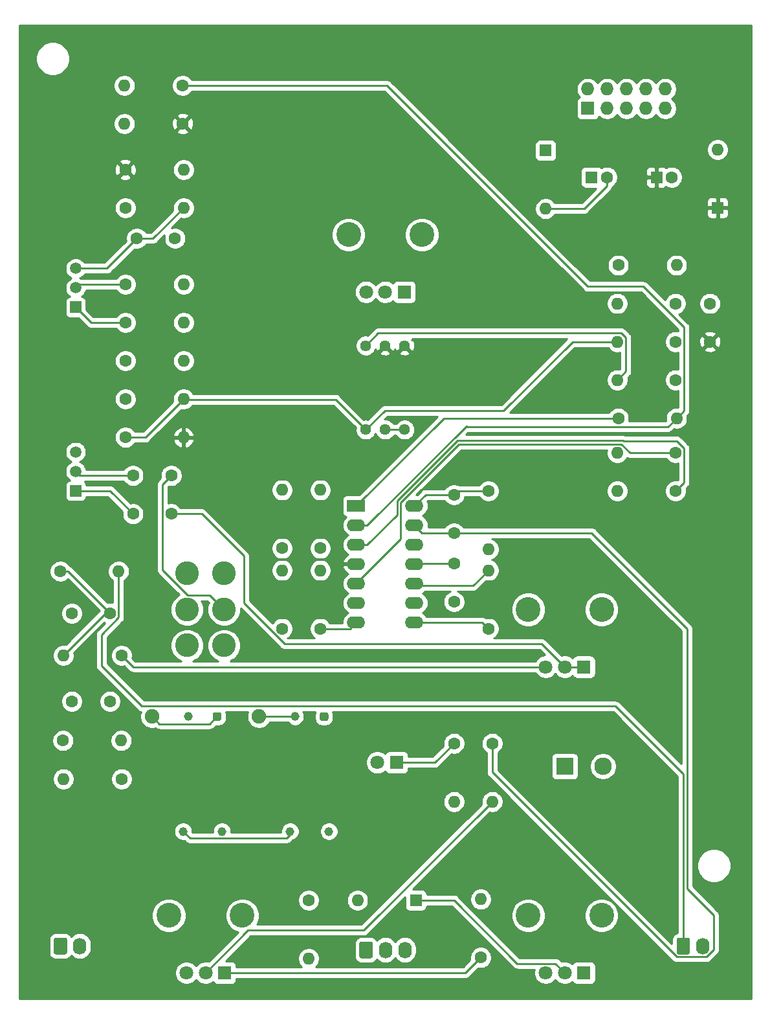
<source format=gbr>
%TF.GenerationSoftware,KiCad,Pcbnew,(5.1.8-0-10_14)*%
%TF.CreationDate,2021-09-13T18:23:07-04:00*%
%TF.ProjectId,wahwah,77616877-6168-42e6-9b69-6361645f7063,rev?*%
%TF.SameCoordinates,Original*%
%TF.FileFunction,Copper,L2,Bot*%
%TF.FilePolarity,Positive*%
%FSLAX46Y46*%
G04 Gerber Fmt 4.6, Leading zero omitted, Abs format (unit mm)*
G04 Created by KiCad (PCBNEW (5.1.8-0-10_14)) date 2021-09-13 18:23:07*
%MOMM*%
%LPD*%
G01*
G04 APERTURE LIST*
%TA.AperFunction,ComponentPad*%
%ADD10R,1.600000X1.600000*%
%TD*%
%TA.AperFunction,ComponentPad*%
%ADD11C,1.600000*%
%TD*%
%TA.AperFunction,ComponentPad*%
%ADD12R,1.800000X1.800000*%
%TD*%
%TA.AperFunction,ComponentPad*%
%ADD13C,1.800000*%
%TD*%
%TA.AperFunction,ComponentPad*%
%ADD14C,3.240000*%
%TD*%
%TA.AperFunction,ComponentPad*%
%ADD15O,1.600000X1.600000*%
%TD*%
%TA.AperFunction,ComponentPad*%
%ADD16O,1.740000X2.200000*%
%TD*%
%TA.AperFunction,ComponentPad*%
%ADD17R,1.727200X1.727200*%
%TD*%
%TA.AperFunction,ComponentPad*%
%ADD18O,1.727200X1.727200*%
%TD*%
%TA.AperFunction,ComponentPad*%
%ADD19R,2.300000X2.300000*%
%TD*%
%TA.AperFunction,ComponentPad*%
%ADD20C,2.300000*%
%TD*%
%TA.AperFunction,ComponentPad*%
%ADD21C,3.100000*%
%TD*%
%TA.AperFunction,ComponentPad*%
%ADD22R,2.400000X1.600000*%
%TD*%
%TA.AperFunction,ComponentPad*%
%ADD23O,2.400000X1.600000*%
%TD*%
%TA.AperFunction,ComponentPad*%
%ADD24C,1.150000*%
%TD*%
%TA.AperFunction,ComponentPad*%
%ADD25C,1.500000*%
%TD*%
%TA.AperFunction,ComponentPad*%
%ADD26R,1.500000X1.500000*%
%TD*%
%TA.AperFunction,ComponentPad*%
%ADD27C,1.440000*%
%TD*%
%TA.AperFunction,ComponentPad*%
%ADD28C,1.905000*%
%TD*%
%TA.AperFunction,Conductor*%
%ADD29C,0.250000*%
%TD*%
%TA.AperFunction,Conductor*%
%ADD30C,0.254000*%
%TD*%
%TA.AperFunction,Conductor*%
%ADD31C,0.100000*%
%TD*%
G04 APERTURE END LIST*
D10*
%TO.P,C3,1*%
%TO.N,+12V*%
X-514500000Y8500000D03*
D11*
%TO.P,C3,2*%
%TO.N,GND*%
X-512500000Y8500000D03*
%TD*%
%TO.P,C4,2*%
%TO.N,Net-(C4-Pad2)*%
X-521000000Y8500000D03*
D10*
%TO.P,C4,1*%
%TO.N,GND*%
X-523000000Y8500000D03*
%TD*%
D12*
%TO.P,Cutoff,1*%
%TO.N,GND*%
X-547500000Y-6500000D03*
D13*
%TO.P,Cutoff,2*%
%TO.N,G*%
X-550000000Y-6500000D03*
%TO.P,Cutoff,3*%
%TO.N,F*%
X-552500000Y-6500000D03*
D14*
%TO.P,Cutoff,*%
%TO.N,*%
X-554800000Y1000000D03*
X-545200000Y1000000D03*
%TD*%
D10*
%TO.P,D1,1*%
%TO.N,Net-(D1-Pad1)*%
X-529000000Y12000000D03*
D15*
%TO.P,D1,2*%
%TO.N,Net-(C4-Pad2)*%
X-529000000Y4380000D03*
%TD*%
%TO.P,D2,2*%
%TO.N,Net-(D2-Pad2)*%
X-506500000Y12120000D03*
D10*
%TO.P,D2,1*%
%TO.N,+12V*%
X-506500000Y4500000D03*
%TD*%
%TO.P,D3,1*%
%TO.N,Net-(ATTN1-Pad2)*%
X-546000000Y-86000000D03*
D15*
%TO.P,D3,2*%
%TO.N,Net-(D3-Pad2)*%
X-553620000Y-86000000D03*
%TD*%
%TO.P,J1,1*%
%TO.N,Net-(J1-Pad1)*%
%TA.AperFunction,ComponentPad*%
G36*
G01*
X-511870000Y-92850001D02*
X-511870000Y-91149999D01*
G75*
G02*
X-511620001Y-90900000I249999J0D01*
G01*
X-510379999Y-90900000D01*
G75*
G02*
X-510130000Y-91149999I0J-249999D01*
G01*
X-510130000Y-92850001D01*
G75*
G02*
X-510379999Y-93100000I-249999J0D01*
G01*
X-511620001Y-93100000D01*
G75*
G02*
X-511870000Y-92850001I0J249999D01*
G01*
G37*
%TD.AperFunction*%
D16*
%TO.P,J1,2*%
%TO.N,GND*%
X-508460000Y-92000000D03*
%TD*%
D17*
%TO.P,J2,1*%
%TO.N,Net-(D1-Pad1)*%
X-523500000Y17500000D03*
D18*
%TO.P,J2,2*%
X-523500000Y20040000D03*
%TO.P,J2,3*%
%TO.N,GND*%
X-520960000Y17500000D03*
%TO.P,J2,4*%
X-520960000Y20040000D03*
%TO.P,J2,5*%
X-518420000Y17500000D03*
%TO.P,J2,6*%
X-518420000Y20040000D03*
%TO.P,J2,7*%
X-515880000Y17500000D03*
%TO.P,J2,8*%
X-515880000Y20040000D03*
%TO.P,J2,9*%
%TO.N,Net-(D2-Pad2)*%
X-513340000Y17500000D03*
%TO.P,J2,10*%
X-513340000Y20040000D03*
%TD*%
D16*
%TO.P,J3,2*%
%TO.N,GND*%
X-589960000Y-92000000D03*
%TO.P,J3,1*%
%TO.N,I*%
%TA.AperFunction,ComponentPad*%
G36*
G01*
X-593370000Y-92850001D02*
X-593370000Y-91149999D01*
G75*
G02*
X-593120001Y-90900000I249999J0D01*
G01*
X-591879999Y-90900000D01*
G75*
G02*
X-591630000Y-91149999I0J-249999D01*
G01*
X-591630000Y-92850001D01*
G75*
G02*
X-591879999Y-93100000I-249999J0D01*
G01*
X-593120001Y-93100000D01*
G75*
G02*
X-593370000Y-92850001I0J249999D01*
G01*
G37*
%TD.AperFunction*%
%TD*%
%TO.P,J4,1*%
%TO.N,Net-(D3-Pad2)*%
%TA.AperFunction,ComponentPad*%
G36*
G01*
X-553370000Y-93350001D02*
X-553370000Y-91649999D01*
G75*
G02*
X-553120001Y-91400000I249999J0D01*
G01*
X-551879999Y-91400000D01*
G75*
G02*
X-551630000Y-91649999I0J-249999D01*
G01*
X-551630000Y-93350001D01*
G75*
G02*
X-551879999Y-93600000I-249999J0D01*
G01*
X-553120001Y-93600000D01*
G75*
G02*
X-553370000Y-93350001I0J249999D01*
G01*
G37*
%TD.AperFunction*%
%TO.P,J4,2*%
%TO.N,Net-(C1-Pad1)*%
X-549960000Y-92500000D03*
%TO.P,J4,3*%
%TO.N,GND*%
X-547420000Y-92500000D03*
%TD*%
D19*
%TO.P,Inductor,1*%
%TO.N,Net-(C5-Pad2)*%
X-526500000Y-68500000D03*
D20*
%TO.P,Inductor,2*%
%TO.N,Net-(C2-Pad2)*%
X-521500000Y-68500000D03*
%TD*%
D14*
%TO.P,LFO Rate,*%
%TO.N,*%
X-568700000Y-88000000D03*
X-578300000Y-88000000D03*
D13*
%TO.P,LFO Rate,3*%
%TO.N,Net-(LfoRate1-Pad3)*%
X-576000000Y-95500000D03*
%TO.P,LFO Rate,2*%
%TO.N,Net-(LfoRate1-Pad2)*%
X-573500000Y-95500000D03*
D12*
%TO.P,LFO Rate,1*%
%TO.N,Net-(LfoRate1-Pad1)*%
X-571000000Y-95500000D03*
%TD*%
D11*
%TO.P,R1,1*%
%TO.N,Net-(R1-Pad1)*%
X-576500000Y20500000D03*
D15*
%TO.P,R1,2*%
%TO.N,GND*%
X-584120000Y20500000D03*
%TD*%
%TO.P,R2,2*%
%TO.N,GND*%
X-558500000Y-32380000D03*
D11*
%TO.P,R2,1*%
%TO.N,Net-(R12-Pad2)*%
X-558500000Y-40000000D03*
%TD*%
D15*
%TO.P,R3,2*%
%TO.N,X*%
X-519620000Y-32500000D03*
D11*
%TO.P,R3,1*%
%TO.N,Net-(R3-Pad1)*%
X-512000000Y-32500000D03*
%TD*%
%TO.P,R4,1*%
%TO.N,Net-(R3-Pad1)*%
X-512000000Y-13000000D03*
D15*
%TO.P,R4,2*%
%TO.N,B*%
X-519620000Y-13000000D03*
%TD*%
%TO.P,R5,2*%
%TO.N,X*%
X-519620000Y-27500000D03*
D11*
%TO.P,R5,1*%
%TO.N,Net-(R5-Pad1)*%
X-512000000Y-27500000D03*
%TD*%
%TO.P,R6,1*%
%TO.N,Net-(R5-Pad1)*%
X-512000000Y-18000000D03*
D15*
%TO.P,R6,2*%
%TO.N,A*%
X-519620000Y-18000000D03*
%TD*%
%TO.P,R21,2*%
%TO.N,Net-(R21-Pad2)*%
X-536500000Y-42880000D03*
D11*
%TO.P,R21,1*%
%TO.N,Net-(LfoRate1-Pad3)*%
X-536500000Y-50500000D03*
%TD*%
D15*
%TO.P,R8,2*%
%TO.N,GND*%
X-537500000Y-85880000D03*
D11*
%TO.P,R8,1*%
%TO.N,Net-(LfoRate1-Pad1)*%
X-537500000Y-93500000D03*
%TD*%
%TO.P,R9,1*%
%TO.N,Net-(C1-Pad1)*%
X-536500000Y-32500000D03*
D15*
%TO.P,R9,2*%
%TO.N,Net-(R21-Pad2)*%
X-536500000Y-40120000D03*
%TD*%
D11*
%TO.P,R10,1*%
%TO.N,Net-(C1-Pad2)*%
X-536000000Y-65500000D03*
D15*
%TO.P,R10,2*%
%TO.N,Net-(LfoRate1-Pad2)*%
X-536000000Y-73120000D03*
%TD*%
D11*
%TO.P,R11,1*%
%TO.N,Net-(R11-Pad1)*%
X-519500000Y-23000000D03*
D15*
%TO.P,R11,2*%
%TO.N,Net-(R1-Pad1)*%
X-511880000Y-23000000D03*
%TD*%
%TO.P,R12,2*%
%TO.N,Net-(R12-Pad2)*%
X-558500000Y-42880000D03*
D11*
%TO.P,R12,1*%
%TO.N,Net-(R12-Pad1)*%
X-558500000Y-50500000D03*
%TD*%
D15*
%TO.P,R13,2*%
%TO.N,GND*%
X-563500000Y-42880000D03*
D11*
%TO.P,R13,1*%
%TO.N,Net-(R13-Pad1)*%
X-563500000Y-50500000D03*
%TD*%
%TO.P,R14,1*%
%TO.N,Net-(R14-Pad1)*%
X-563500000Y-40000000D03*
D15*
%TO.P,R14,2*%
%TO.N,GND*%
X-563500000Y-32380000D03*
%TD*%
%TO.P,R15,2*%
%TO.N,GND*%
X-560000000Y-93620000D03*
D11*
%TO.P,R15,1*%
%TO.N,Net-(R15-Pad1)*%
X-560000000Y-86000000D03*
%TD*%
%TO.P,R16,1*%
%TO.N,Net-(C7-Pad2)*%
X-592500000Y-43000000D03*
D15*
%TO.P,R16,2*%
%TO.N,Net-(J1-Pad1)*%
X-584880000Y-43000000D03*
%TD*%
%TO.P,R17,2*%
%TO.N,Net-(C2-Pad2)*%
X-576380000Y-5500000D03*
D11*
%TO.P,R17,1*%
%TO.N,Net-(C7-Pad1)*%
X-584000000Y-5500000D03*
%TD*%
%TO.P,R18,1*%
%TO.N,+12V*%
X-584000000Y9500000D03*
D15*
%TO.P,R18,2*%
%TO.N,Net-(C6-Pad2)*%
X-576380000Y9500000D03*
%TD*%
%TO.P,R19,2*%
%TO.N,GND*%
X-576380000Y-10500000D03*
D11*
%TO.P,R19,1*%
%TO.N,Net-(Q1-Pad1)*%
X-584000000Y-10500000D03*
%TD*%
%TO.P,R20,1*%
%TO.N,Net-(C6-Pad2)*%
X-592154558Y-65141181D03*
D15*
%TO.P,R20,2*%
%TO.N,Net-(C5-Pad2)*%
X-584534558Y-65141181D03*
%TD*%
D11*
%TO.P,R21,1*%
%TO.N,Net-(C5-Pad2)*%
X-584500000Y-54000000D03*
D15*
%TO.P,R21,2*%
%TO.N,Net-(C7-Pad2)*%
X-592120000Y-54000000D03*
%TD*%
%TO.P,R22,2*%
%TO.N,Net-(C6-Pad2)*%
X-576380000Y4500000D03*
D11*
%TO.P,R22,1*%
%TO.N,Net-(C10-Pad1)*%
X-584000000Y4500000D03*
%TD*%
%TO.P,R23,1*%
%TO.N,Net-(C5-Pad2)*%
X-584500000Y-70152698D03*
D15*
%TO.P,R23,2*%
%TO.N,GND*%
X-592120000Y-70152698D03*
%TD*%
%TO.P,R24,2*%
%TO.N,+12V*%
X-576380000Y-25500000D03*
D11*
%TO.P,R24,1*%
%TO.N,B*%
X-584000000Y-25500000D03*
%TD*%
D15*
%TO.P,R25,2*%
%TO.N,Net-(C4-Pad2)*%
X-511880000Y-3000000D03*
D11*
%TO.P,R25,1*%
%TO.N,A*%
X-519500000Y-3000000D03*
%TD*%
%TO.P,R26,1*%
%TO.N,GND*%
X-512000000Y-8000000D03*
D15*
%TO.P,R26,2*%
%TO.N,A*%
X-519620000Y-8000000D03*
%TD*%
D11*
%TO.P,R27,1*%
%TO.N,GND*%
X-584000000Y-20500000D03*
D15*
%TO.P,R27,2*%
%TO.N,B*%
X-576380000Y-20500000D03*
%TD*%
D11*
%TO.P,R28,1*%
%TO.N,+12V*%
X-576500000Y15500000D03*
D15*
%TO.P,R28,2*%
%TO.N,Net-(Q2-Pad3)*%
X-584120000Y15500000D03*
%TD*%
%TO.P,R29,2*%
%TO.N,GND*%
X-576380000Y-15500000D03*
D11*
%TO.P,R29,1*%
%TO.N,Net-(C2-Pad1)*%
X-584000000Y-15500000D03*
%TD*%
D21*
%TO.P,SW1,2*%
%TO.N,I*%
X-575915000Y-48000000D03*
%TO.P,SW1,3*%
%TO.N,F*%
X-575915000Y-43300000D03*
%TO.P,SW1,1*%
%TO.N,D*%
X-575915000Y-52700000D03*
%TO.P,SW1,6*%
%TO.N,G*%
X-571085000Y-43300000D03*
%TO.P,SW1,5*%
%TO.N,J*%
X-571085000Y-48000000D03*
%TO.P,SW1,4*%
%TO.N,E*%
X-571085000Y-52700000D03*
%TD*%
D22*
%TO.P,U1,1*%
%TO.N,Net-(R11-Pad1)*%
X-553804376Y-34452423D03*
D23*
%TO.P,U1,8*%
%TO.N,Net-(LfoRate1-Pad3)*%
X-546184376Y-49692423D03*
%TO.P,U1,2*%
%TO.N,Net-(R1-Pad1)*%
X-553804376Y-36992423D03*
%TO.P,U1,9*%
%TO.N,GND*%
X-546184376Y-47152423D03*
%TO.P,U1,3*%
%TO.N,Net-(R3-Pad1)*%
X-553804376Y-39532423D03*
%TO.P,U1,10*%
%TO.N,Net-(R21-Pad2)*%
X-546184376Y-44612423D03*
%TO.P,U1,4*%
%TO.N,+12V*%
X-553804376Y-42072423D03*
%TO.P,U1,11*%
%TO.N,Net-(C4-Pad2)*%
X-546184376Y-42072423D03*
%TO.P,U1,5*%
%TO.N,Net-(R5-Pad1)*%
X-553804376Y-44612423D03*
%TO.P,U1,12*%
%TO.N,GND*%
X-546184376Y-39532423D03*
%TO.P,U1,6*%
%TO.N,Net-(R12-Pad2)*%
X-553804376Y-47152423D03*
%TO.P,U1,13*%
%TO.N,Net-(C1-Pad2)*%
X-546184376Y-36992423D03*
%TO.P,U1,7*%
%TO.N,Net-(R12-Pad1)*%
X-553804376Y-49692423D03*
%TO.P,U1,14*%
%TO.N,Net-(C1-Pad1)*%
X-546184376Y-34452423D03*
%TD*%
D24*
%TO.P,VTL5C or DIY,2*%
%TO.N,Net-(R13-Pad1)*%
X-575800000Y-62000000D03*
%TO.P,VTL5C or DIY,4*%
%TO.N,E*%
X-576440000Y-77000000D03*
%TO.P,VTL5C or DIY,3*%
%TO.N,D*%
X-571360000Y-77000000D03*
%TO.P,VTL5C or DIY,1*%
%TO.N,Net-(R11-Pad1)*%
%TA.AperFunction,ComponentPad*%
G36*
G01*
X-572287500Y-61425000D02*
X-571712500Y-61425000D01*
G75*
G02*
X-571425000Y-61712500I0J-287500D01*
G01*
X-571425000Y-62287500D01*
G75*
G02*
X-571712500Y-62575000I-287500J0D01*
G01*
X-572287500Y-62575000D01*
G75*
G02*
X-572575000Y-62287500I0J287500D01*
G01*
X-572575000Y-61712500D01*
G75*
G02*
X-572287500Y-61425000I287500J0D01*
G01*
G37*
%TD.AperFunction*%
%TD*%
%TO.P,VTL5C or DIY,1*%
%TO.N,Net-(R14-Pad1)*%
%TA.AperFunction,ComponentPad*%
G36*
G01*
X-558287500Y-61425000D02*
X-557712500Y-61425000D01*
G75*
G02*
X-557425000Y-61712500I0J-287500D01*
G01*
X-557425000Y-62287500D01*
G75*
G02*
X-557712500Y-62575000I-287500J0D01*
G01*
X-558287500Y-62575000D01*
G75*
G02*
X-558575000Y-62287500I0J287500D01*
G01*
X-558575000Y-61712500D01*
G75*
G02*
X-558287500Y-61425000I287500J0D01*
G01*
G37*
%TD.AperFunction*%
%TO.P,VTL5C or DIY,3*%
%TO.N,Net-(R15-Pad1)*%
X-557360000Y-77000000D03*
%TO.P,VTL5C or DIY,4*%
%TO.N,E*%
X-562440000Y-77000000D03*
%TO.P,VTL5C or DIY,2*%
%TO.N,Net-(R12-Pad1)*%
X-561800000Y-62000000D03*
%TD*%
D25*
%TO.P,Q1,2*%
%TO.N,Net-(C7-Pad1)*%
X-590500000Y-5960000D03*
%TO.P,Q1,3*%
%TO.N,Net-(C6-Pad2)*%
X-590500000Y-3420000D03*
D26*
%TO.P,Q1,1*%
%TO.N,Net-(Q1-Pad1)*%
X-590500000Y-8500000D03*
%TD*%
%TO.P,Q2,1*%
%TO.N,Net-(C2-Pad1)*%
X-590500000Y-32500000D03*
D25*
%TO.P,Q2,3*%
%TO.N,Net-(Q2-Pad3)*%
X-590500000Y-27420000D03*
%TO.P,Q2,2*%
%TO.N,Net-(C10-Pad1)*%
X-590500000Y-29960000D03*
%TD*%
D27*
%TO.P,TrimPos,3*%
%TO.N,A*%
X-552540000Y-13500000D03*
%TO.P,TrimPos,2*%
%TO.N,+12V*%
X-550000000Y-13500000D03*
%TO.P,TrimPos,1*%
X-547460000Y-13500000D03*
%TD*%
%TO.P,TrimNeg,3*%
%TO.N,B*%
X-552540000Y-24500000D03*
%TO.P,TrimNeg,2*%
%TO.N,Net-(C4-Pad2)*%
X-550000000Y-24500000D03*
%TO.P,TrimNeg,1*%
X-547460000Y-24500000D03*
%TD*%
D11*
%TO.P,R24,1*%
%TO.N,Net-(D4-Pad1)*%
X-541000000Y-65500000D03*
D15*
%TO.P,R24,2*%
%TO.N,GND*%
X-541000000Y-73120000D03*
%TD*%
D12*
%TO.P,D4,1*%
%TO.N,Net-(D4-Pad1)*%
X-548500000Y-68000000D03*
D13*
%TO.P,D4,2*%
%TO.N,X*%
X-551040000Y-68000000D03*
%TD*%
D28*
%TO.P,TP1,1*%
%TO.N,Net-(R12-Pad1)*%
X-566500000Y-62000000D03*
%TD*%
D12*
%TO.P,Q,1*%
%TO.N,Net-(C2-Pad2)*%
X-524000000Y-55500000D03*
D13*
%TO.P,Q,2*%
X-526500000Y-55500000D03*
%TO.P,Q,3*%
%TO.N,Net-(C5-Pad2)*%
X-529000000Y-55500000D03*
D14*
%TO.P,Q,*%
%TO.N,*%
X-531300000Y-48000000D03*
X-521700000Y-48000000D03*
%TD*%
D11*
%TO.P,C2,1*%
%TO.N,Net-(C2-Pad1)*%
X-583000000Y-35500000D03*
%TO.P,C2,2*%
%TO.N,Net-(C2-Pad2)*%
X-578000000Y-35500000D03*
%TD*%
%TO.P,C5,1*%
%TO.N,GND*%
X-591000000Y-60000000D03*
%TO.P,C5,2*%
%TO.N,Net-(C5-Pad2)*%
X-586000000Y-60000000D03*
%TD*%
%TO.P,C6,2*%
%TO.N,Net-(C6-Pad2)*%
X-582500000Y500000D03*
%TO.P,C6,1*%
%TO.N,I*%
X-577500000Y500000D03*
%TD*%
%TO.P,C7,1*%
%TO.N,Net-(C7-Pad1)*%
X-591000000Y-48500000D03*
%TO.P,C7,2*%
%TO.N,Net-(C7-Pad2)*%
X-586000000Y-48500000D03*
%TD*%
%TO.P,C8,2*%
%TO.N,+12V*%
X-507500000Y-13000000D03*
%TO.P,C8,1*%
%TO.N,GND*%
X-507500000Y-8000000D03*
%TD*%
%TO.P,C9,1*%
%TO.N,GND*%
X-541000000Y-47000000D03*
%TO.P,C9,2*%
%TO.N,Net-(C4-Pad2)*%
X-541000000Y-42000000D03*
%TD*%
%TO.P,C10,2*%
%TO.N,J*%
X-578000000Y-30500000D03*
%TO.P,C10,1*%
%TO.N,Net-(C10-Pad1)*%
X-583000000Y-30500000D03*
%TD*%
D12*
%TO.P,Attenuate,1*%
%TO.N,X*%
X-524000000Y-95500000D03*
D13*
%TO.P,Attenuate,2*%
%TO.N,Net-(ATTN1-Pad2)*%
X-526500000Y-95500000D03*
%TO.P,Attenuate,3*%
%TO.N,GND*%
X-529000000Y-95500000D03*
D14*
%TO.P,Attenuate,*%
%TO.N,*%
X-531300000Y-88000000D03*
X-521700000Y-88000000D03*
%TD*%
D28*
%TO.P,TP2,1*%
%TO.N,Net-(R11-Pad1)*%
X-580500000Y-62000000D03*
%TD*%
D11*
%TO.P,C1,1*%
%TO.N,Net-(C1-Pad1)*%
X-541000000Y-33000000D03*
%TO.P,C1,2*%
%TO.N,Net-(C1-Pad2)*%
X-541000000Y-38000000D03*
%TD*%
D29*
%TO.N,Net-(C1-Pad2)*%
X-545176799Y-38000000D02*
X-546184376Y-36992423D01*
X-541000000Y-38000000D02*
X-545176799Y-38000000D01*
X-507965011Y-93425010D02*
X-507000000Y-92459999D01*
X-511858180Y-93425010D02*
X-507965011Y-93425010D01*
X-536000000Y-69283190D02*
X-511858180Y-93425010D01*
X-536000000Y-65500000D02*
X-536000000Y-69283190D01*
X-507000000Y-92459999D02*
X-507000000Y-88000000D01*
X-507000000Y-88000000D02*
X-510500000Y-84500000D01*
X-510500000Y-84500000D02*
X-510500000Y-50500000D01*
X-523000000Y-38000000D02*
X-541000000Y-38000000D01*
X-510500000Y-50500000D02*
X-523000000Y-38000000D01*
%TO.N,Net-(C1-Pad1)*%
X-544731953Y-33000000D02*
X-546184376Y-34452423D01*
X-541000000Y-33000000D02*
X-544731953Y-33000000D01*
X-540500000Y-32500000D02*
X-541000000Y-33000000D01*
X-536500000Y-32500000D02*
X-540500000Y-32500000D01*
%TO.N,Net-(C2-Pad1)*%
X-586000000Y-32500000D02*
X-583000000Y-35500000D01*
X-590500000Y-32500000D02*
X-586000000Y-32500000D01*
%TO.N,Net-(C2-Pad2)*%
X-524000000Y-55500000D02*
X-526500000Y-55500000D01*
X-526500000Y-55500000D02*
X-529500000Y-52500000D01*
X-563165002Y-52500000D02*
X-568500000Y-47165002D01*
X-529500000Y-52500000D02*
X-563165002Y-52500000D01*
X-568500000Y-47165002D02*
X-568500000Y-41000000D01*
X-574000000Y-35500000D02*
X-578000000Y-35500000D01*
X-568500000Y-41000000D02*
X-574000000Y-35500000D01*
%TO.N,Net-(C4-Pad2)*%
X-550000000Y-24500000D02*
X-547460000Y-24500000D01*
X-521000000Y7368630D02*
X-521000000Y8500000D01*
X-523988630Y4380000D02*
X-521000000Y7368630D01*
X-529000000Y4380000D02*
X-523988630Y4380000D01*
X-546111953Y-42000000D02*
X-546184376Y-42072423D01*
X-541000000Y-42000000D02*
X-546111953Y-42000000D01*
%TO.N,Net-(C5-Pad2)*%
X-583000000Y-55500000D02*
X-584500000Y-54000000D01*
X-529000000Y-55500000D02*
X-583000000Y-55500000D01*
%TO.N,Net-(C6-Pad2)*%
X-586420000Y-3420000D02*
X-582500000Y500000D01*
X-590500000Y-3420000D02*
X-586420000Y-3420000D01*
X-580380000Y500000D02*
X-576380000Y4500000D01*
X-582500000Y500000D02*
X-580380000Y500000D01*
%TO.N,Net-(C7-Pad1)*%
X-590040000Y-5500000D02*
X-590500000Y-5960000D01*
X-584000000Y-5500000D02*
X-590040000Y-5500000D01*
%TO.N,Net-(C7-Pad2)*%
X-586620000Y-48500000D02*
X-586000000Y-48500000D01*
X-592120000Y-54000000D02*
X-586620000Y-48500000D01*
X-591500000Y-43000000D02*
X-592500000Y-43000000D01*
X-586000000Y-48500000D02*
X-591500000Y-43000000D01*
%TO.N,J*%
X-572960001Y-46124999D02*
X-571085000Y-48000000D01*
X-575865003Y-46124999D02*
X-572960001Y-46124999D01*
X-579125001Y-42865001D02*
X-575865003Y-46124999D01*
X-579125001Y-31625001D02*
X-579125001Y-42865001D01*
X-578000000Y-30500000D02*
X-579125001Y-31625001D01*
%TO.N,Net-(C10-Pad1)*%
X-589960000Y-30500000D02*
X-590500000Y-29960000D01*
X-583000000Y-30500000D02*
X-589960000Y-30500000D01*
%TO.N,Net-(J1-Pad1)*%
X-511000000Y-92000000D02*
X-511000000Y-69500000D01*
X-511000000Y-69500000D02*
X-519850012Y-60649988D01*
X-519850012Y-60649988D02*
X-581850012Y-60649988D01*
X-587125001Y-51290003D02*
X-584874999Y-49040001D01*
X-584874999Y-49040001D02*
X-584874999Y-43005001D01*
X-587125001Y-55374999D02*
X-587125001Y-51290003D01*
X-584874999Y-43005001D02*
X-584880000Y-43000000D01*
X-581850012Y-60649988D02*
X-587125001Y-55374999D01*
%TO.N,Net-(LfoRate1-Pad3)*%
X-537307577Y-49692423D02*
X-536500000Y-50500000D01*
X-546184376Y-49692423D02*
X-537307577Y-49692423D01*
%TO.N,Net-(LfoRate1-Pad2)*%
X-567945001Y-89945001D02*
X-573500000Y-95500000D01*
X-552825001Y-89945001D02*
X-567945001Y-89945001D01*
X-536000000Y-73120000D02*
X-552825001Y-89945001D01*
%TO.N,Net-(LfoRate1-Pad1)*%
X-539500000Y-95500000D02*
X-571000000Y-95500000D01*
X-537500000Y-93500000D02*
X-539500000Y-95500000D01*
%TO.N,Net-(Q1-Pad1)*%
X-588500000Y-10500000D02*
X-590500000Y-8500000D01*
X-584000000Y-10500000D02*
X-588500000Y-10500000D01*
%TO.N,Net-(R1-Pad1)*%
X-552354376Y-36992423D02*
X-539361953Y-24000000D01*
X-553804376Y-36992423D02*
X-552354376Y-36992423D01*
X-513005001Y-24125001D02*
X-511880000Y-23000000D01*
X-539236952Y-24125001D02*
X-513005001Y-24125001D01*
X-539361953Y-24000000D02*
X-539236952Y-24125001D01*
X-549785002Y20500000D02*
X-523500000Y-5785002D01*
X-576500000Y20500000D02*
X-549785002Y20500000D01*
X-523500000Y-5785002D02*
X-516214998Y-5785002D01*
X-510874999Y-21994999D02*
X-511880000Y-23000000D01*
X-510874999Y-11125001D02*
X-510874999Y-21994999D01*
X-516214998Y-5785002D02*
X-510874999Y-11125001D01*
%TO.N,Net-(R3-Pad1)*%
X-510874999Y-31374999D02*
X-512000000Y-32500000D01*
X-548450011Y-33813600D02*
X-540561399Y-25924988D01*
X-552354376Y-39532423D02*
X-548450011Y-35628058D01*
X-548450011Y-35628058D02*
X-548450011Y-33813600D01*
X-518818587Y-26000000D02*
X-511834998Y-26000000D01*
X-510874999Y-26959999D02*
X-510874999Y-31374999D01*
X-553804376Y-39532423D02*
X-552354376Y-39532423D01*
X-518893599Y-25924988D02*
X-518818587Y-26000000D01*
X-511834998Y-26000000D02*
X-510874999Y-26959999D01*
X-540561399Y-25924988D02*
X-518893599Y-25924988D01*
%TO.N,B*%
X-552540000Y-24500000D02*
X-550040000Y-22000000D01*
X-550040000Y-22000000D02*
X-534500000Y-22000000D01*
X-525500000Y-13000000D02*
X-519620000Y-13000000D01*
X-534500000Y-22000000D02*
X-525500000Y-13000000D01*
X-581380000Y-25500000D02*
X-576380000Y-20500000D01*
X-584000000Y-25500000D02*
X-581380000Y-25500000D01*
X-552540000Y-24500000D02*
X-556500000Y-20540000D01*
X-576340000Y-20540000D02*
X-576380000Y-20500000D01*
X-556500000Y-20540000D02*
X-576340000Y-20540000D01*
%TO.N,Net-(R5-Pad1)*%
X-540374999Y-26374999D02*
X-548000000Y-34000000D01*
X-519079999Y-26374999D02*
X-540374999Y-26374999D01*
X-517954998Y-27500000D02*
X-519079999Y-26374999D01*
X-548000000Y-38808047D02*
X-553804376Y-44612423D01*
X-548000000Y-34000000D02*
X-548000000Y-38808047D01*
X-512000000Y-27500000D02*
X-517954998Y-27500000D01*
%TO.N,A*%
X-550914999Y-11874999D02*
X-552540000Y-13500000D01*
X-519079999Y-11874999D02*
X-550914999Y-11874999D01*
X-518494999Y-12459999D02*
X-519079999Y-11874999D01*
X-518494999Y-16874999D02*
X-518494999Y-12459999D01*
X-519620000Y-18000000D02*
X-518494999Y-16874999D01*
%TO.N,Net-(R11-Pad1)*%
X-542351953Y-23000000D02*
X-553804376Y-34452423D01*
X-519500000Y-23000000D02*
X-542351953Y-23000000D01*
X-580500000Y-62000000D02*
X-579547501Y-62952499D01*
X-579547501Y-62952499D02*
X-572952499Y-62952499D01*
X-572952499Y-62952499D02*
X-572000000Y-62000000D01*
%TO.N,Net-(R12-Pad1)*%
X-566500000Y-62000000D02*
X-561800000Y-62000000D01*
X-554611953Y-50500000D02*
X-553804376Y-49692423D01*
X-558500000Y-50500000D02*
X-554611953Y-50500000D01*
%TO.N,E*%
X-562440000Y-77000000D02*
X-562440000Y-77440000D01*
X-575539999Y-77900001D02*
X-576440000Y-77000000D01*
X-562900001Y-77900001D02*
X-575539999Y-77900001D01*
X-562440000Y-77440000D02*
X-562900001Y-77900001D01*
%TO.N,Net-(D4-Pad1)*%
X-543500000Y-68000000D02*
X-541000000Y-65500000D01*
X-548500000Y-68000000D02*
X-543500000Y-68000000D01*
%TO.N,Net-(R21-Pad2)*%
X-536500000Y-42880000D02*
X-538500000Y-44880000D01*
X-545916799Y-44880000D02*
X-546184376Y-44612423D01*
X-538500000Y-44880000D02*
X-545916799Y-44880000D01*
%TO.N,Net-(ATTN1-Pad2)*%
X-527725001Y-94274999D02*
X-532725001Y-94274999D01*
X-526500000Y-95500000D02*
X-527725001Y-94274999D01*
X-541000000Y-86000000D02*
X-546000000Y-86000000D01*
X-532725001Y-94274999D02*
X-541000000Y-86000000D01*
%TD*%
D30*
%TO.N,+12V*%
X-502127000Y-98873000D02*
X-597873000Y-98873000D01*
X-597873000Y-95348816D01*
X-577535000Y-95348816D01*
X-577535000Y-95651184D01*
X-577476011Y-95947743D01*
X-577360299Y-96227095D01*
X-577192312Y-96478505D01*
X-576978505Y-96692312D01*
X-576727095Y-96860299D01*
X-576447743Y-96976011D01*
X-576151184Y-97035000D01*
X-575848816Y-97035000D01*
X-575552257Y-96976011D01*
X-575272905Y-96860299D01*
X-575021495Y-96692312D01*
X-574807688Y-96478505D01*
X-574750000Y-96392169D01*
X-574692312Y-96478505D01*
X-574478505Y-96692312D01*
X-574227095Y-96860299D01*
X-573947743Y-96976011D01*
X-573651184Y-97035000D01*
X-573348816Y-97035000D01*
X-573052257Y-96976011D01*
X-572772905Y-96860299D01*
X-572521495Y-96692312D01*
X-572483880Y-96654697D01*
X-572430537Y-96754494D01*
X-572351185Y-96851185D01*
X-572254494Y-96930537D01*
X-572144180Y-96989502D01*
X-572024482Y-97025812D01*
X-571900000Y-97038072D01*
X-570100000Y-97038072D01*
X-569975518Y-97025812D01*
X-569855820Y-96989502D01*
X-569745506Y-96930537D01*
X-569648815Y-96851185D01*
X-569569463Y-96754494D01*
X-569510498Y-96644180D01*
X-569474188Y-96524482D01*
X-569461928Y-96400000D01*
X-569461928Y-96260000D01*
X-539537322Y-96260000D01*
X-539500000Y-96263676D01*
X-539462678Y-96260000D01*
X-539462667Y-96260000D01*
X-539351014Y-96249003D01*
X-539207753Y-96205546D01*
X-539075724Y-96134974D01*
X-538959999Y-96040001D01*
X-538936196Y-96010997D01*
X-537823886Y-94898688D01*
X-537641335Y-94935000D01*
X-537358665Y-94935000D01*
X-537081426Y-94879853D01*
X-536820273Y-94771680D01*
X-536585241Y-94614637D01*
X-536385363Y-94414759D01*
X-536228320Y-94179727D01*
X-536120147Y-93918574D01*
X-536065000Y-93641335D01*
X-536065000Y-93358665D01*
X-536120147Y-93081426D01*
X-536228320Y-92820273D01*
X-536385363Y-92585241D01*
X-536585241Y-92385363D01*
X-536820273Y-92228320D01*
X-537081426Y-92120147D01*
X-537358665Y-92065000D01*
X-537641335Y-92065000D01*
X-537918574Y-92120147D01*
X-538179727Y-92228320D01*
X-538414759Y-92385363D01*
X-538614637Y-92585241D01*
X-538771680Y-92820273D01*
X-538879853Y-93081426D01*
X-538935000Y-93358665D01*
X-538935000Y-93641335D01*
X-538898688Y-93823886D01*
X-539814801Y-94740000D01*
X-559093267Y-94740000D01*
X-559085241Y-94734637D01*
X-558885363Y-94534759D01*
X-558728320Y-94299727D01*
X-558620147Y-94038574D01*
X-558565000Y-93761335D01*
X-558565000Y-93478665D01*
X-558620147Y-93201426D01*
X-558728320Y-92940273D01*
X-558885363Y-92705241D01*
X-559085241Y-92505363D01*
X-559320273Y-92348320D01*
X-559581426Y-92240147D01*
X-559858665Y-92185000D01*
X-560141335Y-92185000D01*
X-560418574Y-92240147D01*
X-560679727Y-92348320D01*
X-560914759Y-92505363D01*
X-561114637Y-92705241D01*
X-561271680Y-92940273D01*
X-561379853Y-93201426D01*
X-561435000Y-93478665D01*
X-561435000Y-93761335D01*
X-561379853Y-94038574D01*
X-561271680Y-94299727D01*
X-561114637Y-94534759D01*
X-560914759Y-94734637D01*
X-560906733Y-94740000D01*
X-569461928Y-94740000D01*
X-569461928Y-94600000D01*
X-569474188Y-94475518D01*
X-569510498Y-94355820D01*
X-569569463Y-94245506D01*
X-569648815Y-94148815D01*
X-569745506Y-94069463D01*
X-569855820Y-94010498D01*
X-569975518Y-93974188D01*
X-570100000Y-93961928D01*
X-570887127Y-93961928D01*
X-568575198Y-91649999D01*
X-554008072Y-91649999D01*
X-554008072Y-93350001D01*
X-553991008Y-93523255D01*
X-553940472Y-93689851D01*
X-553858405Y-93843387D01*
X-553747962Y-93977962D01*
X-553613387Y-94088405D01*
X-553459851Y-94170472D01*
X-553293255Y-94221008D01*
X-553120001Y-94238072D01*
X-551879999Y-94238072D01*
X-551706745Y-94221008D01*
X-551540149Y-94170472D01*
X-551386613Y-94088405D01*
X-551252038Y-93977962D01*
X-551141595Y-93843387D01*
X-551083066Y-93733886D01*
X-551029345Y-93799345D01*
X-550800178Y-93987417D01*
X-550538724Y-94127166D01*
X-550255031Y-94213224D01*
X-549960000Y-94242282D01*
X-549664968Y-94213224D01*
X-549381275Y-94127166D01*
X-549119821Y-93987417D01*
X-548890655Y-93799345D01*
X-548702583Y-93570179D01*
X-548690000Y-93546638D01*
X-548677417Y-93570179D01*
X-548489345Y-93799345D01*
X-548260178Y-93987417D01*
X-547998724Y-94127166D01*
X-547715031Y-94213224D01*
X-547420000Y-94242282D01*
X-547124968Y-94213224D01*
X-546841275Y-94127166D01*
X-546579821Y-93987417D01*
X-546350655Y-93799345D01*
X-546162583Y-93570179D01*
X-546022834Y-93308724D01*
X-545936776Y-93025031D01*
X-545915000Y-92803935D01*
X-545915000Y-92196064D01*
X-545936776Y-91974968D01*
X-546022834Y-91691275D01*
X-546162583Y-91429821D01*
X-546350655Y-91200655D01*
X-546579822Y-91012583D01*
X-546841276Y-90872834D01*
X-547124969Y-90786776D01*
X-547420000Y-90757718D01*
X-547715032Y-90786776D01*
X-547998725Y-90872834D01*
X-548260179Y-91012583D01*
X-548489345Y-91200655D01*
X-548677417Y-91429822D01*
X-548690000Y-91453363D01*
X-548702583Y-91429821D01*
X-548890655Y-91200655D01*
X-549119822Y-91012583D01*
X-549381276Y-90872834D01*
X-549664969Y-90786776D01*
X-549960000Y-90757718D01*
X-550255032Y-90786776D01*
X-550538725Y-90872834D01*
X-550800179Y-91012583D01*
X-551029345Y-91200655D01*
X-551083065Y-91266114D01*
X-551141595Y-91156613D01*
X-551252038Y-91022038D01*
X-551386613Y-90911595D01*
X-551540149Y-90829528D01*
X-551706745Y-90778992D01*
X-551879999Y-90761928D01*
X-553120001Y-90761928D01*
X-553293255Y-90778992D01*
X-553459851Y-90829528D01*
X-553613387Y-90911595D01*
X-553747962Y-91022038D01*
X-553858405Y-91156613D01*
X-553940472Y-91310149D01*
X-553991008Y-91476745D01*
X-554008072Y-91649999D01*
X-568575198Y-91649999D01*
X-567630199Y-90705001D01*
X-552862323Y-90705001D01*
X-552825001Y-90708677D01*
X-552787679Y-90705001D01*
X-552787668Y-90705001D01*
X-552676015Y-90694004D01*
X-552532754Y-90650547D01*
X-552400725Y-90579975D01*
X-552285000Y-90485002D01*
X-552261197Y-90455998D01*
X-547438072Y-85632873D01*
X-547438072Y-86800000D01*
X-547425812Y-86924482D01*
X-547389502Y-87044180D01*
X-547330537Y-87154494D01*
X-547251185Y-87251185D01*
X-547154494Y-87330537D01*
X-547044180Y-87389502D01*
X-546924482Y-87425812D01*
X-546800000Y-87438072D01*
X-545200000Y-87438072D01*
X-545075518Y-87425812D01*
X-544955820Y-87389502D01*
X-544845506Y-87330537D01*
X-544748815Y-87251185D01*
X-544669463Y-87154494D01*
X-544610498Y-87044180D01*
X-544574188Y-86924482D01*
X-544561928Y-86800000D01*
X-544561928Y-86760000D01*
X-541314801Y-86760000D01*
X-533288801Y-94786001D01*
X-533265002Y-94815000D01*
X-533149277Y-94909973D01*
X-533017248Y-94980545D01*
X-532873987Y-95024002D01*
X-532762334Y-95034999D01*
X-532762324Y-95034999D01*
X-532725001Y-95038675D01*
X-532687678Y-95034999D01*
X-530468862Y-95034999D01*
X-530476011Y-95052257D01*
X-530535000Y-95348816D01*
X-530535000Y-95651184D01*
X-530476011Y-95947743D01*
X-530360299Y-96227095D01*
X-530192312Y-96478505D01*
X-529978505Y-96692312D01*
X-529727095Y-96860299D01*
X-529447743Y-96976011D01*
X-529151184Y-97035000D01*
X-528848816Y-97035000D01*
X-528552257Y-96976011D01*
X-528272905Y-96860299D01*
X-528021495Y-96692312D01*
X-527807688Y-96478505D01*
X-527750000Y-96392169D01*
X-527692312Y-96478505D01*
X-527478505Y-96692312D01*
X-527227095Y-96860299D01*
X-526947743Y-96976011D01*
X-526651184Y-97035000D01*
X-526348816Y-97035000D01*
X-526052257Y-96976011D01*
X-525772905Y-96860299D01*
X-525521495Y-96692312D01*
X-525483880Y-96654697D01*
X-525430537Y-96754494D01*
X-525351185Y-96851185D01*
X-525254494Y-96930537D01*
X-525144180Y-96989502D01*
X-525024482Y-97025812D01*
X-524900000Y-97038072D01*
X-523100000Y-97038072D01*
X-522975518Y-97025812D01*
X-522855820Y-96989502D01*
X-522745506Y-96930537D01*
X-522648815Y-96851185D01*
X-522569463Y-96754494D01*
X-522510498Y-96644180D01*
X-522474188Y-96524482D01*
X-522461928Y-96400000D01*
X-522461928Y-94600000D01*
X-522474188Y-94475518D01*
X-522510498Y-94355820D01*
X-522569463Y-94245506D01*
X-522648815Y-94148815D01*
X-522745506Y-94069463D01*
X-522855820Y-94010498D01*
X-522975518Y-93974188D01*
X-523100000Y-93961928D01*
X-524900000Y-93961928D01*
X-525024482Y-93974188D01*
X-525144180Y-94010498D01*
X-525254494Y-94069463D01*
X-525351185Y-94148815D01*
X-525430537Y-94245506D01*
X-525483880Y-94345303D01*
X-525521495Y-94307688D01*
X-525772905Y-94139701D01*
X-526052257Y-94023989D01*
X-526348816Y-93965000D01*
X-526651184Y-93965000D01*
X-526908930Y-94016269D01*
X-527161197Y-93764002D01*
X-527185000Y-93734998D01*
X-527300725Y-93640025D01*
X-527432754Y-93569453D01*
X-527576015Y-93525996D01*
X-527687668Y-93514999D01*
X-527687679Y-93514999D01*
X-527725001Y-93511323D01*
X-527762323Y-93514999D01*
X-532410199Y-93514999D01*
X-538147296Y-87777902D01*
X-533555000Y-87777902D01*
X-533555000Y-88222098D01*
X-533468342Y-88657759D01*
X-533298355Y-89068143D01*
X-533051573Y-89437479D01*
X-532737479Y-89751573D01*
X-532368143Y-89998355D01*
X-531957759Y-90168342D01*
X-531522098Y-90255000D01*
X-531077902Y-90255000D01*
X-530642241Y-90168342D01*
X-530231857Y-89998355D01*
X-529862521Y-89751573D01*
X-529548427Y-89437479D01*
X-529301645Y-89068143D01*
X-529131658Y-88657759D01*
X-529045000Y-88222098D01*
X-529045000Y-87777902D01*
X-523955000Y-87777902D01*
X-523955000Y-88222098D01*
X-523868342Y-88657759D01*
X-523698355Y-89068143D01*
X-523451573Y-89437479D01*
X-523137479Y-89751573D01*
X-522768143Y-89998355D01*
X-522357759Y-90168342D01*
X-521922098Y-90255000D01*
X-521477902Y-90255000D01*
X-521042241Y-90168342D01*
X-520631857Y-89998355D01*
X-520262521Y-89751573D01*
X-519948427Y-89437479D01*
X-519701645Y-89068143D01*
X-519531658Y-88657759D01*
X-519445000Y-88222098D01*
X-519445000Y-87777902D01*
X-519531658Y-87342241D01*
X-519701645Y-86931857D01*
X-519948427Y-86562521D01*
X-520262521Y-86248427D01*
X-520631857Y-86001645D01*
X-521042241Y-85831658D01*
X-521477902Y-85745000D01*
X-521922098Y-85745000D01*
X-522357759Y-85831658D01*
X-522768143Y-86001645D01*
X-523137479Y-86248427D01*
X-523451573Y-86562521D01*
X-523698355Y-86931857D01*
X-523868342Y-87342241D01*
X-523955000Y-87777902D01*
X-529045000Y-87777902D01*
X-529131658Y-87342241D01*
X-529301645Y-86931857D01*
X-529548427Y-86562521D01*
X-529862521Y-86248427D01*
X-530231857Y-86001645D01*
X-530642241Y-85831658D01*
X-531077902Y-85745000D01*
X-531522098Y-85745000D01*
X-531957759Y-85831658D01*
X-532368143Y-86001645D01*
X-532737479Y-86248427D01*
X-533051573Y-86562521D01*
X-533298355Y-86931857D01*
X-533468342Y-87342241D01*
X-533555000Y-87777902D01*
X-538147296Y-87777902D01*
X-540186533Y-85738665D01*
X-538935000Y-85738665D01*
X-538935000Y-86021335D01*
X-538879853Y-86298574D01*
X-538771680Y-86559727D01*
X-538614637Y-86794759D01*
X-538414759Y-86994637D01*
X-538179727Y-87151680D01*
X-537918574Y-87259853D01*
X-537641335Y-87315000D01*
X-537358665Y-87315000D01*
X-537081426Y-87259853D01*
X-536820273Y-87151680D01*
X-536585241Y-86994637D01*
X-536385363Y-86794759D01*
X-536228320Y-86559727D01*
X-536120147Y-86298574D01*
X-536065000Y-86021335D01*
X-536065000Y-85738665D01*
X-536120147Y-85461426D01*
X-536228320Y-85200273D01*
X-536385363Y-84965241D01*
X-536585241Y-84765363D01*
X-536820273Y-84608320D01*
X-537081426Y-84500147D01*
X-537358665Y-84445000D01*
X-537641335Y-84445000D01*
X-537918574Y-84500147D01*
X-538179727Y-84608320D01*
X-538414759Y-84765363D01*
X-538614637Y-84965241D01*
X-538771680Y-85200273D01*
X-538879853Y-85461426D01*
X-538935000Y-85738665D01*
X-540186533Y-85738665D01*
X-540436196Y-85489003D01*
X-540459999Y-85459999D01*
X-540575724Y-85365026D01*
X-540707753Y-85294454D01*
X-540851014Y-85250997D01*
X-540962667Y-85240000D01*
X-540962678Y-85240000D01*
X-541000000Y-85236324D01*
X-541037322Y-85240000D01*
X-544561928Y-85240000D01*
X-544561928Y-85200000D01*
X-544574188Y-85075518D01*
X-544610498Y-84955820D01*
X-544669463Y-84845506D01*
X-544748815Y-84748815D01*
X-544845506Y-84669463D01*
X-544955820Y-84610498D01*
X-545075518Y-84574188D01*
X-545200000Y-84561928D01*
X-546367127Y-84561928D01*
X-536323886Y-74518688D01*
X-536141335Y-74555000D01*
X-535858665Y-74555000D01*
X-535581426Y-74499853D01*
X-535320273Y-74391680D01*
X-535085241Y-74234637D01*
X-534885363Y-74034759D01*
X-534728320Y-73799727D01*
X-534620147Y-73538574D01*
X-534565000Y-73261335D01*
X-534565000Y-72978665D01*
X-534620147Y-72701426D01*
X-534728320Y-72440273D01*
X-534885363Y-72205241D01*
X-535085241Y-72005363D01*
X-535320273Y-71848320D01*
X-535581426Y-71740147D01*
X-535858665Y-71685000D01*
X-536141335Y-71685000D01*
X-536418574Y-71740147D01*
X-536679727Y-71848320D01*
X-536914759Y-72005363D01*
X-537114637Y-72205241D01*
X-537271680Y-72440273D01*
X-537379853Y-72701426D01*
X-537435000Y-72978665D01*
X-537435000Y-73261335D01*
X-537398688Y-73443886D01*
X-553139802Y-89185001D01*
X-566779727Y-89185001D01*
X-566701645Y-89068143D01*
X-566531658Y-88657759D01*
X-566445000Y-88222098D01*
X-566445000Y-87777902D01*
X-566531658Y-87342241D01*
X-566701645Y-86931857D01*
X-566948427Y-86562521D01*
X-567262521Y-86248427D01*
X-567631857Y-86001645D01*
X-567977040Y-85858665D01*
X-561435000Y-85858665D01*
X-561435000Y-86141335D01*
X-561379853Y-86418574D01*
X-561271680Y-86679727D01*
X-561114637Y-86914759D01*
X-560914759Y-87114637D01*
X-560679727Y-87271680D01*
X-560418574Y-87379853D01*
X-560141335Y-87435000D01*
X-559858665Y-87435000D01*
X-559581426Y-87379853D01*
X-559320273Y-87271680D01*
X-559085241Y-87114637D01*
X-558885363Y-86914759D01*
X-558728320Y-86679727D01*
X-558620147Y-86418574D01*
X-558565000Y-86141335D01*
X-558565000Y-85858665D01*
X-555055000Y-85858665D01*
X-555055000Y-86141335D01*
X-554999853Y-86418574D01*
X-554891680Y-86679727D01*
X-554734637Y-86914759D01*
X-554534759Y-87114637D01*
X-554299727Y-87271680D01*
X-554038574Y-87379853D01*
X-553761335Y-87435000D01*
X-553478665Y-87435000D01*
X-553201426Y-87379853D01*
X-552940273Y-87271680D01*
X-552705241Y-87114637D01*
X-552505363Y-86914759D01*
X-552348320Y-86679727D01*
X-552240147Y-86418574D01*
X-552185000Y-86141335D01*
X-552185000Y-85858665D01*
X-552240147Y-85581426D01*
X-552348320Y-85320273D01*
X-552505363Y-85085241D01*
X-552705241Y-84885363D01*
X-552940273Y-84728320D01*
X-553201426Y-84620147D01*
X-553478665Y-84565000D01*
X-553761335Y-84565000D01*
X-554038574Y-84620147D01*
X-554299727Y-84728320D01*
X-554534759Y-84885363D01*
X-554734637Y-85085241D01*
X-554891680Y-85320273D01*
X-554999853Y-85581426D01*
X-555055000Y-85858665D01*
X-558565000Y-85858665D01*
X-558620147Y-85581426D01*
X-558728320Y-85320273D01*
X-558885363Y-85085241D01*
X-559085241Y-84885363D01*
X-559320273Y-84728320D01*
X-559581426Y-84620147D01*
X-559858665Y-84565000D01*
X-560141335Y-84565000D01*
X-560418574Y-84620147D01*
X-560679727Y-84728320D01*
X-560914759Y-84885363D01*
X-561114637Y-85085241D01*
X-561271680Y-85320273D01*
X-561379853Y-85581426D01*
X-561435000Y-85858665D01*
X-567977040Y-85858665D01*
X-568042241Y-85831658D01*
X-568477902Y-85745000D01*
X-568922098Y-85745000D01*
X-569357759Y-85831658D01*
X-569768143Y-86001645D01*
X-570137479Y-86248427D01*
X-570451573Y-86562521D01*
X-570698355Y-86931857D01*
X-570868342Y-87342241D01*
X-570955000Y-87777902D01*
X-570955000Y-88222098D01*
X-570868342Y-88657759D01*
X-570698355Y-89068143D01*
X-570451573Y-89437479D01*
X-570137479Y-89751573D01*
X-569768143Y-89998355D01*
X-569357759Y-90168342D01*
X-569262160Y-90187358D01*
X-573091070Y-94016269D01*
X-573348816Y-93965000D01*
X-573651184Y-93965000D01*
X-573947743Y-94023989D01*
X-574227095Y-94139701D01*
X-574478505Y-94307688D01*
X-574692312Y-94521495D01*
X-574750000Y-94607831D01*
X-574807688Y-94521495D01*
X-575021495Y-94307688D01*
X-575272905Y-94139701D01*
X-575552257Y-94023989D01*
X-575848816Y-93965000D01*
X-576151184Y-93965000D01*
X-576447743Y-94023989D01*
X-576727095Y-94139701D01*
X-576978505Y-94307688D01*
X-577192312Y-94521495D01*
X-577360299Y-94772905D01*
X-577476011Y-95052257D01*
X-577535000Y-95348816D01*
X-597873000Y-95348816D01*
X-597873000Y-91149999D01*
X-594008072Y-91149999D01*
X-594008072Y-92850001D01*
X-593991008Y-93023255D01*
X-593940472Y-93189851D01*
X-593858405Y-93343387D01*
X-593747962Y-93477962D01*
X-593613387Y-93588405D01*
X-593459851Y-93670472D01*
X-593293255Y-93721008D01*
X-593120001Y-93738072D01*
X-591879999Y-93738072D01*
X-591706745Y-93721008D01*
X-591540149Y-93670472D01*
X-591386613Y-93588405D01*
X-591252038Y-93477962D01*
X-591141595Y-93343387D01*
X-591083066Y-93233886D01*
X-591029345Y-93299345D01*
X-590800178Y-93487417D01*
X-590538724Y-93627166D01*
X-590255031Y-93713224D01*
X-589960000Y-93742282D01*
X-589664968Y-93713224D01*
X-589381275Y-93627166D01*
X-589119821Y-93487417D01*
X-588890655Y-93299345D01*
X-588702583Y-93070179D01*
X-588562834Y-92808724D01*
X-588476776Y-92525031D01*
X-588455000Y-92303935D01*
X-588455000Y-91696064D01*
X-588476776Y-91474968D01*
X-588562834Y-91191275D01*
X-588702583Y-90929821D01*
X-588890655Y-90700655D01*
X-589119822Y-90512583D01*
X-589381276Y-90372834D01*
X-589664969Y-90286776D01*
X-589960000Y-90257718D01*
X-590255032Y-90286776D01*
X-590538725Y-90372834D01*
X-590800179Y-90512583D01*
X-591029345Y-90700655D01*
X-591083065Y-90766114D01*
X-591141595Y-90656613D01*
X-591252038Y-90522038D01*
X-591386613Y-90411595D01*
X-591540149Y-90329528D01*
X-591706745Y-90278992D01*
X-591879999Y-90261928D01*
X-593120001Y-90261928D01*
X-593293255Y-90278992D01*
X-593459851Y-90329528D01*
X-593613387Y-90411595D01*
X-593747962Y-90522038D01*
X-593858405Y-90656613D01*
X-593940472Y-90810149D01*
X-593991008Y-90976745D01*
X-594008072Y-91149999D01*
X-597873000Y-91149999D01*
X-597873000Y-87777902D01*
X-580555000Y-87777902D01*
X-580555000Y-88222098D01*
X-580468342Y-88657759D01*
X-580298355Y-89068143D01*
X-580051573Y-89437479D01*
X-579737479Y-89751573D01*
X-579368143Y-89998355D01*
X-578957759Y-90168342D01*
X-578522098Y-90255000D01*
X-578077902Y-90255000D01*
X-577642241Y-90168342D01*
X-577231857Y-89998355D01*
X-576862521Y-89751573D01*
X-576548427Y-89437479D01*
X-576301645Y-89068143D01*
X-576131658Y-88657759D01*
X-576045000Y-88222098D01*
X-576045000Y-87777902D01*
X-576131658Y-87342241D01*
X-576301645Y-86931857D01*
X-576548427Y-86562521D01*
X-576862521Y-86248427D01*
X-577231857Y-86001645D01*
X-577642241Y-85831658D01*
X-578077902Y-85745000D01*
X-578522098Y-85745000D01*
X-578957759Y-85831658D01*
X-579368143Y-86001645D01*
X-579737479Y-86248427D01*
X-580051573Y-86562521D01*
X-580298355Y-86931857D01*
X-580468342Y-87342241D01*
X-580555000Y-87777902D01*
X-597873000Y-87777902D01*
X-597873000Y-76880825D01*
X-577650000Y-76880825D01*
X-577650000Y-77119175D01*
X-577603501Y-77352944D01*
X-577512288Y-77573150D01*
X-577379869Y-77771330D01*
X-577211330Y-77939869D01*
X-577013150Y-78072288D01*
X-576792944Y-78163501D01*
X-576559175Y-78210000D01*
X-576320825Y-78210000D01*
X-576307460Y-78207342D01*
X-576103798Y-78411004D01*
X-576080000Y-78440002D01*
X-576051002Y-78463800D01*
X-575964275Y-78534975D01*
X-575832246Y-78605547D01*
X-575688985Y-78649004D01*
X-575539999Y-78663678D01*
X-575502666Y-78660001D01*
X-562937323Y-78660001D01*
X-562900001Y-78663677D01*
X-562862679Y-78660001D01*
X-562862668Y-78660001D01*
X-562751015Y-78649004D01*
X-562607754Y-78605547D01*
X-562475725Y-78534975D01*
X-562360000Y-78440002D01*
X-562336197Y-78410998D01*
X-562089108Y-78163909D01*
X-562087056Y-78163501D01*
X-561866850Y-78072288D01*
X-561668670Y-77939869D01*
X-561500131Y-77771330D01*
X-561367712Y-77573150D01*
X-561276499Y-77352944D01*
X-561230000Y-77119175D01*
X-561230000Y-76880825D01*
X-558570000Y-76880825D01*
X-558570000Y-77119175D01*
X-558523501Y-77352944D01*
X-558432288Y-77573150D01*
X-558299869Y-77771330D01*
X-558131330Y-77939869D01*
X-557933150Y-78072288D01*
X-557712944Y-78163501D01*
X-557479175Y-78210000D01*
X-557240825Y-78210000D01*
X-557007056Y-78163501D01*
X-556786850Y-78072288D01*
X-556588670Y-77939869D01*
X-556420131Y-77771330D01*
X-556287712Y-77573150D01*
X-556196499Y-77352944D01*
X-556150000Y-77119175D01*
X-556150000Y-76880825D01*
X-556196499Y-76647056D01*
X-556287712Y-76426850D01*
X-556420131Y-76228670D01*
X-556588670Y-76060131D01*
X-556786850Y-75927712D01*
X-557007056Y-75836499D01*
X-557240825Y-75790000D01*
X-557479175Y-75790000D01*
X-557712944Y-75836499D01*
X-557933150Y-75927712D01*
X-558131330Y-76060131D01*
X-558299869Y-76228670D01*
X-558432288Y-76426850D01*
X-558523501Y-76647056D01*
X-558570000Y-76880825D01*
X-561230000Y-76880825D01*
X-561276499Y-76647056D01*
X-561367712Y-76426850D01*
X-561500131Y-76228670D01*
X-561668670Y-76060131D01*
X-561866850Y-75927712D01*
X-562087056Y-75836499D01*
X-562320825Y-75790000D01*
X-562559175Y-75790000D01*
X-562792944Y-75836499D01*
X-563013150Y-75927712D01*
X-563211330Y-76060131D01*
X-563379869Y-76228670D01*
X-563512288Y-76426850D01*
X-563603501Y-76647056D01*
X-563650000Y-76880825D01*
X-563650000Y-77119175D01*
X-563645857Y-77140001D01*
X-570154143Y-77140001D01*
X-570150000Y-77119175D01*
X-570150000Y-76880825D01*
X-570196499Y-76647056D01*
X-570287712Y-76426850D01*
X-570420131Y-76228670D01*
X-570588670Y-76060131D01*
X-570786850Y-75927712D01*
X-571007056Y-75836499D01*
X-571240825Y-75790000D01*
X-571479175Y-75790000D01*
X-571712944Y-75836499D01*
X-571933150Y-75927712D01*
X-572131330Y-76060131D01*
X-572299869Y-76228670D01*
X-572432288Y-76426850D01*
X-572523501Y-76647056D01*
X-572570000Y-76880825D01*
X-572570000Y-77119175D01*
X-572565857Y-77140001D01*
X-575225197Y-77140001D01*
X-575232658Y-77132540D01*
X-575230000Y-77119175D01*
X-575230000Y-76880825D01*
X-575276499Y-76647056D01*
X-575367712Y-76426850D01*
X-575500131Y-76228670D01*
X-575668670Y-76060131D01*
X-575866850Y-75927712D01*
X-576087056Y-75836499D01*
X-576320825Y-75790000D01*
X-576559175Y-75790000D01*
X-576792944Y-75836499D01*
X-577013150Y-75927712D01*
X-577211330Y-76060131D01*
X-577379869Y-76228670D01*
X-577512288Y-76426850D01*
X-577603501Y-76647056D01*
X-577650000Y-76880825D01*
X-597873000Y-76880825D01*
X-597873000Y-72978665D01*
X-542435000Y-72978665D01*
X-542435000Y-73261335D01*
X-542379853Y-73538574D01*
X-542271680Y-73799727D01*
X-542114637Y-74034759D01*
X-541914759Y-74234637D01*
X-541679727Y-74391680D01*
X-541418574Y-74499853D01*
X-541141335Y-74555000D01*
X-540858665Y-74555000D01*
X-540581426Y-74499853D01*
X-540320273Y-74391680D01*
X-540085241Y-74234637D01*
X-539885363Y-74034759D01*
X-539728320Y-73799727D01*
X-539620147Y-73538574D01*
X-539565000Y-73261335D01*
X-539565000Y-72978665D01*
X-539620147Y-72701426D01*
X-539728320Y-72440273D01*
X-539885363Y-72205241D01*
X-540085241Y-72005363D01*
X-540320273Y-71848320D01*
X-540581426Y-71740147D01*
X-540858665Y-71685000D01*
X-541141335Y-71685000D01*
X-541418574Y-71740147D01*
X-541679727Y-71848320D01*
X-541914759Y-72005363D01*
X-542114637Y-72205241D01*
X-542271680Y-72440273D01*
X-542379853Y-72701426D01*
X-542435000Y-72978665D01*
X-597873000Y-72978665D01*
X-597873000Y-70011363D01*
X-593555000Y-70011363D01*
X-593555000Y-70294033D01*
X-593499853Y-70571272D01*
X-593391680Y-70832425D01*
X-593234637Y-71067457D01*
X-593034759Y-71267335D01*
X-592799727Y-71424378D01*
X-592538574Y-71532551D01*
X-592261335Y-71587698D01*
X-591978665Y-71587698D01*
X-591701426Y-71532551D01*
X-591440273Y-71424378D01*
X-591205241Y-71267335D01*
X-591005363Y-71067457D01*
X-590848320Y-70832425D01*
X-590740147Y-70571272D01*
X-590685000Y-70294033D01*
X-590685000Y-70011363D01*
X-585935000Y-70011363D01*
X-585935000Y-70294033D01*
X-585879853Y-70571272D01*
X-585771680Y-70832425D01*
X-585614637Y-71067457D01*
X-585414759Y-71267335D01*
X-585179727Y-71424378D01*
X-584918574Y-71532551D01*
X-584641335Y-71587698D01*
X-584358665Y-71587698D01*
X-584081426Y-71532551D01*
X-583820273Y-71424378D01*
X-583585241Y-71267335D01*
X-583385363Y-71067457D01*
X-583228320Y-70832425D01*
X-583120147Y-70571272D01*
X-583065000Y-70294033D01*
X-583065000Y-70011363D01*
X-583120147Y-69734124D01*
X-583228320Y-69472971D01*
X-583385363Y-69237939D01*
X-583585241Y-69038061D01*
X-583820273Y-68881018D01*
X-584081426Y-68772845D01*
X-584358665Y-68717698D01*
X-584641335Y-68717698D01*
X-584918574Y-68772845D01*
X-585179727Y-68881018D01*
X-585414759Y-69038061D01*
X-585614637Y-69237939D01*
X-585771680Y-69472971D01*
X-585879853Y-69734124D01*
X-585935000Y-70011363D01*
X-590685000Y-70011363D01*
X-590740147Y-69734124D01*
X-590848320Y-69472971D01*
X-591005363Y-69237939D01*
X-591205241Y-69038061D01*
X-591440273Y-68881018D01*
X-591701426Y-68772845D01*
X-591978665Y-68717698D01*
X-592261335Y-68717698D01*
X-592538574Y-68772845D01*
X-592799727Y-68881018D01*
X-593034759Y-69038061D01*
X-593234637Y-69237939D01*
X-593391680Y-69472971D01*
X-593499853Y-69734124D01*
X-593555000Y-70011363D01*
X-597873000Y-70011363D01*
X-597873000Y-67848816D01*
X-552575000Y-67848816D01*
X-552575000Y-68151184D01*
X-552516011Y-68447743D01*
X-552400299Y-68727095D01*
X-552232312Y-68978505D01*
X-552018505Y-69192312D01*
X-551767095Y-69360299D01*
X-551487743Y-69476011D01*
X-551191184Y-69535000D01*
X-550888816Y-69535000D01*
X-550592257Y-69476011D01*
X-550312905Y-69360299D01*
X-550061495Y-69192312D01*
X-549995056Y-69125873D01*
X-549989502Y-69144180D01*
X-549930537Y-69254494D01*
X-549851185Y-69351185D01*
X-549754494Y-69430537D01*
X-549644180Y-69489502D01*
X-549524482Y-69525812D01*
X-549400000Y-69538072D01*
X-547600000Y-69538072D01*
X-547475518Y-69525812D01*
X-547355820Y-69489502D01*
X-547245506Y-69430537D01*
X-547148815Y-69351185D01*
X-547069463Y-69254494D01*
X-547010498Y-69144180D01*
X-546974188Y-69024482D01*
X-546961928Y-68900000D01*
X-546961928Y-68760000D01*
X-543537322Y-68760000D01*
X-543500000Y-68763676D01*
X-543462678Y-68760000D01*
X-543462667Y-68760000D01*
X-543351014Y-68749003D01*
X-543207753Y-68705546D01*
X-543075724Y-68634974D01*
X-542959999Y-68540001D01*
X-542936196Y-68510997D01*
X-541323886Y-66898688D01*
X-541141335Y-66935000D01*
X-540858665Y-66935000D01*
X-540581426Y-66879853D01*
X-540320273Y-66771680D01*
X-540085241Y-66614637D01*
X-539885363Y-66414759D01*
X-539728320Y-66179727D01*
X-539620147Y-65918574D01*
X-539565000Y-65641335D01*
X-539565000Y-65358665D01*
X-539620147Y-65081426D01*
X-539728320Y-64820273D01*
X-539885363Y-64585241D01*
X-540085241Y-64385363D01*
X-540320273Y-64228320D01*
X-540581426Y-64120147D01*
X-540858665Y-64065000D01*
X-541141335Y-64065000D01*
X-541418574Y-64120147D01*
X-541679727Y-64228320D01*
X-541914759Y-64385363D01*
X-542114637Y-64585241D01*
X-542271680Y-64820273D01*
X-542379853Y-65081426D01*
X-542435000Y-65358665D01*
X-542435000Y-65641335D01*
X-542398688Y-65823886D01*
X-543814801Y-67240000D01*
X-546961928Y-67240000D01*
X-546961928Y-67100000D01*
X-546974188Y-66975518D01*
X-547010498Y-66855820D01*
X-547069463Y-66745506D01*
X-547148815Y-66648815D01*
X-547245506Y-66569463D01*
X-547355820Y-66510498D01*
X-547475518Y-66474188D01*
X-547600000Y-66461928D01*
X-549400000Y-66461928D01*
X-549524482Y-66474188D01*
X-549644180Y-66510498D01*
X-549754494Y-66569463D01*
X-549851185Y-66648815D01*
X-549930537Y-66745506D01*
X-549989502Y-66855820D01*
X-549995056Y-66874127D01*
X-550061495Y-66807688D01*
X-550312905Y-66639701D01*
X-550592257Y-66523989D01*
X-550888816Y-66465000D01*
X-551191184Y-66465000D01*
X-551487743Y-66523989D01*
X-551767095Y-66639701D01*
X-552018505Y-66807688D01*
X-552232312Y-67021495D01*
X-552400299Y-67272905D01*
X-552516011Y-67552257D01*
X-552575000Y-67848816D01*
X-597873000Y-67848816D01*
X-597873000Y-64999846D01*
X-593589558Y-64999846D01*
X-593589558Y-65282516D01*
X-593534411Y-65559755D01*
X-593426238Y-65820908D01*
X-593269195Y-66055940D01*
X-593069317Y-66255818D01*
X-592834285Y-66412861D01*
X-592573132Y-66521034D01*
X-592295893Y-66576181D01*
X-592013223Y-66576181D01*
X-591735984Y-66521034D01*
X-591474831Y-66412861D01*
X-591239799Y-66255818D01*
X-591039921Y-66055940D01*
X-590882878Y-65820908D01*
X-590774705Y-65559755D01*
X-590719558Y-65282516D01*
X-590719558Y-64999846D01*
X-585969558Y-64999846D01*
X-585969558Y-65282516D01*
X-585914411Y-65559755D01*
X-585806238Y-65820908D01*
X-585649195Y-66055940D01*
X-585449317Y-66255818D01*
X-585214285Y-66412861D01*
X-584953132Y-66521034D01*
X-584675893Y-66576181D01*
X-584393223Y-66576181D01*
X-584115984Y-66521034D01*
X-583854831Y-66412861D01*
X-583619799Y-66255818D01*
X-583419921Y-66055940D01*
X-583262878Y-65820908D01*
X-583154705Y-65559755D01*
X-583099558Y-65282516D01*
X-583099558Y-64999846D01*
X-583154705Y-64722607D01*
X-583262878Y-64461454D01*
X-583419921Y-64226422D01*
X-583619799Y-64026544D01*
X-583854831Y-63869501D01*
X-584115984Y-63761328D01*
X-584393223Y-63706181D01*
X-584675893Y-63706181D01*
X-584953132Y-63761328D01*
X-585214285Y-63869501D01*
X-585449317Y-64026544D01*
X-585649195Y-64226422D01*
X-585806238Y-64461454D01*
X-585914411Y-64722607D01*
X-585969558Y-64999846D01*
X-590719558Y-64999846D01*
X-590774705Y-64722607D01*
X-590882878Y-64461454D01*
X-591039921Y-64226422D01*
X-591239799Y-64026544D01*
X-591474831Y-63869501D01*
X-591735984Y-63761328D01*
X-592013223Y-63706181D01*
X-592295893Y-63706181D01*
X-592573132Y-63761328D01*
X-592834285Y-63869501D01*
X-593069317Y-64026544D01*
X-593269195Y-64226422D01*
X-593426238Y-64461454D01*
X-593534411Y-64722607D01*
X-593589558Y-64999846D01*
X-597873000Y-64999846D01*
X-597873000Y-59858665D01*
X-592435000Y-59858665D01*
X-592435000Y-60141335D01*
X-592379853Y-60418574D01*
X-592271680Y-60679727D01*
X-592114637Y-60914759D01*
X-591914759Y-61114637D01*
X-591679727Y-61271680D01*
X-591418574Y-61379853D01*
X-591141335Y-61435000D01*
X-590858665Y-61435000D01*
X-590581426Y-61379853D01*
X-590320273Y-61271680D01*
X-590085241Y-61114637D01*
X-589885363Y-60914759D01*
X-589728320Y-60679727D01*
X-589620147Y-60418574D01*
X-589565000Y-60141335D01*
X-589565000Y-59858665D01*
X-587435000Y-59858665D01*
X-587435000Y-60141335D01*
X-587379853Y-60418574D01*
X-587271680Y-60679727D01*
X-587114637Y-60914759D01*
X-586914759Y-61114637D01*
X-586679727Y-61271680D01*
X-586418574Y-61379853D01*
X-586141335Y-61435000D01*
X-585858665Y-61435000D01*
X-585581426Y-61379853D01*
X-585320273Y-61271680D01*
X-585085241Y-61114637D01*
X-584885363Y-60914759D01*
X-584728320Y-60679727D01*
X-584620147Y-60418574D01*
X-584565000Y-60141335D01*
X-584565000Y-59858665D01*
X-584620147Y-59581426D01*
X-584728320Y-59320273D01*
X-584885363Y-59085241D01*
X-585085241Y-58885363D01*
X-585320273Y-58728320D01*
X-585581426Y-58620147D01*
X-585858665Y-58565000D01*
X-586141335Y-58565000D01*
X-586418574Y-58620147D01*
X-586679727Y-58728320D01*
X-586914759Y-58885363D01*
X-587114637Y-59085241D01*
X-587271680Y-59320273D01*
X-587379853Y-59581426D01*
X-587435000Y-59858665D01*
X-589565000Y-59858665D01*
X-589620147Y-59581426D01*
X-589728320Y-59320273D01*
X-589885363Y-59085241D01*
X-590085241Y-58885363D01*
X-590320273Y-58728320D01*
X-590581426Y-58620147D01*
X-590858665Y-58565000D01*
X-591141335Y-58565000D01*
X-591418574Y-58620147D01*
X-591679727Y-58728320D01*
X-591914759Y-58885363D01*
X-592114637Y-59085241D01*
X-592271680Y-59320273D01*
X-592379853Y-59581426D01*
X-592435000Y-59858665D01*
X-597873000Y-59858665D01*
X-597873000Y-48358665D01*
X-592435000Y-48358665D01*
X-592435000Y-48641335D01*
X-592379853Y-48918574D01*
X-592271680Y-49179727D01*
X-592114637Y-49414759D01*
X-591914759Y-49614637D01*
X-591679727Y-49771680D01*
X-591418574Y-49879853D01*
X-591141335Y-49935000D01*
X-590858665Y-49935000D01*
X-590581426Y-49879853D01*
X-590320273Y-49771680D01*
X-590085241Y-49614637D01*
X-589885363Y-49414759D01*
X-589728320Y-49179727D01*
X-589620147Y-48918574D01*
X-589565000Y-48641335D01*
X-589565000Y-48358665D01*
X-589620147Y-48081426D01*
X-589728320Y-47820273D01*
X-589885363Y-47585241D01*
X-590085241Y-47385363D01*
X-590320273Y-47228320D01*
X-590581426Y-47120147D01*
X-590858665Y-47065000D01*
X-591141335Y-47065000D01*
X-591418574Y-47120147D01*
X-591679727Y-47228320D01*
X-591914759Y-47385363D01*
X-592114637Y-47585241D01*
X-592271680Y-47820273D01*
X-592379853Y-48081426D01*
X-592435000Y-48358665D01*
X-597873000Y-48358665D01*
X-597873000Y-42858665D01*
X-593935000Y-42858665D01*
X-593935000Y-43141335D01*
X-593879853Y-43418574D01*
X-593771680Y-43679727D01*
X-593614637Y-43914759D01*
X-593414759Y-44114637D01*
X-593179727Y-44271680D01*
X-592918574Y-44379853D01*
X-592641335Y-44435000D01*
X-592358665Y-44435000D01*
X-592081426Y-44379853D01*
X-591820273Y-44271680D01*
X-591585241Y-44114637D01*
X-591522703Y-44052099D01*
X-587398688Y-48176114D01*
X-587405584Y-48210782D01*
X-591796113Y-52601312D01*
X-591978665Y-52565000D01*
X-592261335Y-52565000D01*
X-592538574Y-52620147D01*
X-592799727Y-52728320D01*
X-593034759Y-52885363D01*
X-593234637Y-53085241D01*
X-593391680Y-53320273D01*
X-593499853Y-53581426D01*
X-593555000Y-53858665D01*
X-593555000Y-54141335D01*
X-593499853Y-54418574D01*
X-593391680Y-54679727D01*
X-593234637Y-54914759D01*
X-593034759Y-55114637D01*
X-592799727Y-55271680D01*
X-592538574Y-55379853D01*
X-592261335Y-55435000D01*
X-591978665Y-55435000D01*
X-591701426Y-55379853D01*
X-591440273Y-55271680D01*
X-591205241Y-55114637D01*
X-591005363Y-54914759D01*
X-590848320Y-54679727D01*
X-590740147Y-54418574D01*
X-590685000Y-54141335D01*
X-590685000Y-53858665D01*
X-590721312Y-53676113D01*
X-586761943Y-49716745D01*
X-586680778Y-49770978D01*
X-587636003Y-50726204D01*
X-587665001Y-50750002D01*
X-587688799Y-50779000D01*
X-587688800Y-50779001D01*
X-587759975Y-50865727D01*
X-587830547Y-50997757D01*
X-587843361Y-51040001D01*
X-587874003Y-51141017D01*
X-587880359Y-51205546D01*
X-587888677Y-51290003D01*
X-587885000Y-51327335D01*
X-587885001Y-55337676D01*
X-587888677Y-55374999D01*
X-587885001Y-55412321D01*
X-587885001Y-55412331D01*
X-587874004Y-55523984D01*
X-587836086Y-55648985D01*
X-587830547Y-55667245D01*
X-587759975Y-55799275D01*
X-587720130Y-55847825D01*
X-587665002Y-55915000D01*
X-587635998Y-55938803D01*
X-582413812Y-61160990D01*
X-582390013Y-61189989D01*
X-582361015Y-61213787D01*
X-582274289Y-61284962D01*
X-582142259Y-61355534D01*
X-581998998Y-61398991D01*
X-581970513Y-61401797D01*
X-582026493Y-61536943D01*
X-582087500Y-61843645D01*
X-582087500Y-62156355D01*
X-582026493Y-62463057D01*
X-581906824Y-62751963D01*
X-581733092Y-63011972D01*
X-581511972Y-63233092D01*
X-581251963Y-63406824D01*
X-580963057Y-63526493D01*
X-580656355Y-63587500D01*
X-580343645Y-63587500D01*
X-580044299Y-63527956D01*
X-579971778Y-63587473D01*
X-579839748Y-63658045D01*
X-579696487Y-63701502D01*
X-579584834Y-63712499D01*
X-579584824Y-63712499D01*
X-579547502Y-63716175D01*
X-579510179Y-63712499D01*
X-572989821Y-63712499D01*
X-572952499Y-63716175D01*
X-572915177Y-63712499D01*
X-572915166Y-63712499D01*
X-572803513Y-63701502D01*
X-572660252Y-63658045D01*
X-572528223Y-63587473D01*
X-572412498Y-63492500D01*
X-572388695Y-63463497D01*
X-572138271Y-63213072D01*
X-571712500Y-63213072D01*
X-571531930Y-63195287D01*
X-571358299Y-63142617D01*
X-571198280Y-63057085D01*
X-571058022Y-62941978D01*
X-570942915Y-62801720D01*
X-570857383Y-62641701D01*
X-570804713Y-62468070D01*
X-570786928Y-62287500D01*
X-570786928Y-61712500D01*
X-570804713Y-61531930D01*
X-570841703Y-61409988D01*
X-567973906Y-61409988D01*
X-568026493Y-61536943D01*
X-568087500Y-61843645D01*
X-568087500Y-62156355D01*
X-568026493Y-62463057D01*
X-567906824Y-62751963D01*
X-567733092Y-63011972D01*
X-567511972Y-63233092D01*
X-567251963Y-63406824D01*
X-566963057Y-63526493D01*
X-566656355Y-63587500D01*
X-566343645Y-63587500D01*
X-566036943Y-63526493D01*
X-565748037Y-63406824D01*
X-565488028Y-63233092D01*
X-565266908Y-63011972D01*
X-565098546Y-62760000D01*
X-562747439Y-62760000D01*
X-562739869Y-62771330D01*
X-562571330Y-62939869D01*
X-562373150Y-63072288D01*
X-562152944Y-63163501D01*
X-561919175Y-63210000D01*
X-561680825Y-63210000D01*
X-561447056Y-63163501D01*
X-561226850Y-63072288D01*
X-561028670Y-62939869D01*
X-560860131Y-62771330D01*
X-560727712Y-62573150D01*
X-560636499Y-62352944D01*
X-560590000Y-62119175D01*
X-560590000Y-61880825D01*
X-560636499Y-61647056D01*
X-560727712Y-61426850D01*
X-560738979Y-61409988D01*
X-559158297Y-61409988D01*
X-559195287Y-61531930D01*
X-559213072Y-61712500D01*
X-559213072Y-62287500D01*
X-559195287Y-62468070D01*
X-559142617Y-62641701D01*
X-559057085Y-62801720D01*
X-558941978Y-62941978D01*
X-558801720Y-63057085D01*
X-558641701Y-63142617D01*
X-558468070Y-63195287D01*
X-558287500Y-63213072D01*
X-557712500Y-63213072D01*
X-557531930Y-63195287D01*
X-557358299Y-63142617D01*
X-557198280Y-63057085D01*
X-557058022Y-62941978D01*
X-556942915Y-62801720D01*
X-556857383Y-62641701D01*
X-556804713Y-62468070D01*
X-556786928Y-62287500D01*
X-556786928Y-61712500D01*
X-556804713Y-61531930D01*
X-556841703Y-61409988D01*
X-520164813Y-61409988D01*
X-511759999Y-69814803D01*
X-511760000Y-90275717D01*
X-511793255Y-90278992D01*
X-511959851Y-90329528D01*
X-512113387Y-90411595D01*
X-512247962Y-90522038D01*
X-512358405Y-90656613D01*
X-512440472Y-90810149D01*
X-512491008Y-90976745D01*
X-512508072Y-91149999D01*
X-512508072Y-91700316D01*
X-535240000Y-68968389D01*
X-535240000Y-67350000D01*
X-528288072Y-67350000D01*
X-528288072Y-69650000D01*
X-528275812Y-69774482D01*
X-528239502Y-69894180D01*
X-528180537Y-70004494D01*
X-528101185Y-70101185D01*
X-528004494Y-70180537D01*
X-527894180Y-70239502D01*
X-527774482Y-70275812D01*
X-527650000Y-70288072D01*
X-525350000Y-70288072D01*
X-525225518Y-70275812D01*
X-525105820Y-70239502D01*
X-524995506Y-70180537D01*
X-524898815Y-70101185D01*
X-524819463Y-70004494D01*
X-524760498Y-69894180D01*
X-524724188Y-69774482D01*
X-524711928Y-69650000D01*
X-524711928Y-68324193D01*
X-523285000Y-68324193D01*
X-523285000Y-68675807D01*
X-523216404Y-69020665D01*
X-523081847Y-69345515D01*
X-522886500Y-69637871D01*
X-522637871Y-69886500D01*
X-522345515Y-70081847D01*
X-522020665Y-70216404D01*
X-521675807Y-70285000D01*
X-521324193Y-70285000D01*
X-520979335Y-70216404D01*
X-520654485Y-70081847D01*
X-520362129Y-69886500D01*
X-520113500Y-69637871D01*
X-519918153Y-69345515D01*
X-519783596Y-69020665D01*
X-519715000Y-68675807D01*
X-519715000Y-68324193D01*
X-519783596Y-67979335D01*
X-519918153Y-67654485D01*
X-520113500Y-67362129D01*
X-520362129Y-67113500D01*
X-520654485Y-66918153D01*
X-520979335Y-66783596D01*
X-521324193Y-66715000D01*
X-521675807Y-66715000D01*
X-522020665Y-66783596D01*
X-522345515Y-66918153D01*
X-522637871Y-67113500D01*
X-522886500Y-67362129D01*
X-523081847Y-67654485D01*
X-523216404Y-67979335D01*
X-523285000Y-68324193D01*
X-524711928Y-68324193D01*
X-524711928Y-67350000D01*
X-524724188Y-67225518D01*
X-524760498Y-67105820D01*
X-524819463Y-66995506D01*
X-524898815Y-66898815D01*
X-524995506Y-66819463D01*
X-525105820Y-66760498D01*
X-525225518Y-66724188D01*
X-525350000Y-66711928D01*
X-527650000Y-66711928D01*
X-527774482Y-66724188D01*
X-527894180Y-66760498D01*
X-528004494Y-66819463D01*
X-528101185Y-66898815D01*
X-528180537Y-66995506D01*
X-528239502Y-67105820D01*
X-528275812Y-67225518D01*
X-528288072Y-67350000D01*
X-535240000Y-67350000D01*
X-535240000Y-66718043D01*
X-535085241Y-66614637D01*
X-534885363Y-66414759D01*
X-534728320Y-66179727D01*
X-534620147Y-65918574D01*
X-534565000Y-65641335D01*
X-534565000Y-65358665D01*
X-534620147Y-65081426D01*
X-534728320Y-64820273D01*
X-534885363Y-64585241D01*
X-535085241Y-64385363D01*
X-535320273Y-64228320D01*
X-535581426Y-64120147D01*
X-535858665Y-64065000D01*
X-536141335Y-64065000D01*
X-536418574Y-64120147D01*
X-536679727Y-64228320D01*
X-536914759Y-64385363D01*
X-537114637Y-64585241D01*
X-537271680Y-64820273D01*
X-537379853Y-65081426D01*
X-537435000Y-65358665D01*
X-537435000Y-65641335D01*
X-537379853Y-65918574D01*
X-537271680Y-66179727D01*
X-537114637Y-66414759D01*
X-536914759Y-66614637D01*
X-536760000Y-66718044D01*
X-536759999Y-69245858D01*
X-536763676Y-69283190D01*
X-536749002Y-69432175D01*
X-536705546Y-69575436D01*
X-536634974Y-69707466D01*
X-536565396Y-69792246D01*
X-536540000Y-69823191D01*
X-536511002Y-69846989D01*
X-512421979Y-93936013D01*
X-512398181Y-93965011D01*
X-512282456Y-94059984D01*
X-512150427Y-94130556D01*
X-512007166Y-94174013D01*
X-511895513Y-94185010D01*
X-511895504Y-94185010D01*
X-511858181Y-94188686D01*
X-511820858Y-94185010D01*
X-508002333Y-94185010D01*
X-507965011Y-94188686D01*
X-507927689Y-94185010D01*
X-507927678Y-94185010D01*
X-507816025Y-94174013D01*
X-507672764Y-94130556D01*
X-507540735Y-94059984D01*
X-507425010Y-93965011D01*
X-507401207Y-93936008D01*
X-506488996Y-93023797D01*
X-506459999Y-93000000D01*
X-506365026Y-92884275D01*
X-506294454Y-92752246D01*
X-506250997Y-92608985D01*
X-506240000Y-92497332D01*
X-506240000Y-92497324D01*
X-506236324Y-92459999D01*
X-506240000Y-92422674D01*
X-506240000Y-88037322D01*
X-506236324Y-87999999D01*
X-506240000Y-87962676D01*
X-506240000Y-87962667D01*
X-506250997Y-87851014D01*
X-506294454Y-87707753D01*
X-506365026Y-87575724D01*
X-506378189Y-87559685D01*
X-506436201Y-87488996D01*
X-506436205Y-87488992D01*
X-506459999Y-87459999D01*
X-506488992Y-87436205D01*
X-509740000Y-84185199D01*
X-509740000Y-81279872D01*
X-509235000Y-81279872D01*
X-509235000Y-81720128D01*
X-509149110Y-82151925D01*
X-508980631Y-82558669D01*
X-508736038Y-82924729D01*
X-508424729Y-83236038D01*
X-508058669Y-83480631D01*
X-507651925Y-83649110D01*
X-507220128Y-83735000D01*
X-506779872Y-83735000D01*
X-506348075Y-83649110D01*
X-505941331Y-83480631D01*
X-505575271Y-83236038D01*
X-505263962Y-82924729D01*
X-505019369Y-82558669D01*
X-504850890Y-82151925D01*
X-504765000Y-81720128D01*
X-504765000Y-81279872D01*
X-504850890Y-80848075D01*
X-505019369Y-80441331D01*
X-505263962Y-80075271D01*
X-505575271Y-79763962D01*
X-505941331Y-79519369D01*
X-506348075Y-79350890D01*
X-506779872Y-79265000D01*
X-507220128Y-79265000D01*
X-507651925Y-79350890D01*
X-508058669Y-79519369D01*
X-508424729Y-79763962D01*
X-508736038Y-80075271D01*
X-508980631Y-80441331D01*
X-509149110Y-80848075D01*
X-509235000Y-81279872D01*
X-509740000Y-81279872D01*
X-509740000Y-50537333D01*
X-509736323Y-50500000D01*
X-509750997Y-50351014D01*
X-509794454Y-50207753D01*
X-509865026Y-50075724D01*
X-509936201Y-49988997D01*
X-509959999Y-49959999D01*
X-509988997Y-49936201D01*
X-522436196Y-37489003D01*
X-522459999Y-37459999D01*
X-522575724Y-37365026D01*
X-522707753Y-37294454D01*
X-522851014Y-37250997D01*
X-522962667Y-37240000D01*
X-522962678Y-37240000D01*
X-523000000Y-37236324D01*
X-523037322Y-37240000D01*
X-539781957Y-37240000D01*
X-539885363Y-37085241D01*
X-540085241Y-36885363D01*
X-540320273Y-36728320D01*
X-540581426Y-36620147D01*
X-540858665Y-36565000D01*
X-541141335Y-36565000D01*
X-541418574Y-36620147D01*
X-541679727Y-36728320D01*
X-541914759Y-36885363D01*
X-542114637Y-37085241D01*
X-542218043Y-37240000D01*
X-544366818Y-37240000D01*
X-544342433Y-36992423D01*
X-544370140Y-36711114D01*
X-544452194Y-36440615D01*
X-544585444Y-36191322D01*
X-544764768Y-35972815D01*
X-544983275Y-35793491D01*
X-545116234Y-35722423D01*
X-544983275Y-35651355D01*
X-544764768Y-35472031D01*
X-544585444Y-35253524D01*
X-544452194Y-35004231D01*
X-544370140Y-34733732D01*
X-544342433Y-34452423D01*
X-544370140Y-34171114D01*
X-544452194Y-33900615D01*
X-544488968Y-33831816D01*
X-544417151Y-33760000D01*
X-542218043Y-33760000D01*
X-542114637Y-33914759D01*
X-541914759Y-34114637D01*
X-541679727Y-34271680D01*
X-541418574Y-34379853D01*
X-541141335Y-34435000D01*
X-540858665Y-34435000D01*
X-540581426Y-34379853D01*
X-540320273Y-34271680D01*
X-540085241Y-34114637D01*
X-539885363Y-33914759D01*
X-539728320Y-33679727D01*
X-539620147Y-33418574D01*
X-539588604Y-33260000D01*
X-537718043Y-33260000D01*
X-537614637Y-33414759D01*
X-537414759Y-33614637D01*
X-537179727Y-33771680D01*
X-536918574Y-33879853D01*
X-536641335Y-33935000D01*
X-536358665Y-33935000D01*
X-536081426Y-33879853D01*
X-535820273Y-33771680D01*
X-535585241Y-33614637D01*
X-535385363Y-33414759D01*
X-535228320Y-33179727D01*
X-535120147Y-32918574D01*
X-535065000Y-32641335D01*
X-535065000Y-32358665D01*
X-521055000Y-32358665D01*
X-521055000Y-32641335D01*
X-520999853Y-32918574D01*
X-520891680Y-33179727D01*
X-520734637Y-33414759D01*
X-520534759Y-33614637D01*
X-520299727Y-33771680D01*
X-520038574Y-33879853D01*
X-519761335Y-33935000D01*
X-519478665Y-33935000D01*
X-519201426Y-33879853D01*
X-518940273Y-33771680D01*
X-518705241Y-33614637D01*
X-518505363Y-33414759D01*
X-518348320Y-33179727D01*
X-518240147Y-32918574D01*
X-518185000Y-32641335D01*
X-518185000Y-32358665D01*
X-518240147Y-32081426D01*
X-518348320Y-31820273D01*
X-518505363Y-31585241D01*
X-518705241Y-31385363D01*
X-518940273Y-31228320D01*
X-519201426Y-31120147D01*
X-519478665Y-31065000D01*
X-519761335Y-31065000D01*
X-520038574Y-31120147D01*
X-520299727Y-31228320D01*
X-520534759Y-31385363D01*
X-520734637Y-31585241D01*
X-520891680Y-31820273D01*
X-520999853Y-32081426D01*
X-521055000Y-32358665D01*
X-535065000Y-32358665D01*
X-535120147Y-32081426D01*
X-535228320Y-31820273D01*
X-535385363Y-31585241D01*
X-535585241Y-31385363D01*
X-535820273Y-31228320D01*
X-536081426Y-31120147D01*
X-536358665Y-31065000D01*
X-536641335Y-31065000D01*
X-536918574Y-31120147D01*
X-537179727Y-31228320D01*
X-537414759Y-31385363D01*
X-537614637Y-31585241D01*
X-537718043Y-31740000D01*
X-540302793Y-31740000D01*
X-540320273Y-31728320D01*
X-540581426Y-31620147D01*
X-540858665Y-31565000D01*
X-541141335Y-31565000D01*
X-541418574Y-31620147D01*
X-541679727Y-31728320D01*
X-541914759Y-31885363D01*
X-542114637Y-32085241D01*
X-542218043Y-32240000D01*
X-544694631Y-32240000D01*
X-544731954Y-32236324D01*
X-544769277Y-32240000D01*
X-544769286Y-32240000D01*
X-544880939Y-32250997D01*
X-545024200Y-32294454D01*
X-545156229Y-32365026D01*
X-545271954Y-32459999D01*
X-545295752Y-32488997D01*
X-545824178Y-33017423D01*
X-545942622Y-33017423D01*
X-540060197Y-27134999D01*
X-521010509Y-27134999D01*
X-521055000Y-27358665D01*
X-521055000Y-27641335D01*
X-520999853Y-27918574D01*
X-520891680Y-28179727D01*
X-520734637Y-28414759D01*
X-520534759Y-28614637D01*
X-520299727Y-28771680D01*
X-520038574Y-28879853D01*
X-519761335Y-28935000D01*
X-519478665Y-28935000D01*
X-519201426Y-28879853D01*
X-518940273Y-28771680D01*
X-518705241Y-28614637D01*
X-518505363Y-28414759D01*
X-518348320Y-28179727D01*
X-518338754Y-28156633D01*
X-518247245Y-28205546D01*
X-518103984Y-28249003D01*
X-517992331Y-28260000D01*
X-517992323Y-28260000D01*
X-517954998Y-28263676D01*
X-517917673Y-28260000D01*
X-513218043Y-28260000D01*
X-513114637Y-28414759D01*
X-512914759Y-28614637D01*
X-512679727Y-28771680D01*
X-512418574Y-28879853D01*
X-512141335Y-28935000D01*
X-511858665Y-28935000D01*
X-511634999Y-28890509D01*
X-511634998Y-31060196D01*
X-511676114Y-31101312D01*
X-511858665Y-31065000D01*
X-512141335Y-31065000D01*
X-512418574Y-31120147D01*
X-512679727Y-31228320D01*
X-512914759Y-31385363D01*
X-513114637Y-31585241D01*
X-513271680Y-31820273D01*
X-513379853Y-32081426D01*
X-513435000Y-32358665D01*
X-513435000Y-32641335D01*
X-513379853Y-32918574D01*
X-513271680Y-33179727D01*
X-513114637Y-33414759D01*
X-512914759Y-33614637D01*
X-512679727Y-33771680D01*
X-512418574Y-33879853D01*
X-512141335Y-33935000D01*
X-511858665Y-33935000D01*
X-511581426Y-33879853D01*
X-511320273Y-33771680D01*
X-511085241Y-33614637D01*
X-510885363Y-33414759D01*
X-510728320Y-33179727D01*
X-510620147Y-32918574D01*
X-510565000Y-32641335D01*
X-510565000Y-32358665D01*
X-510601312Y-32176114D01*
X-510363996Y-31938798D01*
X-510334998Y-31915000D01*
X-510240025Y-31799275D01*
X-510169453Y-31667246D01*
X-510125996Y-31523985D01*
X-510114999Y-31412332D01*
X-510114999Y-31412324D01*
X-510111323Y-31374999D01*
X-510114999Y-31337674D01*
X-510114999Y-26997332D01*
X-510111322Y-26959999D01*
X-510125996Y-26811013D01*
X-510169453Y-26667752D01*
X-510240025Y-26535723D01*
X-510311200Y-26448996D01*
X-510334998Y-26419998D01*
X-510363995Y-26396201D01*
X-511271194Y-25489002D01*
X-511294997Y-25459999D01*
X-511410722Y-25365026D01*
X-511542751Y-25294454D01*
X-511686012Y-25250997D01*
X-511797665Y-25240000D01*
X-511797676Y-25240000D01*
X-511834998Y-25236324D01*
X-511872320Y-25240000D01*
X-518562891Y-25240000D01*
X-518601352Y-25219442D01*
X-518744613Y-25175985D01*
X-518856266Y-25164988D01*
X-518856277Y-25164988D01*
X-518893599Y-25161312D01*
X-518930921Y-25164988D01*
X-539452139Y-25164988D01*
X-539172152Y-24885001D01*
X-513042323Y-24885001D01*
X-513005001Y-24888677D01*
X-512967679Y-24885001D01*
X-512967668Y-24885001D01*
X-512856015Y-24874004D01*
X-512712754Y-24830547D01*
X-512580725Y-24759975D01*
X-512465000Y-24665002D01*
X-512441197Y-24635999D01*
X-512203887Y-24398688D01*
X-512021335Y-24435000D01*
X-511738665Y-24435000D01*
X-511461426Y-24379853D01*
X-511200273Y-24271680D01*
X-510965241Y-24114637D01*
X-510765363Y-23914759D01*
X-510608320Y-23679727D01*
X-510500147Y-23418574D01*
X-510445000Y-23141335D01*
X-510445000Y-22858665D01*
X-510481312Y-22676114D01*
X-510363996Y-22558798D01*
X-510334998Y-22535000D01*
X-510273446Y-22459999D01*
X-510240025Y-22419276D01*
X-510169453Y-22287246D01*
X-510125996Y-22143985D01*
X-510114999Y-22032332D01*
X-510114999Y-22032323D01*
X-510111323Y-21995000D01*
X-510114999Y-21957677D01*
X-510114999Y-13992702D01*
X-508313097Y-13992702D01*
X-508241514Y-14236671D01*
X-507986004Y-14357571D01*
X-507711816Y-14426300D01*
X-507429488Y-14440217D01*
X-507149870Y-14398787D01*
X-506883708Y-14303603D01*
X-506758486Y-14236671D01*
X-506686903Y-13992702D01*
X-507500000Y-13179605D01*
X-508313097Y-13992702D01*
X-510114999Y-13992702D01*
X-510114999Y-13070512D01*
X-508940217Y-13070512D01*
X-508898787Y-13350130D01*
X-508803603Y-13616292D01*
X-508736671Y-13741514D01*
X-508492702Y-13813097D01*
X-507679605Y-13000000D01*
X-507320395Y-13000000D01*
X-506507298Y-13813097D01*
X-506263329Y-13741514D01*
X-506142429Y-13486004D01*
X-506073700Y-13211816D01*
X-506059783Y-12929488D01*
X-506101213Y-12649870D01*
X-506196397Y-12383708D01*
X-506263329Y-12258486D01*
X-506507298Y-12186903D01*
X-507320395Y-13000000D01*
X-507679605Y-13000000D01*
X-508492702Y-12186903D01*
X-508736671Y-12258486D01*
X-508857571Y-12513996D01*
X-508926300Y-12788184D01*
X-508940217Y-13070512D01*
X-510114999Y-13070512D01*
X-510114999Y-12007298D01*
X-508313097Y-12007298D01*
X-507500000Y-12820395D01*
X-506686903Y-12007298D01*
X-506758486Y-11763329D01*
X-507013996Y-11642429D01*
X-507288184Y-11573700D01*
X-507570512Y-11559783D01*
X-507850130Y-11601213D01*
X-508116292Y-11696397D01*
X-508241514Y-11763329D01*
X-508313097Y-12007298D01*
X-510114999Y-12007298D01*
X-510114999Y-11162323D01*
X-510111323Y-11125000D01*
X-510114999Y-11087678D01*
X-510114999Y-11087668D01*
X-510125996Y-10976015D01*
X-510169453Y-10832754D01*
X-510240024Y-10700726D01*
X-510240025Y-10700724D01*
X-510311200Y-10613998D01*
X-510334998Y-10585000D01*
X-510363995Y-10561203D01*
X-511555913Y-9369285D01*
X-511320273Y-9271680D01*
X-511085241Y-9114637D01*
X-510885363Y-8914759D01*
X-510728320Y-8679727D01*
X-510620147Y-8418574D01*
X-510565000Y-8141335D01*
X-510565000Y-7858665D01*
X-508935000Y-7858665D01*
X-508935000Y-8141335D01*
X-508879853Y-8418574D01*
X-508771680Y-8679727D01*
X-508614637Y-8914759D01*
X-508414759Y-9114637D01*
X-508179727Y-9271680D01*
X-507918574Y-9379853D01*
X-507641335Y-9435000D01*
X-507358665Y-9435000D01*
X-507081426Y-9379853D01*
X-506820273Y-9271680D01*
X-506585241Y-9114637D01*
X-506385363Y-8914759D01*
X-506228320Y-8679727D01*
X-506120147Y-8418574D01*
X-506065000Y-8141335D01*
X-506065000Y-7858665D01*
X-506120147Y-7581426D01*
X-506228320Y-7320273D01*
X-506385363Y-7085241D01*
X-506585241Y-6885363D01*
X-506820273Y-6728320D01*
X-507081426Y-6620147D01*
X-507358665Y-6565000D01*
X-507641335Y-6565000D01*
X-507918574Y-6620147D01*
X-508179727Y-6728320D01*
X-508414759Y-6885363D01*
X-508614637Y-7085241D01*
X-508771680Y-7320273D01*
X-508879853Y-7581426D01*
X-508935000Y-7858665D01*
X-510565000Y-7858665D01*
X-510620147Y-7581426D01*
X-510728320Y-7320273D01*
X-510885363Y-7085241D01*
X-511085241Y-6885363D01*
X-511320273Y-6728320D01*
X-511581426Y-6620147D01*
X-511858665Y-6565000D01*
X-512141335Y-6565000D01*
X-512418574Y-6620147D01*
X-512679727Y-6728320D01*
X-512914759Y-6885363D01*
X-513114637Y-7085241D01*
X-513271680Y-7320273D01*
X-513369285Y-7555913D01*
X-515651194Y-5274005D01*
X-515674997Y-5245001D01*
X-515790722Y-5150028D01*
X-515922751Y-5079456D01*
X-516066012Y-5035999D01*
X-516177665Y-5025002D01*
X-516177676Y-5025002D01*
X-516214998Y-5021326D01*
X-516252320Y-5025002D01*
X-523185198Y-5025002D01*
X-525351535Y-2858665D01*
X-520935000Y-2858665D01*
X-520935000Y-3141335D01*
X-520879853Y-3418574D01*
X-520771680Y-3679727D01*
X-520614637Y-3914759D01*
X-520414759Y-4114637D01*
X-520179727Y-4271680D01*
X-519918574Y-4379853D01*
X-519641335Y-4435000D01*
X-519358665Y-4435000D01*
X-519081426Y-4379853D01*
X-518820273Y-4271680D01*
X-518585241Y-4114637D01*
X-518385363Y-3914759D01*
X-518228320Y-3679727D01*
X-518120147Y-3418574D01*
X-518065000Y-3141335D01*
X-518065000Y-2858665D01*
X-513315000Y-2858665D01*
X-513315000Y-3141335D01*
X-513259853Y-3418574D01*
X-513151680Y-3679727D01*
X-512994637Y-3914759D01*
X-512794759Y-4114637D01*
X-512559727Y-4271680D01*
X-512298574Y-4379853D01*
X-512021335Y-4435000D01*
X-511738665Y-4435000D01*
X-511461426Y-4379853D01*
X-511200273Y-4271680D01*
X-510965241Y-4114637D01*
X-510765363Y-3914759D01*
X-510608320Y-3679727D01*
X-510500147Y-3418574D01*
X-510445000Y-3141335D01*
X-510445000Y-2858665D01*
X-510500147Y-2581426D01*
X-510608320Y-2320273D01*
X-510765363Y-2085241D01*
X-510965241Y-1885363D01*
X-511200273Y-1728320D01*
X-511461426Y-1620147D01*
X-511738665Y-1565000D01*
X-512021335Y-1565000D01*
X-512298574Y-1620147D01*
X-512559727Y-1728320D01*
X-512794759Y-1885363D01*
X-512994637Y-2085241D01*
X-513151680Y-2320273D01*
X-513259853Y-2581426D01*
X-513315000Y-2858665D01*
X-518065000Y-2858665D01*
X-518120147Y-2581426D01*
X-518228320Y-2320273D01*
X-518385363Y-2085241D01*
X-518585241Y-1885363D01*
X-518820273Y-1728320D01*
X-519081426Y-1620147D01*
X-519358665Y-1565000D01*
X-519641335Y-1565000D01*
X-519918574Y-1620147D01*
X-520179727Y-1728320D01*
X-520414759Y-1885363D01*
X-520614637Y-2085241D01*
X-520771680Y-2320273D01*
X-520879853Y-2581426D01*
X-520935000Y-2858665D01*
X-525351535Y-2858665D01*
X-532731535Y4521335D01*
X-530435000Y4521335D01*
X-530435000Y4238665D01*
X-530379853Y3961426D01*
X-530271680Y3700273D01*
X-530114637Y3465241D01*
X-529914759Y3265363D01*
X-529679727Y3108320D01*
X-529418574Y3000147D01*
X-529141335Y2945000D01*
X-528858665Y2945000D01*
X-528581426Y3000147D01*
X-528320273Y3108320D01*
X-528085241Y3265363D01*
X-527885363Y3465241D01*
X-527781957Y3620000D01*
X-524025952Y3620000D01*
X-523988630Y3616324D01*
X-523951308Y3620000D01*
X-523951297Y3620000D01*
X-523839644Y3630997D01*
X-523696383Y3674454D01*
X-523648591Y3700000D01*
X-507938072Y3700000D01*
X-507925812Y3575518D01*
X-507889502Y3455820D01*
X-507830537Y3345506D01*
X-507751185Y3248815D01*
X-507654494Y3169463D01*
X-507544180Y3110498D01*
X-507424482Y3074188D01*
X-507300000Y3061928D01*
X-506785750Y3065000D01*
X-506627000Y3223750D01*
X-506627000Y4373000D01*
X-506373000Y4373000D01*
X-506373000Y3223750D01*
X-506214250Y3065000D01*
X-505700000Y3061928D01*
X-505575518Y3074188D01*
X-505455820Y3110498D01*
X-505345506Y3169463D01*
X-505248815Y3248815D01*
X-505169463Y3345506D01*
X-505110498Y3455820D01*
X-505074188Y3575518D01*
X-505061928Y3700000D01*
X-505065000Y4214250D01*
X-505223750Y4373000D01*
X-506373000Y4373000D01*
X-506627000Y4373000D01*
X-507776250Y4373000D01*
X-507935000Y4214250D01*
X-507938072Y3700000D01*
X-523648591Y3700000D01*
X-523564354Y3745026D01*
X-523448629Y3839999D01*
X-523424826Y3869003D01*
X-521993829Y5300000D01*
X-507938072Y5300000D01*
X-507935000Y4785750D01*
X-507776250Y4627000D01*
X-506627000Y4627000D01*
X-506627000Y5776250D01*
X-506373000Y5776250D01*
X-506373000Y4627000D01*
X-505223750Y4627000D01*
X-505065000Y4785750D01*
X-505061928Y5300000D01*
X-505074188Y5424482D01*
X-505110498Y5544180D01*
X-505169463Y5654494D01*
X-505248815Y5751185D01*
X-505345506Y5830537D01*
X-505455820Y5889502D01*
X-505575518Y5925812D01*
X-505700000Y5938072D01*
X-506214250Y5935000D01*
X-506373000Y5776250D01*
X-506627000Y5776250D01*
X-506785750Y5935000D01*
X-507300000Y5938072D01*
X-507424482Y5925812D01*
X-507544180Y5889502D01*
X-507654494Y5830537D01*
X-507751185Y5751185D01*
X-507830537Y5654494D01*
X-507889502Y5544180D01*
X-507925812Y5424482D01*
X-507938072Y5300000D01*
X-521993829Y5300000D01*
X-520488996Y6804832D01*
X-520459999Y6828629D01*
X-520433668Y6860713D01*
X-520365026Y6944353D01*
X-520294454Y7076383D01*
X-520266219Y7169463D01*
X-520250997Y7219644D01*
X-520245202Y7278481D01*
X-520085241Y7385363D01*
X-519885363Y7585241D01*
X-519808684Y7700000D01*
X-515938072Y7700000D01*
X-515925812Y7575518D01*
X-515889502Y7455820D01*
X-515830537Y7345506D01*
X-515751185Y7248815D01*
X-515654494Y7169463D01*
X-515544180Y7110498D01*
X-515424482Y7074188D01*
X-515300000Y7061928D01*
X-514785750Y7065000D01*
X-514627000Y7223750D01*
X-514627000Y8373000D01*
X-515776250Y8373000D01*
X-515935000Y8214250D01*
X-515938072Y7700000D01*
X-519808684Y7700000D01*
X-519728320Y7820273D01*
X-519620147Y8081426D01*
X-519565000Y8358665D01*
X-519565000Y8641335D01*
X-519620147Y8918574D01*
X-519728320Y9179727D01*
X-519808683Y9300000D01*
X-515938072Y9300000D01*
X-515935000Y8785750D01*
X-515776250Y8627000D01*
X-514627000Y8627000D01*
X-514627000Y9776250D01*
X-514373000Y9776250D01*
X-514373000Y8627000D01*
X-514353000Y8627000D01*
X-514353000Y8373000D01*
X-514373000Y8373000D01*
X-514373000Y7223750D01*
X-514214250Y7065000D01*
X-513700000Y7061928D01*
X-513575518Y7074188D01*
X-513455820Y7110498D01*
X-513345506Y7169463D01*
X-513248815Y7248815D01*
X-513235210Y7265393D01*
X-513179727Y7228320D01*
X-512918574Y7120147D01*
X-512641335Y7065000D01*
X-512358665Y7065000D01*
X-512081426Y7120147D01*
X-511820273Y7228320D01*
X-511585241Y7385363D01*
X-511385363Y7585241D01*
X-511228320Y7820273D01*
X-511120147Y8081426D01*
X-511065000Y8358665D01*
X-511065000Y8641335D01*
X-511120147Y8918574D01*
X-511228320Y9179727D01*
X-511385363Y9414759D01*
X-511585241Y9614637D01*
X-511820273Y9771680D01*
X-512081426Y9879853D01*
X-512358665Y9935000D01*
X-512641335Y9935000D01*
X-512918574Y9879853D01*
X-513179727Y9771680D01*
X-513235210Y9734607D01*
X-513248815Y9751185D01*
X-513345506Y9830537D01*
X-513455820Y9889502D01*
X-513575518Y9925812D01*
X-513700000Y9938072D01*
X-514214250Y9935000D01*
X-514373000Y9776250D01*
X-514627000Y9776250D01*
X-514785750Y9935000D01*
X-515300000Y9938072D01*
X-515424482Y9925812D01*
X-515544180Y9889502D01*
X-515654494Y9830537D01*
X-515751185Y9751185D01*
X-515830537Y9654494D01*
X-515889502Y9544180D01*
X-515925812Y9424482D01*
X-515938072Y9300000D01*
X-519808683Y9300000D01*
X-519885363Y9414759D01*
X-520085241Y9614637D01*
X-520320273Y9771680D01*
X-520581426Y9879853D01*
X-520858665Y9935000D01*
X-521141335Y9935000D01*
X-521418574Y9879853D01*
X-521679727Y9771680D01*
X-521735210Y9734607D01*
X-521748815Y9751185D01*
X-521845506Y9830537D01*
X-521955820Y9889502D01*
X-522075518Y9925812D01*
X-522200000Y9938072D01*
X-523800000Y9938072D01*
X-523924482Y9925812D01*
X-524044180Y9889502D01*
X-524154494Y9830537D01*
X-524251185Y9751185D01*
X-524330537Y9654494D01*
X-524389502Y9544180D01*
X-524425812Y9424482D01*
X-524438072Y9300000D01*
X-524438072Y7700000D01*
X-524425812Y7575518D01*
X-524389502Y7455820D01*
X-524330537Y7345506D01*
X-524251185Y7248815D01*
X-524154494Y7169463D01*
X-524044180Y7110498D01*
X-523924482Y7074188D01*
X-523800000Y7061928D01*
X-522381504Y7061928D01*
X-524303431Y5140000D01*
X-527781957Y5140000D01*
X-527885363Y5294759D01*
X-528085241Y5494637D01*
X-528320273Y5651680D01*
X-528581426Y5759853D01*
X-528858665Y5815000D01*
X-529141335Y5815000D01*
X-529418574Y5759853D01*
X-529679727Y5651680D01*
X-529914759Y5494637D01*
X-530114637Y5294759D01*
X-530271680Y5059727D01*
X-530379853Y4798574D01*
X-530435000Y4521335D01*
X-532731535Y4521335D01*
X-541010200Y12800000D01*
X-530438072Y12800000D01*
X-530438072Y11200000D01*
X-530425812Y11075518D01*
X-530389502Y10955820D01*
X-530330537Y10845506D01*
X-530251185Y10748815D01*
X-530154494Y10669463D01*
X-530044180Y10610498D01*
X-529924482Y10574188D01*
X-529800000Y10561928D01*
X-528200000Y10561928D01*
X-528075518Y10574188D01*
X-527955820Y10610498D01*
X-527845506Y10669463D01*
X-527748815Y10748815D01*
X-527669463Y10845506D01*
X-527610498Y10955820D01*
X-527574188Y11075518D01*
X-527561928Y11200000D01*
X-527561928Y12261335D01*
X-507935000Y12261335D01*
X-507935000Y11978665D01*
X-507879853Y11701426D01*
X-507771680Y11440273D01*
X-507614637Y11205241D01*
X-507414759Y11005363D01*
X-507179727Y10848320D01*
X-506918574Y10740147D01*
X-506641335Y10685000D01*
X-506358665Y10685000D01*
X-506081426Y10740147D01*
X-505820273Y10848320D01*
X-505585241Y11005363D01*
X-505385363Y11205241D01*
X-505228320Y11440273D01*
X-505120147Y11701426D01*
X-505065000Y11978665D01*
X-505065000Y12261335D01*
X-505120147Y12538574D01*
X-505228320Y12799727D01*
X-505385363Y13034759D01*
X-505585241Y13234637D01*
X-505820273Y13391680D01*
X-506081426Y13499853D01*
X-506358665Y13555000D01*
X-506641335Y13555000D01*
X-506918574Y13499853D01*
X-507179727Y13391680D01*
X-507414759Y13234637D01*
X-507614637Y13034759D01*
X-507771680Y12799727D01*
X-507879853Y12538574D01*
X-507935000Y12261335D01*
X-527561928Y12261335D01*
X-527561928Y12800000D01*
X-527574188Y12924482D01*
X-527610498Y13044180D01*
X-527669463Y13154494D01*
X-527748815Y13251185D01*
X-527845506Y13330537D01*
X-527955820Y13389502D01*
X-528075518Y13425812D01*
X-528200000Y13438072D01*
X-529800000Y13438072D01*
X-529924482Y13425812D01*
X-530044180Y13389502D01*
X-530154494Y13330537D01*
X-530251185Y13251185D01*
X-530330537Y13154494D01*
X-530389502Y13044180D01*
X-530425812Y12924482D01*
X-530438072Y12800000D01*
X-541010200Y12800000D01*
X-546573800Y18363600D01*
X-525001672Y18363600D01*
X-525001672Y16636400D01*
X-524989412Y16511918D01*
X-524953102Y16392220D01*
X-524894137Y16281906D01*
X-524814785Y16185215D01*
X-524718094Y16105863D01*
X-524607780Y16046898D01*
X-524488082Y16010588D01*
X-524363600Y15998328D01*
X-522636400Y15998328D01*
X-522511918Y16010588D01*
X-522392220Y16046898D01*
X-522281906Y16105863D01*
X-522185215Y16185215D01*
X-522105863Y16281906D01*
X-522046898Y16392220D01*
X-522029364Y16450023D01*
X-521915302Y16335961D01*
X-521669853Y16171958D01*
X-521397125Y16058990D01*
X-521107599Y16001400D01*
X-520812401Y16001400D01*
X-520522875Y16058990D01*
X-520250147Y16171958D01*
X-520004698Y16335961D01*
X-519795961Y16544698D01*
X-519690000Y16703281D01*
X-519584039Y16544698D01*
X-519375302Y16335961D01*
X-519129853Y16171958D01*
X-518857125Y16058990D01*
X-518567599Y16001400D01*
X-518272401Y16001400D01*
X-517982875Y16058990D01*
X-517710147Y16171958D01*
X-517464698Y16335961D01*
X-517255961Y16544698D01*
X-517150000Y16703281D01*
X-517044039Y16544698D01*
X-516835302Y16335961D01*
X-516589853Y16171958D01*
X-516317125Y16058990D01*
X-516027599Y16001400D01*
X-515732401Y16001400D01*
X-515442875Y16058990D01*
X-515170147Y16171958D01*
X-514924698Y16335961D01*
X-514715961Y16544698D01*
X-514610000Y16703281D01*
X-514504039Y16544698D01*
X-514295302Y16335961D01*
X-514049853Y16171958D01*
X-513777125Y16058990D01*
X-513487599Y16001400D01*
X-513192401Y16001400D01*
X-512902875Y16058990D01*
X-512630147Y16171958D01*
X-512384698Y16335961D01*
X-512175961Y16544698D01*
X-512011958Y16790147D01*
X-511898990Y17062875D01*
X-511841400Y17352401D01*
X-511841400Y17647599D01*
X-511898990Y17937125D01*
X-512011958Y18209853D01*
X-512175961Y18455302D01*
X-512384698Y18664039D01*
X-512543281Y18770000D01*
X-512384698Y18875961D01*
X-512175961Y19084698D01*
X-512011958Y19330147D01*
X-511898990Y19602875D01*
X-511841400Y19892401D01*
X-511841400Y20187599D01*
X-511898990Y20477125D01*
X-512011958Y20749853D01*
X-512175961Y20995302D01*
X-512384698Y21204039D01*
X-512630147Y21368042D01*
X-512902875Y21481010D01*
X-513192401Y21538600D01*
X-513487599Y21538600D01*
X-513777125Y21481010D01*
X-514049853Y21368042D01*
X-514295302Y21204039D01*
X-514504039Y20995302D01*
X-514610000Y20836719D01*
X-514715961Y20995302D01*
X-514924698Y21204039D01*
X-515170147Y21368042D01*
X-515442875Y21481010D01*
X-515732401Y21538600D01*
X-516027599Y21538600D01*
X-516317125Y21481010D01*
X-516589853Y21368042D01*
X-516835302Y21204039D01*
X-517044039Y20995302D01*
X-517150000Y20836719D01*
X-517255961Y20995302D01*
X-517464698Y21204039D01*
X-517710147Y21368042D01*
X-517982875Y21481010D01*
X-518272401Y21538600D01*
X-518567599Y21538600D01*
X-518857125Y21481010D01*
X-519129853Y21368042D01*
X-519375302Y21204039D01*
X-519584039Y20995302D01*
X-519690000Y20836719D01*
X-519795961Y20995302D01*
X-520004698Y21204039D01*
X-520250147Y21368042D01*
X-520522875Y21481010D01*
X-520812401Y21538600D01*
X-521107599Y21538600D01*
X-521397125Y21481010D01*
X-521669853Y21368042D01*
X-521915302Y21204039D01*
X-522124039Y20995302D01*
X-522230000Y20836719D01*
X-522335961Y20995302D01*
X-522544698Y21204039D01*
X-522790147Y21368042D01*
X-523062875Y21481010D01*
X-523352401Y21538600D01*
X-523647599Y21538600D01*
X-523937125Y21481010D01*
X-524209853Y21368042D01*
X-524455302Y21204039D01*
X-524664039Y20995302D01*
X-524828042Y20749853D01*
X-524941010Y20477125D01*
X-524998600Y20187599D01*
X-524998600Y19892401D01*
X-524941010Y19602875D01*
X-524828042Y19330147D01*
X-524664039Y19084698D01*
X-524549977Y18970636D01*
X-524607780Y18953102D01*
X-524718094Y18894137D01*
X-524814785Y18814785D01*
X-524894137Y18718094D01*
X-524953102Y18607780D01*
X-524989412Y18488082D01*
X-525001672Y18363600D01*
X-546573800Y18363600D01*
X-549221198Y21010997D01*
X-549245001Y21040001D01*
X-549360726Y21134974D01*
X-549492755Y21205546D01*
X-549636016Y21249003D01*
X-549747669Y21260000D01*
X-549747680Y21260000D01*
X-549785002Y21263676D01*
X-549822324Y21260000D01*
X-575281957Y21260000D01*
X-575385363Y21414759D01*
X-575585241Y21614637D01*
X-575820273Y21771680D01*
X-576081426Y21879853D01*
X-576358665Y21935000D01*
X-576641335Y21935000D01*
X-576918574Y21879853D01*
X-577179727Y21771680D01*
X-577414759Y21614637D01*
X-577614637Y21414759D01*
X-577771680Y21179727D01*
X-577879853Y20918574D01*
X-577935000Y20641335D01*
X-577935000Y20358665D01*
X-577879853Y20081426D01*
X-577771680Y19820273D01*
X-577614637Y19585241D01*
X-577414759Y19385363D01*
X-577179727Y19228320D01*
X-576918574Y19120147D01*
X-576641335Y19065000D01*
X-576358665Y19065000D01*
X-576081426Y19120147D01*
X-575820273Y19228320D01*
X-575585241Y19385363D01*
X-575385363Y19585241D01*
X-575281957Y19740000D01*
X-550099803Y19740000D01*
X-524063800Y-6296004D01*
X-524040001Y-6325003D01*
X-523924276Y-6419976D01*
X-523792247Y-6490548D01*
X-523648986Y-6534005D01*
X-523537333Y-6545002D01*
X-523537324Y-6545002D01*
X-523500001Y-6548678D01*
X-523462678Y-6545002D01*
X-516529799Y-6545002D01*
X-511634999Y-11439803D01*
X-511634999Y-11609491D01*
X-511858665Y-11565000D01*
X-512141335Y-11565000D01*
X-512418574Y-11620147D01*
X-512679727Y-11728320D01*
X-512914759Y-11885363D01*
X-513114637Y-12085241D01*
X-513271680Y-12320273D01*
X-513379853Y-12581426D01*
X-513435000Y-12858665D01*
X-513435000Y-13141335D01*
X-513379853Y-13418574D01*
X-513271680Y-13679727D01*
X-513114637Y-13914759D01*
X-512914759Y-14114637D01*
X-512679727Y-14271680D01*
X-512418574Y-14379853D01*
X-512141335Y-14435000D01*
X-511858665Y-14435000D01*
X-511634999Y-14390509D01*
X-511634998Y-16609491D01*
X-511858665Y-16565000D01*
X-512141335Y-16565000D01*
X-512418574Y-16620147D01*
X-512679727Y-16728320D01*
X-512914759Y-16885363D01*
X-513114637Y-17085241D01*
X-513271680Y-17320273D01*
X-513379853Y-17581426D01*
X-513435000Y-17858665D01*
X-513435000Y-18141335D01*
X-513379853Y-18418574D01*
X-513271680Y-18679727D01*
X-513114637Y-18914759D01*
X-512914759Y-19114637D01*
X-512679727Y-19271680D01*
X-512418574Y-19379853D01*
X-512141335Y-19435000D01*
X-511858665Y-19435000D01*
X-511634998Y-19390509D01*
X-511634998Y-21585621D01*
X-511738665Y-21565000D01*
X-512021335Y-21565000D01*
X-512298574Y-21620147D01*
X-512559727Y-21728320D01*
X-512794759Y-21885363D01*
X-512994637Y-22085241D01*
X-513151680Y-22320273D01*
X-513259853Y-22581426D01*
X-513315000Y-22858665D01*
X-513315000Y-23141335D01*
X-513278688Y-23323887D01*
X-513319802Y-23365001D01*
X-518109491Y-23365001D01*
X-518065000Y-23141335D01*
X-518065000Y-22858665D01*
X-518120147Y-22581426D01*
X-518228320Y-22320273D01*
X-518385363Y-22085241D01*
X-518585241Y-21885363D01*
X-518820273Y-21728320D01*
X-519081426Y-21620147D01*
X-519358665Y-21565000D01*
X-519641335Y-21565000D01*
X-519918574Y-21620147D01*
X-520179727Y-21728320D01*
X-520414759Y-21885363D01*
X-520614637Y-22085241D01*
X-520718043Y-22240000D01*
X-533665199Y-22240000D01*
X-525185198Y-13760000D01*
X-520838043Y-13760000D01*
X-520734637Y-13914759D01*
X-520534759Y-14114637D01*
X-520299727Y-14271680D01*
X-520038574Y-14379853D01*
X-519761335Y-14435000D01*
X-519478665Y-14435000D01*
X-519254998Y-14390509D01*
X-519254999Y-16560197D01*
X-519296114Y-16601312D01*
X-519478665Y-16565000D01*
X-519761335Y-16565000D01*
X-520038574Y-16620147D01*
X-520299727Y-16728320D01*
X-520534759Y-16885363D01*
X-520734637Y-17085241D01*
X-520891680Y-17320273D01*
X-520999853Y-17581426D01*
X-521055000Y-17858665D01*
X-521055000Y-18141335D01*
X-520999853Y-18418574D01*
X-520891680Y-18679727D01*
X-520734637Y-18914759D01*
X-520534759Y-19114637D01*
X-520299727Y-19271680D01*
X-520038574Y-19379853D01*
X-519761335Y-19435000D01*
X-519478665Y-19435000D01*
X-519201426Y-19379853D01*
X-518940273Y-19271680D01*
X-518705241Y-19114637D01*
X-518505363Y-18914759D01*
X-518348320Y-18679727D01*
X-518240147Y-18418574D01*
X-518185000Y-18141335D01*
X-518185000Y-17858665D01*
X-518221312Y-17676114D01*
X-517983995Y-17438797D01*
X-517954998Y-17415000D01*
X-517860025Y-17299275D01*
X-517789453Y-17167246D01*
X-517745996Y-17023985D01*
X-517734999Y-16912332D01*
X-517734999Y-16912324D01*
X-517731323Y-16874999D01*
X-517734999Y-16837674D01*
X-517734999Y-12497322D01*
X-517731323Y-12459999D01*
X-517734999Y-12422676D01*
X-517734999Y-12422666D01*
X-517745996Y-12311013D01*
X-517789453Y-12167752D01*
X-517804052Y-12140439D01*
X-517860025Y-12035722D01*
X-517931200Y-11948996D01*
X-517954998Y-11919998D01*
X-517983997Y-11896199D01*
X-518516196Y-11364001D01*
X-518539998Y-11334998D01*
X-518655723Y-11240025D01*
X-518787752Y-11169453D01*
X-518931013Y-11125996D01*
X-519042666Y-11114999D01*
X-519042677Y-11114999D01*
X-519079999Y-11111323D01*
X-519117321Y-11114999D01*
X-550877677Y-11114999D01*
X-550915000Y-11111323D01*
X-550952323Y-11114999D01*
X-550952332Y-11114999D01*
X-551063985Y-11125996D01*
X-551207246Y-11169453D01*
X-551339275Y-11240025D01*
X-551350215Y-11249003D01*
X-551426003Y-11311200D01*
X-551426007Y-11311204D01*
X-551455000Y-11334998D01*
X-551478794Y-11363991D01*
X-552284148Y-12169346D01*
X-552406544Y-12145000D01*
X-552673456Y-12145000D01*
X-552935239Y-12197072D01*
X-553181833Y-12299215D01*
X-553403762Y-12447503D01*
X-553592497Y-12636238D01*
X-553740785Y-12858167D01*
X-553842928Y-13104761D01*
X-553895000Y-13366544D01*
X-553895000Y-13633456D01*
X-553842928Y-13895239D01*
X-553740785Y-14141833D01*
X-553592497Y-14363762D01*
X-553403762Y-14552497D01*
X-553181833Y-14700785D01*
X-552935239Y-14802928D01*
X-552673456Y-14855000D01*
X-552406544Y-14855000D01*
X-552144761Y-14802928D01*
X-551898167Y-14700785D01*
X-551676238Y-14552497D01*
X-551559301Y-14435560D01*
X-550755955Y-14435560D01*
X-550694068Y-14671368D01*
X-550452210Y-14784266D01*
X-550192973Y-14847811D01*
X-549926320Y-14859561D01*
X-549662499Y-14819063D01*
X-549411647Y-14727875D01*
X-549305932Y-14671368D01*
X-549244045Y-14435560D01*
X-548215955Y-14435560D01*
X-548154068Y-14671368D01*
X-547912210Y-14784266D01*
X-547652973Y-14847811D01*
X-547386320Y-14859561D01*
X-547122499Y-14819063D01*
X-546871647Y-14727875D01*
X-546765932Y-14671368D01*
X-546704045Y-14435560D01*
X-547460000Y-13679605D01*
X-548215955Y-14435560D01*
X-549244045Y-14435560D01*
X-550000000Y-13679605D01*
X-550755955Y-14435560D01*
X-551559301Y-14435560D01*
X-551487503Y-14363762D01*
X-551339215Y-14141833D01*
X-551269562Y-13973676D01*
X-551227875Y-14088353D01*
X-551171368Y-14194068D01*
X-550935560Y-14255955D01*
X-550179605Y-13500000D01*
X-550193748Y-13485858D01*
X-550014143Y-13306253D01*
X-550000000Y-13320395D01*
X-549985858Y-13306253D01*
X-549806253Y-13485858D01*
X-549820395Y-13500000D01*
X-549064440Y-14255955D01*
X-548828632Y-14194068D01*
X-548727895Y-13978262D01*
X-548687875Y-14088353D01*
X-548631368Y-14194068D01*
X-548395560Y-14255955D01*
X-547639605Y-13500000D01*
X-547653748Y-13485858D01*
X-547474143Y-13306253D01*
X-547460000Y-13320395D01*
X-547445858Y-13306253D01*
X-547266253Y-13485858D01*
X-547280395Y-13500000D01*
X-546524440Y-14255955D01*
X-546288632Y-14194068D01*
X-546175734Y-13952210D01*
X-546112189Y-13692973D01*
X-546100439Y-13426320D01*
X-546140937Y-13162499D01*
X-546232125Y-12911647D01*
X-546288632Y-12805932D01*
X-546524438Y-12744046D01*
X-546415391Y-12634999D01*
X-526209801Y-12634999D01*
X-534814801Y-21240000D01*
X-550002677Y-21240000D01*
X-550040000Y-21236324D01*
X-550077323Y-21240000D01*
X-550077333Y-21240000D01*
X-550188986Y-21250997D01*
X-550332247Y-21294454D01*
X-550464277Y-21365026D01*
X-550524876Y-21414759D01*
X-550580001Y-21459999D01*
X-550603799Y-21488997D01*
X-552284148Y-23169346D01*
X-552406544Y-23145000D01*
X-552673456Y-23145000D01*
X-552795852Y-23169346D01*
X-555936196Y-20029003D01*
X-555959999Y-19999999D01*
X-556075724Y-19905026D01*
X-556207753Y-19834454D01*
X-556351014Y-19790997D01*
X-556462667Y-19780000D01*
X-556462678Y-19780000D01*
X-556500000Y-19776324D01*
X-556537322Y-19780000D01*
X-575135229Y-19780000D01*
X-575265363Y-19585241D01*
X-575465241Y-19385363D01*
X-575700273Y-19228320D01*
X-575961426Y-19120147D01*
X-576238665Y-19065000D01*
X-576521335Y-19065000D01*
X-576798574Y-19120147D01*
X-577059727Y-19228320D01*
X-577294759Y-19385363D01*
X-577494637Y-19585241D01*
X-577651680Y-19820273D01*
X-577759853Y-20081426D01*
X-577815000Y-20358665D01*
X-577815000Y-20641335D01*
X-577778688Y-20823886D01*
X-581694801Y-24740000D01*
X-582781957Y-24740000D01*
X-582885363Y-24585241D01*
X-583085241Y-24385363D01*
X-583320273Y-24228320D01*
X-583581426Y-24120147D01*
X-583858665Y-24065000D01*
X-584141335Y-24065000D01*
X-584418574Y-24120147D01*
X-584679727Y-24228320D01*
X-584914759Y-24385363D01*
X-585114637Y-24585241D01*
X-585271680Y-24820273D01*
X-585379853Y-25081426D01*
X-585435000Y-25358665D01*
X-585435000Y-25641335D01*
X-585379853Y-25918574D01*
X-585271680Y-26179727D01*
X-585114637Y-26414759D01*
X-584914759Y-26614637D01*
X-584679727Y-26771680D01*
X-584418574Y-26879853D01*
X-584141335Y-26935000D01*
X-583858665Y-26935000D01*
X-583581426Y-26879853D01*
X-583320273Y-26771680D01*
X-583085241Y-26614637D01*
X-582885363Y-26414759D01*
X-582781957Y-26260000D01*
X-581417322Y-26260000D01*
X-581380000Y-26263676D01*
X-581342678Y-26260000D01*
X-581342667Y-26260000D01*
X-581231014Y-26249003D01*
X-581087753Y-26205546D01*
X-580955724Y-26134974D01*
X-580839999Y-26040001D01*
X-580816196Y-26010997D01*
X-580654238Y-25849039D01*
X-577771904Y-25849039D01*
X-577731246Y-25983087D01*
X-577611037Y-26237420D01*
X-577443519Y-26463414D01*
X-577235131Y-26652385D01*
X-576993881Y-26797070D01*
X-576729040Y-26891909D01*
X-576507000Y-26770624D01*
X-576507000Y-25627000D01*
X-576253000Y-25627000D01*
X-576253000Y-26770624D01*
X-576030960Y-26891909D01*
X-575766119Y-26797070D01*
X-575524869Y-26652385D01*
X-575316481Y-26463414D01*
X-575148963Y-26237420D01*
X-575028754Y-25983087D01*
X-574988096Y-25849039D01*
X-575110085Y-25627000D01*
X-576253000Y-25627000D01*
X-576507000Y-25627000D01*
X-577649915Y-25627000D01*
X-577771904Y-25849039D01*
X-580654238Y-25849039D01*
X-579956160Y-25150961D01*
X-577771904Y-25150961D01*
X-577649915Y-25373000D01*
X-576507000Y-25373000D01*
X-576507000Y-24229376D01*
X-576253000Y-24229376D01*
X-576253000Y-25373000D01*
X-575110085Y-25373000D01*
X-574988096Y-25150961D01*
X-575028754Y-25016913D01*
X-575148963Y-24762580D01*
X-575316481Y-24536586D01*
X-575524869Y-24347615D01*
X-575766119Y-24202930D01*
X-576030960Y-24108091D01*
X-576253000Y-24229376D01*
X-576507000Y-24229376D01*
X-576729040Y-24108091D01*
X-576993881Y-24202930D01*
X-577235131Y-24347615D01*
X-577443519Y-24536586D01*
X-577611037Y-24762580D01*
X-577731246Y-25016913D01*
X-577771904Y-25150961D01*
X-579956160Y-25150961D01*
X-576703886Y-21898688D01*
X-576521335Y-21935000D01*
X-576238665Y-21935000D01*
X-575961426Y-21879853D01*
X-575700273Y-21771680D01*
X-575465241Y-21614637D01*
X-575265363Y-21414759D01*
X-575188684Y-21300000D01*
X-556814801Y-21300000D01*
X-553870654Y-24244148D01*
X-553895000Y-24366544D01*
X-553895000Y-24633456D01*
X-553842928Y-24895239D01*
X-553740785Y-25141833D01*
X-553592497Y-25363762D01*
X-553403762Y-25552497D01*
X-553181833Y-25700785D01*
X-552935239Y-25802928D01*
X-552673456Y-25855000D01*
X-552406544Y-25855000D01*
X-552144761Y-25802928D01*
X-551898167Y-25700785D01*
X-551676238Y-25552497D01*
X-551487503Y-25363762D01*
X-551339215Y-25141833D01*
X-551270000Y-24974734D01*
X-551200785Y-25141833D01*
X-551052497Y-25363762D01*
X-550863762Y-25552497D01*
X-550641833Y-25700785D01*
X-550395239Y-25802928D01*
X-550133456Y-25855000D01*
X-549866544Y-25855000D01*
X-549604761Y-25802928D01*
X-549358167Y-25700785D01*
X-549136238Y-25552497D01*
X-548947503Y-25363762D01*
X-548878172Y-25260000D01*
X-548581828Y-25260000D01*
X-548512497Y-25363762D01*
X-548323762Y-25552497D01*
X-548101833Y-25700785D01*
X-547855239Y-25802928D01*
X-547593456Y-25855000D01*
X-547326544Y-25855000D01*
X-547064761Y-25802928D01*
X-546818167Y-25700785D01*
X-546596238Y-25552497D01*
X-546407503Y-25363762D01*
X-546259215Y-25141833D01*
X-546157072Y-24895239D01*
X-546105000Y-24633456D01*
X-546105000Y-24366544D01*
X-546157072Y-24104761D01*
X-546259215Y-23858167D01*
X-546407503Y-23636238D01*
X-546596238Y-23447503D01*
X-546818167Y-23299215D01*
X-547064761Y-23197072D01*
X-547326544Y-23145000D01*
X-547593456Y-23145000D01*
X-547855239Y-23197072D01*
X-548101833Y-23299215D01*
X-548323762Y-23447503D01*
X-548512497Y-23636238D01*
X-548581828Y-23740000D01*
X-548878172Y-23740000D01*
X-548947503Y-23636238D01*
X-549136238Y-23447503D01*
X-549358167Y-23299215D01*
X-549604761Y-23197072D01*
X-549866544Y-23145000D01*
X-550110198Y-23145000D01*
X-549725198Y-22760000D01*
X-543186755Y-22760000D01*
X-553441105Y-33014351D01*
X-555004376Y-33014351D01*
X-555128858Y-33026611D01*
X-555248556Y-33062921D01*
X-555358870Y-33121886D01*
X-555455561Y-33201238D01*
X-555534913Y-33297929D01*
X-555593878Y-33408243D01*
X-555630188Y-33527941D01*
X-555642448Y-33652423D01*
X-555642448Y-35252423D01*
X-555630188Y-35376905D01*
X-555593878Y-35496603D01*
X-555534913Y-35606917D01*
X-555455561Y-35703608D01*
X-555358870Y-35782960D01*
X-555248556Y-35841925D01*
X-555128858Y-35878235D01*
X-555110894Y-35880004D01*
X-555223984Y-35972815D01*
X-555403308Y-36191322D01*
X-555536558Y-36440615D01*
X-555618612Y-36711114D01*
X-555646319Y-36992423D01*
X-555618612Y-37273732D01*
X-555536558Y-37544231D01*
X-555403308Y-37793524D01*
X-555223984Y-38012031D01*
X-555005477Y-38191355D01*
X-554872518Y-38262423D01*
X-555005477Y-38333491D01*
X-555223984Y-38512815D01*
X-555403308Y-38731322D01*
X-555536558Y-38980615D01*
X-555618612Y-39251114D01*
X-555646319Y-39532423D01*
X-555618612Y-39813732D01*
X-555536558Y-40084231D01*
X-555403308Y-40333524D01*
X-555223984Y-40552031D01*
X-555005477Y-40731355D01*
X-554877635Y-40799688D01*
X-555107215Y-40949822D01*
X-555308876Y-41147528D01*
X-555468091Y-41380777D01*
X-555578743Y-41640605D01*
X-555596280Y-41723384D01*
X-555474291Y-41945423D01*
X-553931376Y-41945423D01*
X-553931376Y-41925423D01*
X-553677376Y-41925423D01*
X-553677376Y-41945423D01*
X-553657376Y-41945423D01*
X-553657376Y-42199423D01*
X-553677376Y-42199423D01*
X-553677376Y-42219423D01*
X-553931376Y-42219423D01*
X-553931376Y-42199423D01*
X-555474291Y-42199423D01*
X-555596280Y-42421462D01*
X-555578743Y-42504241D01*
X-555468091Y-42764069D01*
X-555308876Y-42997318D01*
X-555107215Y-43195024D01*
X-554877635Y-43345158D01*
X-555005477Y-43413491D01*
X-555223984Y-43592815D01*
X-555403308Y-43811322D01*
X-555536558Y-44060615D01*
X-555618612Y-44331114D01*
X-555646319Y-44612423D01*
X-555618612Y-44893732D01*
X-555536558Y-45164231D01*
X-555403308Y-45413524D01*
X-555223984Y-45632031D01*
X-555005477Y-45811355D01*
X-554872518Y-45882423D01*
X-555005477Y-45953491D01*
X-555223984Y-46132815D01*
X-555403308Y-46351322D01*
X-555536558Y-46600615D01*
X-555618612Y-46871114D01*
X-555646319Y-47152423D01*
X-555618612Y-47433732D01*
X-555536558Y-47704231D01*
X-555403308Y-47953524D01*
X-555223984Y-48172031D01*
X-555005477Y-48351355D01*
X-554872518Y-48422423D01*
X-555005477Y-48493491D01*
X-555223984Y-48672815D01*
X-555403308Y-48891322D01*
X-555536558Y-49140615D01*
X-555618612Y-49411114D01*
X-555646319Y-49692423D01*
X-555641633Y-49740000D01*
X-557281957Y-49740000D01*
X-557385363Y-49585241D01*
X-557585241Y-49385363D01*
X-557820273Y-49228320D01*
X-558081426Y-49120147D01*
X-558358665Y-49065000D01*
X-558641335Y-49065000D01*
X-558918574Y-49120147D01*
X-559179727Y-49228320D01*
X-559414759Y-49385363D01*
X-559614637Y-49585241D01*
X-559771680Y-49820273D01*
X-559879853Y-50081426D01*
X-559935000Y-50358665D01*
X-559935000Y-50641335D01*
X-559879853Y-50918574D01*
X-559771680Y-51179727D01*
X-559614637Y-51414759D01*
X-559414759Y-51614637D01*
X-559227140Y-51740000D01*
X-562772860Y-51740000D01*
X-562585241Y-51614637D01*
X-562385363Y-51414759D01*
X-562228320Y-51179727D01*
X-562120147Y-50918574D01*
X-562065000Y-50641335D01*
X-562065000Y-50358665D01*
X-562120147Y-50081426D01*
X-562228320Y-49820273D01*
X-562385363Y-49585241D01*
X-562585241Y-49385363D01*
X-562820273Y-49228320D01*
X-563081426Y-49120147D01*
X-563358665Y-49065000D01*
X-563641335Y-49065000D01*
X-563918574Y-49120147D01*
X-564179727Y-49228320D01*
X-564414759Y-49385363D01*
X-564614637Y-49585241D01*
X-564770978Y-49819222D01*
X-567740000Y-46850201D01*
X-567740000Y-42738665D01*
X-564935000Y-42738665D01*
X-564935000Y-43021335D01*
X-564879853Y-43298574D01*
X-564771680Y-43559727D01*
X-564614637Y-43794759D01*
X-564414759Y-43994637D01*
X-564179727Y-44151680D01*
X-563918574Y-44259853D01*
X-563641335Y-44315000D01*
X-563358665Y-44315000D01*
X-563081426Y-44259853D01*
X-562820273Y-44151680D01*
X-562585241Y-43994637D01*
X-562385363Y-43794759D01*
X-562228320Y-43559727D01*
X-562120147Y-43298574D01*
X-562065000Y-43021335D01*
X-562065000Y-42738665D01*
X-559935000Y-42738665D01*
X-559935000Y-43021335D01*
X-559879853Y-43298574D01*
X-559771680Y-43559727D01*
X-559614637Y-43794759D01*
X-559414759Y-43994637D01*
X-559179727Y-44151680D01*
X-558918574Y-44259853D01*
X-558641335Y-44315000D01*
X-558358665Y-44315000D01*
X-558081426Y-44259853D01*
X-557820273Y-44151680D01*
X-557585241Y-43994637D01*
X-557385363Y-43794759D01*
X-557228320Y-43559727D01*
X-557120147Y-43298574D01*
X-557065000Y-43021335D01*
X-557065000Y-42738665D01*
X-557120147Y-42461426D01*
X-557228320Y-42200273D01*
X-557385363Y-41965241D01*
X-557585241Y-41765363D01*
X-557820273Y-41608320D01*
X-558081426Y-41500147D01*
X-558358665Y-41445000D01*
X-558641335Y-41445000D01*
X-558918574Y-41500147D01*
X-559179727Y-41608320D01*
X-559414759Y-41765363D01*
X-559614637Y-41965241D01*
X-559771680Y-42200273D01*
X-559879853Y-42461426D01*
X-559935000Y-42738665D01*
X-562065000Y-42738665D01*
X-562120147Y-42461426D01*
X-562228320Y-42200273D01*
X-562385363Y-41965241D01*
X-562585241Y-41765363D01*
X-562820273Y-41608320D01*
X-563081426Y-41500147D01*
X-563358665Y-41445000D01*
X-563641335Y-41445000D01*
X-563918574Y-41500147D01*
X-564179727Y-41608320D01*
X-564414759Y-41765363D01*
X-564614637Y-41965241D01*
X-564771680Y-42200273D01*
X-564879853Y-42461426D01*
X-564935000Y-42738665D01*
X-567740000Y-42738665D01*
X-567740000Y-41037333D01*
X-567736323Y-41000000D01*
X-567750997Y-40851014D01*
X-567794454Y-40707753D01*
X-567865026Y-40575724D01*
X-567936201Y-40488997D01*
X-567959999Y-40459999D01*
X-567988997Y-40436201D01*
X-568566533Y-39858665D01*
X-564935000Y-39858665D01*
X-564935000Y-40141335D01*
X-564879853Y-40418574D01*
X-564771680Y-40679727D01*
X-564614637Y-40914759D01*
X-564414759Y-41114637D01*
X-564179727Y-41271680D01*
X-563918574Y-41379853D01*
X-563641335Y-41435000D01*
X-563358665Y-41435000D01*
X-563081426Y-41379853D01*
X-562820273Y-41271680D01*
X-562585241Y-41114637D01*
X-562385363Y-40914759D01*
X-562228320Y-40679727D01*
X-562120147Y-40418574D01*
X-562065000Y-40141335D01*
X-562065000Y-39858665D01*
X-559935000Y-39858665D01*
X-559935000Y-40141335D01*
X-559879853Y-40418574D01*
X-559771680Y-40679727D01*
X-559614637Y-40914759D01*
X-559414759Y-41114637D01*
X-559179727Y-41271680D01*
X-558918574Y-41379853D01*
X-558641335Y-41435000D01*
X-558358665Y-41435000D01*
X-558081426Y-41379853D01*
X-557820273Y-41271680D01*
X-557585241Y-41114637D01*
X-557385363Y-40914759D01*
X-557228320Y-40679727D01*
X-557120147Y-40418574D01*
X-557065000Y-40141335D01*
X-557065000Y-39858665D01*
X-557120147Y-39581426D01*
X-557228320Y-39320273D01*
X-557385363Y-39085241D01*
X-557585241Y-38885363D01*
X-557820273Y-38728320D01*
X-558081426Y-38620147D01*
X-558358665Y-38565000D01*
X-558641335Y-38565000D01*
X-558918574Y-38620147D01*
X-559179727Y-38728320D01*
X-559414759Y-38885363D01*
X-559614637Y-39085241D01*
X-559771680Y-39320273D01*
X-559879853Y-39581426D01*
X-559935000Y-39858665D01*
X-562065000Y-39858665D01*
X-562120147Y-39581426D01*
X-562228320Y-39320273D01*
X-562385363Y-39085241D01*
X-562585241Y-38885363D01*
X-562820273Y-38728320D01*
X-563081426Y-38620147D01*
X-563358665Y-38565000D01*
X-563641335Y-38565000D01*
X-563918574Y-38620147D01*
X-564179727Y-38728320D01*
X-564414759Y-38885363D01*
X-564614637Y-39085241D01*
X-564771680Y-39320273D01*
X-564879853Y-39581426D01*
X-564935000Y-39858665D01*
X-568566533Y-39858665D01*
X-573436196Y-34989003D01*
X-573459999Y-34959999D01*
X-573575724Y-34865026D01*
X-573707753Y-34794454D01*
X-573851014Y-34750997D01*
X-573962667Y-34740000D01*
X-573962678Y-34740000D01*
X-574000000Y-34736324D01*
X-574037322Y-34740000D01*
X-576781957Y-34740000D01*
X-576885363Y-34585241D01*
X-577085241Y-34385363D01*
X-577320273Y-34228320D01*
X-577581426Y-34120147D01*
X-577858665Y-34065000D01*
X-578141335Y-34065000D01*
X-578365001Y-34109491D01*
X-578365001Y-32238665D01*
X-564935000Y-32238665D01*
X-564935000Y-32521335D01*
X-564879853Y-32798574D01*
X-564771680Y-33059727D01*
X-564614637Y-33294759D01*
X-564414759Y-33494637D01*
X-564179727Y-33651680D01*
X-563918574Y-33759853D01*
X-563641335Y-33815000D01*
X-563358665Y-33815000D01*
X-563081426Y-33759853D01*
X-562820273Y-33651680D01*
X-562585241Y-33494637D01*
X-562385363Y-33294759D01*
X-562228320Y-33059727D01*
X-562120147Y-32798574D01*
X-562065000Y-32521335D01*
X-562065000Y-32238665D01*
X-559935000Y-32238665D01*
X-559935000Y-32521335D01*
X-559879853Y-32798574D01*
X-559771680Y-33059727D01*
X-559614637Y-33294759D01*
X-559414759Y-33494637D01*
X-559179727Y-33651680D01*
X-558918574Y-33759853D01*
X-558641335Y-33815000D01*
X-558358665Y-33815000D01*
X-558081426Y-33759853D01*
X-557820273Y-33651680D01*
X-557585241Y-33494637D01*
X-557385363Y-33294759D01*
X-557228320Y-33059727D01*
X-557120147Y-32798574D01*
X-557065000Y-32521335D01*
X-557065000Y-32238665D01*
X-557120147Y-31961426D01*
X-557228320Y-31700273D01*
X-557385363Y-31465241D01*
X-557585241Y-31265363D01*
X-557820273Y-31108320D01*
X-558081426Y-31000147D01*
X-558358665Y-30945000D01*
X-558641335Y-30945000D01*
X-558918574Y-31000147D01*
X-559179727Y-31108320D01*
X-559414759Y-31265363D01*
X-559614637Y-31465241D01*
X-559771680Y-31700273D01*
X-559879853Y-31961426D01*
X-559935000Y-32238665D01*
X-562065000Y-32238665D01*
X-562120147Y-31961426D01*
X-562228320Y-31700273D01*
X-562385363Y-31465241D01*
X-562585241Y-31265363D01*
X-562820273Y-31108320D01*
X-563081426Y-31000147D01*
X-563358665Y-30945000D01*
X-563641335Y-30945000D01*
X-563918574Y-31000147D01*
X-564179727Y-31108320D01*
X-564414759Y-31265363D01*
X-564614637Y-31465241D01*
X-564771680Y-31700273D01*
X-564879853Y-31961426D01*
X-564935000Y-32238665D01*
X-578365001Y-32238665D01*
X-578365001Y-31939802D01*
X-578323887Y-31898688D01*
X-578141335Y-31935000D01*
X-577858665Y-31935000D01*
X-577581426Y-31879853D01*
X-577320273Y-31771680D01*
X-577085241Y-31614637D01*
X-576885363Y-31414759D01*
X-576728320Y-31179727D01*
X-576620147Y-30918574D01*
X-576565000Y-30641335D01*
X-576565000Y-30358665D01*
X-576620147Y-30081426D01*
X-576728320Y-29820273D01*
X-576885363Y-29585241D01*
X-577085241Y-29385363D01*
X-577320273Y-29228320D01*
X-577581426Y-29120147D01*
X-577858665Y-29065000D01*
X-578141335Y-29065000D01*
X-578418574Y-29120147D01*
X-578679727Y-29228320D01*
X-578914759Y-29385363D01*
X-579114637Y-29585241D01*
X-579271680Y-29820273D01*
X-579379853Y-30081426D01*
X-579435000Y-30358665D01*
X-579435000Y-30641335D01*
X-579398688Y-30823887D01*
X-579635999Y-31061197D01*
X-579665002Y-31085000D01*
X-579693846Y-31120147D01*
X-579759975Y-31200725D01*
X-579830546Y-31332754D01*
X-579830547Y-31332755D01*
X-579874004Y-31476016D01*
X-579885001Y-31587669D01*
X-579885001Y-31587679D01*
X-579888677Y-31625001D01*
X-579885001Y-31662323D01*
X-579885000Y-42827669D01*
X-579888677Y-42865001D01*
X-579874003Y-43013986D01*
X-579830547Y-43157247D01*
X-579759975Y-43289277D01*
X-579688800Y-43376003D01*
X-579665001Y-43405002D01*
X-579636003Y-43428800D01*
X-576980642Y-46084162D01*
X-577307856Y-46302800D01*
X-577612200Y-46607144D01*
X-577851322Y-46965015D01*
X-578016031Y-47362659D01*
X-578100000Y-47784796D01*
X-578100000Y-48215204D01*
X-578016031Y-48637341D01*
X-577851322Y-49034985D01*
X-577612200Y-49392856D01*
X-577307856Y-49697200D01*
X-576949985Y-49936322D01*
X-576552341Y-50101031D01*
X-576130204Y-50185000D01*
X-575699796Y-50185000D01*
X-575277659Y-50101031D01*
X-574880015Y-49936322D01*
X-574522144Y-49697200D01*
X-574217800Y-49392856D01*
X-573978678Y-49034985D01*
X-573813969Y-48637341D01*
X-573730000Y-48215204D01*
X-573730000Y-47784796D01*
X-573813969Y-47362659D01*
X-573978678Y-46965015D01*
X-574032143Y-46884999D01*
X-573274802Y-46884999D01*
X-573072128Y-47087673D01*
X-573186031Y-47362659D01*
X-573270000Y-47784796D01*
X-573270000Y-48215204D01*
X-573186031Y-48637341D01*
X-573021322Y-49034985D01*
X-572782200Y-49392856D01*
X-572477856Y-49697200D01*
X-572119985Y-49936322D01*
X-571722341Y-50101031D01*
X-571300204Y-50185000D01*
X-570869796Y-50185000D01*
X-570447659Y-50101031D01*
X-570050015Y-49936322D01*
X-569692144Y-49697200D01*
X-569387800Y-49392856D01*
X-569148678Y-49034985D01*
X-568983969Y-48637341D01*
X-568900000Y-48215204D01*
X-568900000Y-47839803D01*
X-563728802Y-53011002D01*
X-563705003Y-53040001D01*
X-563676005Y-53063799D01*
X-563589278Y-53134974D01*
X-563457249Y-53205546D01*
X-563313988Y-53249003D01*
X-563165002Y-53263677D01*
X-563127669Y-53260000D01*
X-529814801Y-53260000D01*
X-529109801Y-53965000D01*
X-529151184Y-53965000D01*
X-529447743Y-54023989D01*
X-529727095Y-54139701D01*
X-529978505Y-54307688D01*
X-530192312Y-54521495D01*
X-530338313Y-54740000D01*
X-570300317Y-54740000D01*
X-570050015Y-54636322D01*
X-569692144Y-54397200D01*
X-569387800Y-54092856D01*
X-569148678Y-53734985D01*
X-568983969Y-53337341D01*
X-568900000Y-52915204D01*
X-568900000Y-52484796D01*
X-568983969Y-52062659D01*
X-569148678Y-51665015D01*
X-569387800Y-51307144D01*
X-569692144Y-51002800D01*
X-570050015Y-50763678D01*
X-570447659Y-50598969D01*
X-570869796Y-50515000D01*
X-571300204Y-50515000D01*
X-571722341Y-50598969D01*
X-572119985Y-50763678D01*
X-572477856Y-51002800D01*
X-572782200Y-51307144D01*
X-573021322Y-51665015D01*
X-573186031Y-52062659D01*
X-573270000Y-52484796D01*
X-573270000Y-52915204D01*
X-573186031Y-53337341D01*
X-573021322Y-53734985D01*
X-572782200Y-54092856D01*
X-572477856Y-54397200D01*
X-572119985Y-54636322D01*
X-571869683Y-54740000D01*
X-575130317Y-54740000D01*
X-574880015Y-54636322D01*
X-574522144Y-54397200D01*
X-574217800Y-54092856D01*
X-573978678Y-53734985D01*
X-573813969Y-53337341D01*
X-573730000Y-52915204D01*
X-573730000Y-52484796D01*
X-573813969Y-52062659D01*
X-573978678Y-51665015D01*
X-574217800Y-51307144D01*
X-574522144Y-51002800D01*
X-574880015Y-50763678D01*
X-575277659Y-50598969D01*
X-575699796Y-50515000D01*
X-576130204Y-50515000D01*
X-576552341Y-50598969D01*
X-576949985Y-50763678D01*
X-577307856Y-51002800D01*
X-577612200Y-51307144D01*
X-577851322Y-51665015D01*
X-578016031Y-52062659D01*
X-578100000Y-52484796D01*
X-578100000Y-52915204D01*
X-578016031Y-53337341D01*
X-577851322Y-53734985D01*
X-577612200Y-54092856D01*
X-577307856Y-54397200D01*
X-576949985Y-54636322D01*
X-576699683Y-54740000D01*
X-582685198Y-54740000D01*
X-583101312Y-54323886D01*
X-583065000Y-54141335D01*
X-583065000Y-53858665D01*
X-583120147Y-53581426D01*
X-583228320Y-53320273D01*
X-583385363Y-53085241D01*
X-583585241Y-52885363D01*
X-583820273Y-52728320D01*
X-584081426Y-52620147D01*
X-584358665Y-52565000D01*
X-584641335Y-52565000D01*
X-584918574Y-52620147D01*
X-585179727Y-52728320D01*
X-585414759Y-52885363D01*
X-585614637Y-53085241D01*
X-585771680Y-53320273D01*
X-585879853Y-53581426D01*
X-585935000Y-53858665D01*
X-585935000Y-54141335D01*
X-585879853Y-54418574D01*
X-585771680Y-54679727D01*
X-585614637Y-54914759D01*
X-585414759Y-55114637D01*
X-585179727Y-55271680D01*
X-584918574Y-55379853D01*
X-584641335Y-55435000D01*
X-584358665Y-55435000D01*
X-584176114Y-55398688D01*
X-583563799Y-56011003D01*
X-583540001Y-56040001D01*
X-583424276Y-56134974D01*
X-583292247Y-56205546D01*
X-583148986Y-56249003D01*
X-583037333Y-56260000D01*
X-583037324Y-56260000D01*
X-583000001Y-56263676D01*
X-582962678Y-56260000D01*
X-530338313Y-56260000D01*
X-530192312Y-56478505D01*
X-529978505Y-56692312D01*
X-529727095Y-56860299D01*
X-529447743Y-56976011D01*
X-529151184Y-57035000D01*
X-528848816Y-57035000D01*
X-528552257Y-56976011D01*
X-528272905Y-56860299D01*
X-528021495Y-56692312D01*
X-527807688Y-56478505D01*
X-527750000Y-56392169D01*
X-527692312Y-56478505D01*
X-527478505Y-56692312D01*
X-527227095Y-56860299D01*
X-526947743Y-56976011D01*
X-526651184Y-57035000D01*
X-526348816Y-57035000D01*
X-526052257Y-56976011D01*
X-525772905Y-56860299D01*
X-525521495Y-56692312D01*
X-525483880Y-56654697D01*
X-525430537Y-56754494D01*
X-525351185Y-56851185D01*
X-525254494Y-56930537D01*
X-525144180Y-56989502D01*
X-525024482Y-57025812D01*
X-524900000Y-57038072D01*
X-523100000Y-57038072D01*
X-522975518Y-57025812D01*
X-522855820Y-56989502D01*
X-522745506Y-56930537D01*
X-522648815Y-56851185D01*
X-522569463Y-56754494D01*
X-522510498Y-56644180D01*
X-522474188Y-56524482D01*
X-522461928Y-56400000D01*
X-522461928Y-54600000D01*
X-522474188Y-54475518D01*
X-522510498Y-54355820D01*
X-522569463Y-54245506D01*
X-522648815Y-54148815D01*
X-522745506Y-54069463D01*
X-522855820Y-54010498D01*
X-522975518Y-53974188D01*
X-523100000Y-53961928D01*
X-524900000Y-53961928D01*
X-525024482Y-53974188D01*
X-525144180Y-54010498D01*
X-525254494Y-54069463D01*
X-525351185Y-54148815D01*
X-525430537Y-54245506D01*
X-525483880Y-54345303D01*
X-525521495Y-54307688D01*
X-525772905Y-54139701D01*
X-526052257Y-54023989D01*
X-526348816Y-53965000D01*
X-526651184Y-53965000D01*
X-526908930Y-54016269D01*
X-528936196Y-51989003D01*
X-528959999Y-51959999D01*
X-529075724Y-51865026D01*
X-529207753Y-51794454D01*
X-529351014Y-51750997D01*
X-529462667Y-51740000D01*
X-529462678Y-51740000D01*
X-529500000Y-51736324D01*
X-529537322Y-51740000D01*
X-535772860Y-51740000D01*
X-535585241Y-51614637D01*
X-535385363Y-51414759D01*
X-535228320Y-51179727D01*
X-535120147Y-50918574D01*
X-535065000Y-50641335D01*
X-535065000Y-50358665D01*
X-535120147Y-50081426D01*
X-535228320Y-49820273D01*
X-535385363Y-49585241D01*
X-535585241Y-49385363D01*
X-535820273Y-49228320D01*
X-536081426Y-49120147D01*
X-536358665Y-49065000D01*
X-536641335Y-49065000D01*
X-536828689Y-49102268D01*
X-536883301Y-49057449D01*
X-537015330Y-48986877D01*
X-537158591Y-48943420D01*
X-537270244Y-48932423D01*
X-537270255Y-48932423D01*
X-537307577Y-48928747D01*
X-537344899Y-48932423D01*
X-544563475Y-48932423D01*
X-544585444Y-48891322D01*
X-544764768Y-48672815D01*
X-544983275Y-48493491D01*
X-545116234Y-48422423D01*
X-544983275Y-48351355D01*
X-544764768Y-48172031D01*
X-544585444Y-47953524D01*
X-544452194Y-47704231D01*
X-544370140Y-47433732D01*
X-544342433Y-47152423D01*
X-544370140Y-46871114D01*
X-544452194Y-46600615D01*
X-544585444Y-46351322D01*
X-544764768Y-46132815D01*
X-544983275Y-45953491D01*
X-545116234Y-45882423D01*
X-544983275Y-45811355D01*
X-544774478Y-45640000D01*
X-541466503Y-45640000D01*
X-541679727Y-45728320D01*
X-541914759Y-45885363D01*
X-542114637Y-46085241D01*
X-542271680Y-46320273D01*
X-542379853Y-46581426D01*
X-542435000Y-46858665D01*
X-542435000Y-47141335D01*
X-542379853Y-47418574D01*
X-542271680Y-47679727D01*
X-542114637Y-47914759D01*
X-541914759Y-48114637D01*
X-541679727Y-48271680D01*
X-541418574Y-48379853D01*
X-541141335Y-48435000D01*
X-540858665Y-48435000D01*
X-540581426Y-48379853D01*
X-540320273Y-48271680D01*
X-540085241Y-48114637D01*
X-539885363Y-47914759D01*
X-539793919Y-47777902D01*
X-533555000Y-47777902D01*
X-533555000Y-48222098D01*
X-533468342Y-48657759D01*
X-533298355Y-49068143D01*
X-533051573Y-49437479D01*
X-532737479Y-49751573D01*
X-532368143Y-49998355D01*
X-531957759Y-50168342D01*
X-531522098Y-50255000D01*
X-531077902Y-50255000D01*
X-530642241Y-50168342D01*
X-530231857Y-49998355D01*
X-529862521Y-49751573D01*
X-529548427Y-49437479D01*
X-529301645Y-49068143D01*
X-529131658Y-48657759D01*
X-529045000Y-48222098D01*
X-529045000Y-47777902D01*
X-523955000Y-47777902D01*
X-523955000Y-48222098D01*
X-523868342Y-48657759D01*
X-523698355Y-49068143D01*
X-523451573Y-49437479D01*
X-523137479Y-49751573D01*
X-522768143Y-49998355D01*
X-522357759Y-50168342D01*
X-521922098Y-50255000D01*
X-521477902Y-50255000D01*
X-521042241Y-50168342D01*
X-520631857Y-49998355D01*
X-520262521Y-49751573D01*
X-519948427Y-49437479D01*
X-519701645Y-49068143D01*
X-519531658Y-48657759D01*
X-519445000Y-48222098D01*
X-519445000Y-47777902D01*
X-519531658Y-47342241D01*
X-519701645Y-46931857D01*
X-519948427Y-46562521D01*
X-520262521Y-46248427D01*
X-520631857Y-46001645D01*
X-521042241Y-45831658D01*
X-521477902Y-45745000D01*
X-521922098Y-45745000D01*
X-522357759Y-45831658D01*
X-522768143Y-46001645D01*
X-523137479Y-46248427D01*
X-523451573Y-46562521D01*
X-523698355Y-46931857D01*
X-523868342Y-47342241D01*
X-523955000Y-47777902D01*
X-529045000Y-47777902D01*
X-529131658Y-47342241D01*
X-529301645Y-46931857D01*
X-529548427Y-46562521D01*
X-529862521Y-46248427D01*
X-530231857Y-46001645D01*
X-530642241Y-45831658D01*
X-531077902Y-45745000D01*
X-531522098Y-45745000D01*
X-531957759Y-45831658D01*
X-532368143Y-46001645D01*
X-532737479Y-46248427D01*
X-533051573Y-46562521D01*
X-533298355Y-46931857D01*
X-533468342Y-47342241D01*
X-533555000Y-47777902D01*
X-539793919Y-47777902D01*
X-539728320Y-47679727D01*
X-539620147Y-47418574D01*
X-539565000Y-47141335D01*
X-539565000Y-46858665D01*
X-539620147Y-46581426D01*
X-539728320Y-46320273D01*
X-539885363Y-46085241D01*
X-540085241Y-45885363D01*
X-540320273Y-45728320D01*
X-540533497Y-45640000D01*
X-538537322Y-45640000D01*
X-538500000Y-45643676D01*
X-538462678Y-45640000D01*
X-538462667Y-45640000D01*
X-538351014Y-45629003D01*
X-538207753Y-45585546D01*
X-538075724Y-45514974D01*
X-537959999Y-45420001D01*
X-537936196Y-45390997D01*
X-536823886Y-44278688D01*
X-536641335Y-44315000D01*
X-536358665Y-44315000D01*
X-536081426Y-44259853D01*
X-535820273Y-44151680D01*
X-535585241Y-43994637D01*
X-535385363Y-43794759D01*
X-535228320Y-43559727D01*
X-535120147Y-43298574D01*
X-535065000Y-43021335D01*
X-535065000Y-42738665D01*
X-535120147Y-42461426D01*
X-535228320Y-42200273D01*
X-535385363Y-41965241D01*
X-535585241Y-41765363D01*
X-535820273Y-41608320D01*
X-536081426Y-41500147D01*
X-536082165Y-41500000D01*
X-536081426Y-41499853D01*
X-535820273Y-41391680D01*
X-535585241Y-41234637D01*
X-535385363Y-41034759D01*
X-535228320Y-40799727D01*
X-535120147Y-40538574D01*
X-535065000Y-40261335D01*
X-535065000Y-39978665D01*
X-535120147Y-39701426D01*
X-535228320Y-39440273D01*
X-535385363Y-39205241D01*
X-535585241Y-39005363D01*
X-535820273Y-38848320D01*
X-536033497Y-38760000D01*
X-523314801Y-38760000D01*
X-511259999Y-50814803D01*
X-511260000Y-68165199D01*
X-519286208Y-60138991D01*
X-519310011Y-60109987D01*
X-519425736Y-60015014D01*
X-519557765Y-59944442D01*
X-519701026Y-59900985D01*
X-519812679Y-59889988D01*
X-519812690Y-59889988D01*
X-519850012Y-59886312D01*
X-519887334Y-59889988D01*
X-581535210Y-59889988D01*
X-586365001Y-55060198D01*
X-586365001Y-51604804D01*
X-584363995Y-49603799D01*
X-584334998Y-49580002D01*
X-584240025Y-49464277D01*
X-584169453Y-49332248D01*
X-584125996Y-49188987D01*
X-584114999Y-49077334D01*
X-584114999Y-49077325D01*
X-584111323Y-49040002D01*
X-584114999Y-49002679D01*
X-584114999Y-44214702D01*
X-583965241Y-44114637D01*
X-583765363Y-43914759D01*
X-583608320Y-43679727D01*
X-583500147Y-43418574D01*
X-583445000Y-43141335D01*
X-583445000Y-42858665D01*
X-583500147Y-42581426D01*
X-583608320Y-42320273D01*
X-583765363Y-42085241D01*
X-583965241Y-41885363D01*
X-584200273Y-41728320D01*
X-584461426Y-41620147D01*
X-584738665Y-41565000D01*
X-585021335Y-41565000D01*
X-585298574Y-41620147D01*
X-585559727Y-41728320D01*
X-585794759Y-41885363D01*
X-585994637Y-42085241D01*
X-586151680Y-42320273D01*
X-586259853Y-42581426D01*
X-586315000Y-42858665D01*
X-586315000Y-43141335D01*
X-586259853Y-43418574D01*
X-586151680Y-43679727D01*
X-585994637Y-43914759D01*
X-585794759Y-44114637D01*
X-585634998Y-44221386D01*
X-585634999Y-47109491D01*
X-585858665Y-47065000D01*
X-586141335Y-47065000D01*
X-586323886Y-47101312D01*
X-590936196Y-42489003D01*
X-590959999Y-42459999D01*
X-591075724Y-42365026D01*
X-591207753Y-42294454D01*
X-591255186Y-42280066D01*
X-591385363Y-42085241D01*
X-591585241Y-41885363D01*
X-591820273Y-41728320D01*
X-592081426Y-41620147D01*
X-592358665Y-41565000D01*
X-592641335Y-41565000D01*
X-592918574Y-41620147D01*
X-593179727Y-41728320D01*
X-593414759Y-41885363D01*
X-593614637Y-42085241D01*
X-593771680Y-42320273D01*
X-593879853Y-42581426D01*
X-593935000Y-42858665D01*
X-597873000Y-42858665D01*
X-597873000Y-31750000D01*
X-591888072Y-31750000D01*
X-591888072Y-33250000D01*
X-591875812Y-33374482D01*
X-591839502Y-33494180D01*
X-591780537Y-33604494D01*
X-591701185Y-33701185D01*
X-591604494Y-33780537D01*
X-591494180Y-33839502D01*
X-591374482Y-33875812D01*
X-591250000Y-33888072D01*
X-589750000Y-33888072D01*
X-589625518Y-33875812D01*
X-589505820Y-33839502D01*
X-589395506Y-33780537D01*
X-589298815Y-33701185D01*
X-589219463Y-33604494D01*
X-589160498Y-33494180D01*
X-589124188Y-33374482D01*
X-589112913Y-33260000D01*
X-586314801Y-33260000D01*
X-584398688Y-35176114D01*
X-584435000Y-35358665D01*
X-584435000Y-35641335D01*
X-584379853Y-35918574D01*
X-584271680Y-36179727D01*
X-584114637Y-36414759D01*
X-583914759Y-36614637D01*
X-583679727Y-36771680D01*
X-583418574Y-36879853D01*
X-583141335Y-36935000D01*
X-582858665Y-36935000D01*
X-582581426Y-36879853D01*
X-582320273Y-36771680D01*
X-582085241Y-36614637D01*
X-581885363Y-36414759D01*
X-581728320Y-36179727D01*
X-581620147Y-35918574D01*
X-581565000Y-35641335D01*
X-581565000Y-35358665D01*
X-581620147Y-35081426D01*
X-581728320Y-34820273D01*
X-581885363Y-34585241D01*
X-582085241Y-34385363D01*
X-582320273Y-34228320D01*
X-582581426Y-34120147D01*
X-582858665Y-34065000D01*
X-583141335Y-34065000D01*
X-583323886Y-34101312D01*
X-585436196Y-31989003D01*
X-585459999Y-31959999D01*
X-585575724Y-31865026D01*
X-585707753Y-31794454D01*
X-585851014Y-31750997D01*
X-585962667Y-31740000D01*
X-585962678Y-31740000D01*
X-586000000Y-31736324D01*
X-586037322Y-31740000D01*
X-589112913Y-31740000D01*
X-589124188Y-31625518D01*
X-589160498Y-31505820D01*
X-589219463Y-31395506D01*
X-589298815Y-31298815D01*
X-589346111Y-31260000D01*
X-584218043Y-31260000D01*
X-584114637Y-31414759D01*
X-583914759Y-31614637D01*
X-583679727Y-31771680D01*
X-583418574Y-31879853D01*
X-583141335Y-31935000D01*
X-582858665Y-31935000D01*
X-582581426Y-31879853D01*
X-582320273Y-31771680D01*
X-582085241Y-31614637D01*
X-581885363Y-31414759D01*
X-581728320Y-31179727D01*
X-581620147Y-30918574D01*
X-581565000Y-30641335D01*
X-581565000Y-30358665D01*
X-581620147Y-30081426D01*
X-581728320Y-29820273D01*
X-581885363Y-29585241D01*
X-582085241Y-29385363D01*
X-582320273Y-29228320D01*
X-582581426Y-29120147D01*
X-582858665Y-29065000D01*
X-583141335Y-29065000D01*
X-583418574Y-29120147D01*
X-583679727Y-29228320D01*
X-583914759Y-29385363D01*
X-584114637Y-29585241D01*
X-584218043Y-29740000D01*
X-589131627Y-29740000D01*
X-589168225Y-29556011D01*
X-589272629Y-29303957D01*
X-589424201Y-29077114D01*
X-589617114Y-28884201D01*
X-589843957Y-28732629D01*
X-589946873Y-28690000D01*
X-589843957Y-28647371D01*
X-589617114Y-28495799D01*
X-589424201Y-28302886D01*
X-589272629Y-28076043D01*
X-589168225Y-27823989D01*
X-589115000Y-27556411D01*
X-589115000Y-27283589D01*
X-589168225Y-27016011D01*
X-589272629Y-26763957D01*
X-589424201Y-26537114D01*
X-589617114Y-26344201D01*
X-589843957Y-26192629D01*
X-590096011Y-26088225D01*
X-590363589Y-26035000D01*
X-590636411Y-26035000D01*
X-590903989Y-26088225D01*
X-591156043Y-26192629D01*
X-591382886Y-26344201D01*
X-591575799Y-26537114D01*
X-591727371Y-26763957D01*
X-591831775Y-27016011D01*
X-591885000Y-27283589D01*
X-591885000Y-27556411D01*
X-591831775Y-27823989D01*
X-591727371Y-28076043D01*
X-591575799Y-28302886D01*
X-591382886Y-28495799D01*
X-591156043Y-28647371D01*
X-591053127Y-28690000D01*
X-591156043Y-28732629D01*
X-591382886Y-28884201D01*
X-591575799Y-29077114D01*
X-591727371Y-29303957D01*
X-591831775Y-29556011D01*
X-591885000Y-29823589D01*
X-591885000Y-30096411D01*
X-591831775Y-30363989D01*
X-591727371Y-30616043D01*
X-591575799Y-30842886D01*
X-591382886Y-31035799D01*
X-591266517Y-31113555D01*
X-591374482Y-31124188D01*
X-591494180Y-31160498D01*
X-591604494Y-31219463D01*
X-591701185Y-31298815D01*
X-591780537Y-31395506D01*
X-591839502Y-31505820D01*
X-591875812Y-31625518D01*
X-591888072Y-31750000D01*
X-597873000Y-31750000D01*
X-597873000Y-20358665D01*
X-585435000Y-20358665D01*
X-585435000Y-20641335D01*
X-585379853Y-20918574D01*
X-585271680Y-21179727D01*
X-585114637Y-21414759D01*
X-584914759Y-21614637D01*
X-584679727Y-21771680D01*
X-584418574Y-21879853D01*
X-584141335Y-21935000D01*
X-583858665Y-21935000D01*
X-583581426Y-21879853D01*
X-583320273Y-21771680D01*
X-583085241Y-21614637D01*
X-582885363Y-21414759D01*
X-582728320Y-21179727D01*
X-582620147Y-20918574D01*
X-582565000Y-20641335D01*
X-582565000Y-20358665D01*
X-582620147Y-20081426D01*
X-582728320Y-19820273D01*
X-582885363Y-19585241D01*
X-583085241Y-19385363D01*
X-583320273Y-19228320D01*
X-583581426Y-19120147D01*
X-583858665Y-19065000D01*
X-584141335Y-19065000D01*
X-584418574Y-19120147D01*
X-584679727Y-19228320D01*
X-584914759Y-19385363D01*
X-585114637Y-19585241D01*
X-585271680Y-19820273D01*
X-585379853Y-20081426D01*
X-585435000Y-20358665D01*
X-597873000Y-20358665D01*
X-597873000Y-15358665D01*
X-585435000Y-15358665D01*
X-585435000Y-15641335D01*
X-585379853Y-15918574D01*
X-585271680Y-16179727D01*
X-585114637Y-16414759D01*
X-584914759Y-16614637D01*
X-584679727Y-16771680D01*
X-584418574Y-16879853D01*
X-584141335Y-16935000D01*
X-583858665Y-16935000D01*
X-583581426Y-16879853D01*
X-583320273Y-16771680D01*
X-583085241Y-16614637D01*
X-582885363Y-16414759D01*
X-582728320Y-16179727D01*
X-582620147Y-15918574D01*
X-582565000Y-15641335D01*
X-582565000Y-15358665D01*
X-577815000Y-15358665D01*
X-577815000Y-15641335D01*
X-577759853Y-15918574D01*
X-577651680Y-16179727D01*
X-577494637Y-16414759D01*
X-577294759Y-16614637D01*
X-577059727Y-16771680D01*
X-576798574Y-16879853D01*
X-576521335Y-16935000D01*
X-576238665Y-16935000D01*
X-575961426Y-16879853D01*
X-575700273Y-16771680D01*
X-575465241Y-16614637D01*
X-575265363Y-16414759D01*
X-575108320Y-16179727D01*
X-575000147Y-15918574D01*
X-574945000Y-15641335D01*
X-574945000Y-15358665D01*
X-575000147Y-15081426D01*
X-575108320Y-14820273D01*
X-575265363Y-14585241D01*
X-575465241Y-14385363D01*
X-575700273Y-14228320D01*
X-575961426Y-14120147D01*
X-576238665Y-14065000D01*
X-576521335Y-14065000D01*
X-576798574Y-14120147D01*
X-577059727Y-14228320D01*
X-577294759Y-14385363D01*
X-577494637Y-14585241D01*
X-577651680Y-14820273D01*
X-577759853Y-15081426D01*
X-577815000Y-15358665D01*
X-582565000Y-15358665D01*
X-582620147Y-15081426D01*
X-582728320Y-14820273D01*
X-582885363Y-14585241D01*
X-583085241Y-14385363D01*
X-583320273Y-14228320D01*
X-583581426Y-14120147D01*
X-583858665Y-14065000D01*
X-584141335Y-14065000D01*
X-584418574Y-14120147D01*
X-584679727Y-14228320D01*
X-584914759Y-14385363D01*
X-585114637Y-14585241D01*
X-585271680Y-14820273D01*
X-585379853Y-15081426D01*
X-585435000Y-15358665D01*
X-597873000Y-15358665D01*
X-597873000Y-7750000D01*
X-591888072Y-7750000D01*
X-591888072Y-9250000D01*
X-591875812Y-9374482D01*
X-591839502Y-9494180D01*
X-591780537Y-9604494D01*
X-591701185Y-9701185D01*
X-591604494Y-9780537D01*
X-591494180Y-9839502D01*
X-591374482Y-9875812D01*
X-591250000Y-9888072D01*
X-590186729Y-9888072D01*
X-589063799Y-11011003D01*
X-589040001Y-11040001D01*
X-589011003Y-11063799D01*
X-588924277Y-11134974D01*
X-588792247Y-11205546D01*
X-588648986Y-11249003D01*
X-588537333Y-11260000D01*
X-588537324Y-11260000D01*
X-588500001Y-11263676D01*
X-588462678Y-11260000D01*
X-585218043Y-11260000D01*
X-585114637Y-11414759D01*
X-584914759Y-11614637D01*
X-584679727Y-11771680D01*
X-584418574Y-11879853D01*
X-584141335Y-11935000D01*
X-583858665Y-11935000D01*
X-583581426Y-11879853D01*
X-583320273Y-11771680D01*
X-583085241Y-11614637D01*
X-582885363Y-11414759D01*
X-582728320Y-11179727D01*
X-582620147Y-10918574D01*
X-582565000Y-10641335D01*
X-582565000Y-10358665D01*
X-577815000Y-10358665D01*
X-577815000Y-10641335D01*
X-577759853Y-10918574D01*
X-577651680Y-11179727D01*
X-577494637Y-11414759D01*
X-577294759Y-11614637D01*
X-577059727Y-11771680D01*
X-576798574Y-11879853D01*
X-576521335Y-11935000D01*
X-576238665Y-11935000D01*
X-575961426Y-11879853D01*
X-575700273Y-11771680D01*
X-575465241Y-11614637D01*
X-575265363Y-11414759D01*
X-575108320Y-11179727D01*
X-575000147Y-10918574D01*
X-574945000Y-10641335D01*
X-574945000Y-10358665D01*
X-575000147Y-10081426D01*
X-575108320Y-9820273D01*
X-575265363Y-9585241D01*
X-575465241Y-9385363D01*
X-575700273Y-9228320D01*
X-575961426Y-9120147D01*
X-576238665Y-9065000D01*
X-576521335Y-9065000D01*
X-576798574Y-9120147D01*
X-577059727Y-9228320D01*
X-577294759Y-9385363D01*
X-577494637Y-9585241D01*
X-577651680Y-9820273D01*
X-577759853Y-10081426D01*
X-577815000Y-10358665D01*
X-582565000Y-10358665D01*
X-582620147Y-10081426D01*
X-582728320Y-9820273D01*
X-582885363Y-9585241D01*
X-583085241Y-9385363D01*
X-583320273Y-9228320D01*
X-583581426Y-9120147D01*
X-583858665Y-9065000D01*
X-584141335Y-9065000D01*
X-584418574Y-9120147D01*
X-584679727Y-9228320D01*
X-584914759Y-9385363D01*
X-585114637Y-9585241D01*
X-585218043Y-9740000D01*
X-588185198Y-9740000D01*
X-589111928Y-8813271D01*
X-589111928Y-7750000D01*
X-589124188Y-7625518D01*
X-589160498Y-7505820D01*
X-589219463Y-7395506D01*
X-589298815Y-7298815D01*
X-589395506Y-7219463D01*
X-589505820Y-7160498D01*
X-589625518Y-7124188D01*
X-589733483Y-7113555D01*
X-589617114Y-7035799D01*
X-589424201Y-6842886D01*
X-589272629Y-6616043D01*
X-589168225Y-6363989D01*
X-589147540Y-6260000D01*
X-585218043Y-6260000D01*
X-585114637Y-6414759D01*
X-584914759Y-6614637D01*
X-584679727Y-6771680D01*
X-584418574Y-6879853D01*
X-584141335Y-6935000D01*
X-583858665Y-6935000D01*
X-583581426Y-6879853D01*
X-583320273Y-6771680D01*
X-583085241Y-6614637D01*
X-582885363Y-6414759D01*
X-582728320Y-6179727D01*
X-582620147Y-5918574D01*
X-582565000Y-5641335D01*
X-582565000Y-5358665D01*
X-577815000Y-5358665D01*
X-577815000Y-5641335D01*
X-577759853Y-5918574D01*
X-577651680Y-6179727D01*
X-577494637Y-6414759D01*
X-577294759Y-6614637D01*
X-577059727Y-6771680D01*
X-576798574Y-6879853D01*
X-576521335Y-6935000D01*
X-576238665Y-6935000D01*
X-575961426Y-6879853D01*
X-575700273Y-6771680D01*
X-575465241Y-6614637D01*
X-575265363Y-6414759D01*
X-575221302Y-6348816D01*
X-554035000Y-6348816D01*
X-554035000Y-6651184D01*
X-553976011Y-6947743D01*
X-553860299Y-7227095D01*
X-553692312Y-7478505D01*
X-553478505Y-7692312D01*
X-553227095Y-7860299D01*
X-552947743Y-7976011D01*
X-552651184Y-8035000D01*
X-552348816Y-8035000D01*
X-552052257Y-7976011D01*
X-551772905Y-7860299D01*
X-551521495Y-7692312D01*
X-551307688Y-7478505D01*
X-551250000Y-7392169D01*
X-551192312Y-7478505D01*
X-550978505Y-7692312D01*
X-550727095Y-7860299D01*
X-550447743Y-7976011D01*
X-550151184Y-8035000D01*
X-549848816Y-8035000D01*
X-549552257Y-7976011D01*
X-549272905Y-7860299D01*
X-549021495Y-7692312D01*
X-548983880Y-7654697D01*
X-548930537Y-7754494D01*
X-548851185Y-7851185D01*
X-548754494Y-7930537D01*
X-548644180Y-7989502D01*
X-548524482Y-8025812D01*
X-548400000Y-8038072D01*
X-546600000Y-8038072D01*
X-546475518Y-8025812D01*
X-546355820Y-7989502D01*
X-546245506Y-7930537D01*
X-546157930Y-7858665D01*
X-521055000Y-7858665D01*
X-521055000Y-8141335D01*
X-520999853Y-8418574D01*
X-520891680Y-8679727D01*
X-520734637Y-8914759D01*
X-520534759Y-9114637D01*
X-520299727Y-9271680D01*
X-520038574Y-9379853D01*
X-519761335Y-9435000D01*
X-519478665Y-9435000D01*
X-519201426Y-9379853D01*
X-518940273Y-9271680D01*
X-518705241Y-9114637D01*
X-518505363Y-8914759D01*
X-518348320Y-8679727D01*
X-518240147Y-8418574D01*
X-518185000Y-8141335D01*
X-518185000Y-7858665D01*
X-518240147Y-7581426D01*
X-518348320Y-7320273D01*
X-518505363Y-7085241D01*
X-518705241Y-6885363D01*
X-518940273Y-6728320D01*
X-519201426Y-6620147D01*
X-519478665Y-6565000D01*
X-519761335Y-6565000D01*
X-520038574Y-6620147D01*
X-520299727Y-6728320D01*
X-520534759Y-6885363D01*
X-520734637Y-7085241D01*
X-520891680Y-7320273D01*
X-520999853Y-7581426D01*
X-521055000Y-7858665D01*
X-546157930Y-7858665D01*
X-546148815Y-7851185D01*
X-546069463Y-7754494D01*
X-546010498Y-7644180D01*
X-545974188Y-7524482D01*
X-545961928Y-7400000D01*
X-545961928Y-5600000D01*
X-545974188Y-5475518D01*
X-546010498Y-5355820D01*
X-546069463Y-5245506D01*
X-546148815Y-5148815D01*
X-546245506Y-5069463D01*
X-546355820Y-5010498D01*
X-546475518Y-4974188D01*
X-546600000Y-4961928D01*
X-548400000Y-4961928D01*
X-548524482Y-4974188D01*
X-548644180Y-5010498D01*
X-548754494Y-5069463D01*
X-548851185Y-5148815D01*
X-548930537Y-5245506D01*
X-548983880Y-5345303D01*
X-549021495Y-5307688D01*
X-549272905Y-5139701D01*
X-549552257Y-5023989D01*
X-549848816Y-4965000D01*
X-550151184Y-4965000D01*
X-550447743Y-5023989D01*
X-550727095Y-5139701D01*
X-550978505Y-5307688D01*
X-551192312Y-5521495D01*
X-551250000Y-5607831D01*
X-551307688Y-5521495D01*
X-551521495Y-5307688D01*
X-551772905Y-5139701D01*
X-552052257Y-5023989D01*
X-552348816Y-4965000D01*
X-552651184Y-4965000D01*
X-552947743Y-5023989D01*
X-553227095Y-5139701D01*
X-553478505Y-5307688D01*
X-553692312Y-5521495D01*
X-553860299Y-5772905D01*
X-553976011Y-6052257D01*
X-554035000Y-6348816D01*
X-575221302Y-6348816D01*
X-575108320Y-6179727D01*
X-575000147Y-5918574D01*
X-574945000Y-5641335D01*
X-574945000Y-5358665D01*
X-575000147Y-5081426D01*
X-575108320Y-4820273D01*
X-575265363Y-4585241D01*
X-575465241Y-4385363D01*
X-575700273Y-4228320D01*
X-575961426Y-4120147D01*
X-576238665Y-4065000D01*
X-576521335Y-4065000D01*
X-576798574Y-4120147D01*
X-577059727Y-4228320D01*
X-577294759Y-4385363D01*
X-577494637Y-4585241D01*
X-577651680Y-4820273D01*
X-577759853Y-5081426D01*
X-577815000Y-5358665D01*
X-582565000Y-5358665D01*
X-582620147Y-5081426D01*
X-582728320Y-4820273D01*
X-582885363Y-4585241D01*
X-583085241Y-4385363D01*
X-583320273Y-4228320D01*
X-583581426Y-4120147D01*
X-583858665Y-4065000D01*
X-584141335Y-4065000D01*
X-584418574Y-4120147D01*
X-584679727Y-4228320D01*
X-584914759Y-4385363D01*
X-585114637Y-4585241D01*
X-585218043Y-4740000D01*
X-589832926Y-4740000D01*
X-589843957Y-4732629D01*
X-589946873Y-4690000D01*
X-589843957Y-4647371D01*
X-589617114Y-4495799D01*
X-589424201Y-4302886D01*
X-589342091Y-4180000D01*
X-586457322Y-4180000D01*
X-586420000Y-4183676D01*
X-586382678Y-4180000D01*
X-586382667Y-4180000D01*
X-586271014Y-4169003D01*
X-586127753Y-4125546D01*
X-585995724Y-4054974D01*
X-585879999Y-3960001D01*
X-585856196Y-3930997D01*
X-582823886Y-898688D01*
X-582641335Y-935000D01*
X-582358665Y-935000D01*
X-582081426Y-879853D01*
X-581820273Y-771680D01*
X-581585241Y-614637D01*
X-581385363Y-414759D01*
X-581281957Y-260000D01*
X-580417322Y-260000D01*
X-580380000Y-263676D01*
X-580342678Y-260000D01*
X-580342667Y-260000D01*
X-580231014Y-249003D01*
X-580087753Y-205546D01*
X-579955724Y-134974D01*
X-579839999Y-40001D01*
X-579816196Y-10997D01*
X-578875065Y930134D01*
X-578879853Y918574D01*
X-578935000Y641335D01*
X-578935000Y358665D01*
X-578879853Y81426D01*
X-578771680Y-179727D01*
X-578614637Y-414759D01*
X-578414759Y-614637D01*
X-578179727Y-771680D01*
X-577918574Y-879853D01*
X-577641335Y-935000D01*
X-577358665Y-935000D01*
X-577081426Y-879853D01*
X-576820273Y-771680D01*
X-576585241Y-614637D01*
X-576385363Y-414759D01*
X-576228320Y-179727D01*
X-576120147Y81426D01*
X-576065000Y358665D01*
X-576065000Y641335D01*
X-576120147Y918574D01*
X-576228320Y1179727D01*
X-576256631Y1222098D01*
X-557055000Y1222098D01*
X-557055000Y777902D01*
X-556968342Y342241D01*
X-556798355Y-68143D01*
X-556551573Y-437479D01*
X-556237479Y-751573D01*
X-555868143Y-998355D01*
X-555457759Y-1168342D01*
X-555022098Y-1255000D01*
X-554577902Y-1255000D01*
X-554142241Y-1168342D01*
X-553731857Y-998355D01*
X-553362521Y-751573D01*
X-553048427Y-437479D01*
X-552801645Y-68143D01*
X-552631658Y342241D01*
X-552545000Y777902D01*
X-552545000Y1222098D01*
X-547455000Y1222098D01*
X-547455000Y777902D01*
X-547368342Y342241D01*
X-547198355Y-68143D01*
X-546951573Y-437479D01*
X-546637479Y-751573D01*
X-546268143Y-998355D01*
X-545857759Y-1168342D01*
X-545422098Y-1255000D01*
X-544977902Y-1255000D01*
X-544542241Y-1168342D01*
X-544131857Y-998355D01*
X-543762521Y-751573D01*
X-543448427Y-437479D01*
X-543201645Y-68143D01*
X-543031658Y342241D01*
X-542945000Y777902D01*
X-542945000Y1222098D01*
X-543031658Y1657759D01*
X-543201645Y2068143D01*
X-543448427Y2437479D01*
X-543762521Y2751573D01*
X-544131857Y2998355D01*
X-544542241Y3168342D01*
X-544977902Y3255000D01*
X-545422098Y3255000D01*
X-545857759Y3168342D01*
X-546268143Y2998355D01*
X-546637479Y2751573D01*
X-546951573Y2437479D01*
X-547198355Y2068143D01*
X-547368342Y1657759D01*
X-547455000Y1222098D01*
X-552545000Y1222098D01*
X-552631658Y1657759D01*
X-552801645Y2068143D01*
X-553048427Y2437479D01*
X-553362521Y2751573D01*
X-553731857Y2998355D01*
X-554142241Y3168342D01*
X-554577902Y3255000D01*
X-555022098Y3255000D01*
X-555457759Y3168342D01*
X-555868143Y2998355D01*
X-556237479Y2751573D01*
X-556551573Y2437479D01*
X-556798355Y2068143D01*
X-556968342Y1657759D01*
X-557055000Y1222098D01*
X-576256631Y1222098D01*
X-576385363Y1414759D01*
X-576585241Y1614637D01*
X-576820273Y1771680D01*
X-577081426Y1879853D01*
X-577358665Y1935000D01*
X-577641335Y1935000D01*
X-577918574Y1879853D01*
X-577930134Y1875065D01*
X-576703886Y3101312D01*
X-576521335Y3065000D01*
X-576238665Y3065000D01*
X-575961426Y3120147D01*
X-575700273Y3228320D01*
X-575465241Y3385363D01*
X-575265363Y3585241D01*
X-575108320Y3820273D01*
X-575000147Y4081426D01*
X-574945000Y4358665D01*
X-574945000Y4641335D01*
X-575000147Y4918574D01*
X-575108320Y5179727D01*
X-575265363Y5414759D01*
X-575465241Y5614637D01*
X-575700273Y5771680D01*
X-575961426Y5879853D01*
X-576238665Y5935000D01*
X-576521335Y5935000D01*
X-576798574Y5879853D01*
X-577059727Y5771680D01*
X-577294759Y5614637D01*
X-577494637Y5414759D01*
X-577651680Y5179727D01*
X-577759853Y4918574D01*
X-577815000Y4641335D01*
X-577815000Y4358665D01*
X-577778688Y4176114D01*
X-580694801Y1260000D01*
X-581281957Y1260000D01*
X-581385363Y1414759D01*
X-581585241Y1614637D01*
X-581820273Y1771680D01*
X-582081426Y1879853D01*
X-582358665Y1935000D01*
X-582641335Y1935000D01*
X-582918574Y1879853D01*
X-583179727Y1771680D01*
X-583414759Y1614637D01*
X-583614637Y1414759D01*
X-583771680Y1179727D01*
X-583879853Y918574D01*
X-583935000Y641335D01*
X-583935000Y358665D01*
X-583898688Y176114D01*
X-586734801Y-2660000D01*
X-589342091Y-2660000D01*
X-589424201Y-2537114D01*
X-589617114Y-2344201D01*
X-589843957Y-2192629D01*
X-590096011Y-2088225D01*
X-590363589Y-2035000D01*
X-590636411Y-2035000D01*
X-590903989Y-2088225D01*
X-591156043Y-2192629D01*
X-591382886Y-2344201D01*
X-591575799Y-2537114D01*
X-591727371Y-2763957D01*
X-591831775Y-3016011D01*
X-591885000Y-3283589D01*
X-591885000Y-3556411D01*
X-591831775Y-3823989D01*
X-591727371Y-4076043D01*
X-591575799Y-4302886D01*
X-591382886Y-4495799D01*
X-591156043Y-4647371D01*
X-591053127Y-4690000D01*
X-591156043Y-4732629D01*
X-591382886Y-4884201D01*
X-591575799Y-5077114D01*
X-591727371Y-5303957D01*
X-591831775Y-5556011D01*
X-591885000Y-5823589D01*
X-591885000Y-6096411D01*
X-591831775Y-6363989D01*
X-591727371Y-6616043D01*
X-591575799Y-6842886D01*
X-591382886Y-7035799D01*
X-591266517Y-7113555D01*
X-591374482Y-7124188D01*
X-591494180Y-7160498D01*
X-591604494Y-7219463D01*
X-591701185Y-7298815D01*
X-591780537Y-7395506D01*
X-591839502Y-7505820D01*
X-591875812Y-7625518D01*
X-591888072Y-7750000D01*
X-597873000Y-7750000D01*
X-597873000Y4641335D01*
X-585435000Y4641335D01*
X-585435000Y4358665D01*
X-585379853Y4081426D01*
X-585271680Y3820273D01*
X-585114637Y3585241D01*
X-584914759Y3385363D01*
X-584679727Y3228320D01*
X-584418574Y3120147D01*
X-584141335Y3065000D01*
X-583858665Y3065000D01*
X-583581426Y3120147D01*
X-583320273Y3228320D01*
X-583085241Y3385363D01*
X-582885363Y3585241D01*
X-582728320Y3820273D01*
X-582620147Y4081426D01*
X-582565000Y4358665D01*
X-582565000Y4641335D01*
X-582620147Y4918574D01*
X-582728320Y5179727D01*
X-582885363Y5414759D01*
X-583085241Y5614637D01*
X-583320273Y5771680D01*
X-583581426Y5879853D01*
X-583858665Y5935000D01*
X-584141335Y5935000D01*
X-584418574Y5879853D01*
X-584679727Y5771680D01*
X-584914759Y5614637D01*
X-585114637Y5414759D01*
X-585271680Y5179727D01*
X-585379853Y4918574D01*
X-585435000Y4641335D01*
X-597873000Y4641335D01*
X-597873000Y8507298D01*
X-584813097Y8507298D01*
X-584741514Y8263329D01*
X-584486004Y8142429D01*
X-584211816Y8073700D01*
X-583929488Y8059783D01*
X-583649870Y8101213D01*
X-583383708Y8196397D01*
X-583258486Y8263329D01*
X-583186903Y8507298D01*
X-584000000Y9320395D01*
X-584813097Y8507298D01*
X-597873000Y8507298D01*
X-597873000Y9429488D01*
X-585440217Y9429488D01*
X-585398787Y9149870D01*
X-585303603Y8883708D01*
X-585236671Y8758486D01*
X-584992702Y8686903D01*
X-584179605Y9500000D01*
X-583820395Y9500000D01*
X-583007298Y8686903D01*
X-582763329Y8758486D01*
X-582642429Y9013996D01*
X-582573700Y9288184D01*
X-582559783Y9570512D01*
X-582570276Y9641335D01*
X-577815000Y9641335D01*
X-577815000Y9358665D01*
X-577759853Y9081426D01*
X-577651680Y8820273D01*
X-577494637Y8585241D01*
X-577294759Y8385363D01*
X-577059727Y8228320D01*
X-576798574Y8120147D01*
X-576521335Y8065000D01*
X-576238665Y8065000D01*
X-575961426Y8120147D01*
X-575700273Y8228320D01*
X-575465241Y8385363D01*
X-575265363Y8585241D01*
X-575108320Y8820273D01*
X-575000147Y9081426D01*
X-574945000Y9358665D01*
X-574945000Y9641335D01*
X-575000147Y9918574D01*
X-575108320Y10179727D01*
X-575265363Y10414759D01*
X-575465241Y10614637D01*
X-575700273Y10771680D01*
X-575961426Y10879853D01*
X-576238665Y10935000D01*
X-576521335Y10935000D01*
X-576798574Y10879853D01*
X-577059727Y10771680D01*
X-577294759Y10614637D01*
X-577494637Y10414759D01*
X-577651680Y10179727D01*
X-577759853Y9918574D01*
X-577815000Y9641335D01*
X-582570276Y9641335D01*
X-582601213Y9850130D01*
X-582696397Y10116292D01*
X-582763329Y10241514D01*
X-583007298Y10313097D01*
X-583820395Y9500000D01*
X-584179605Y9500000D01*
X-584992702Y10313097D01*
X-585236671Y10241514D01*
X-585357571Y9986004D01*
X-585426300Y9711816D01*
X-585440217Y9429488D01*
X-597873000Y9429488D01*
X-597873000Y10492702D01*
X-584813097Y10492702D01*
X-584000000Y9679605D01*
X-583186903Y10492702D01*
X-583258486Y10736671D01*
X-583513996Y10857571D01*
X-583788184Y10926300D01*
X-584070512Y10940217D01*
X-584350130Y10898787D01*
X-584616292Y10803603D01*
X-584741514Y10736671D01*
X-584813097Y10492702D01*
X-597873000Y10492702D01*
X-597873000Y15641335D01*
X-585555000Y15641335D01*
X-585555000Y15358665D01*
X-585499853Y15081426D01*
X-585391680Y14820273D01*
X-585234637Y14585241D01*
X-585034759Y14385363D01*
X-584799727Y14228320D01*
X-584538574Y14120147D01*
X-584261335Y14065000D01*
X-583978665Y14065000D01*
X-583701426Y14120147D01*
X-583440273Y14228320D01*
X-583205241Y14385363D01*
X-583083306Y14507298D01*
X-577313097Y14507298D01*
X-577241514Y14263329D01*
X-576986004Y14142429D01*
X-576711816Y14073700D01*
X-576429488Y14059783D01*
X-576149870Y14101213D01*
X-575883708Y14196397D01*
X-575758486Y14263329D01*
X-575686903Y14507298D01*
X-576500000Y15320395D01*
X-577313097Y14507298D01*
X-583083306Y14507298D01*
X-583005363Y14585241D01*
X-582848320Y14820273D01*
X-582740147Y15081426D01*
X-582685000Y15358665D01*
X-582685000Y15429488D01*
X-577940217Y15429488D01*
X-577898787Y15149870D01*
X-577803603Y14883708D01*
X-577736671Y14758486D01*
X-577492702Y14686903D01*
X-576679605Y15500000D01*
X-576320395Y15500000D01*
X-575507298Y14686903D01*
X-575263329Y14758486D01*
X-575142429Y15013996D01*
X-575073700Y15288184D01*
X-575059783Y15570512D01*
X-575101213Y15850130D01*
X-575196397Y16116292D01*
X-575263329Y16241514D01*
X-575507298Y16313097D01*
X-576320395Y15500000D01*
X-576679605Y15500000D01*
X-577492702Y16313097D01*
X-577736671Y16241514D01*
X-577857571Y15986004D01*
X-577926300Y15711816D01*
X-577940217Y15429488D01*
X-582685000Y15429488D01*
X-582685000Y15641335D01*
X-582740147Y15918574D01*
X-582848320Y16179727D01*
X-583005363Y16414759D01*
X-583083306Y16492702D01*
X-577313097Y16492702D01*
X-576500000Y15679605D01*
X-575686903Y16492702D01*
X-575758486Y16736671D01*
X-576013996Y16857571D01*
X-576288184Y16926300D01*
X-576570512Y16940217D01*
X-576850130Y16898787D01*
X-577116292Y16803603D01*
X-577241514Y16736671D01*
X-577313097Y16492702D01*
X-583083306Y16492702D01*
X-583205241Y16614637D01*
X-583440273Y16771680D01*
X-583701426Y16879853D01*
X-583978665Y16935000D01*
X-584261335Y16935000D01*
X-584538574Y16879853D01*
X-584799727Y16771680D01*
X-585034759Y16614637D01*
X-585234637Y16414759D01*
X-585391680Y16179727D01*
X-585499853Y15918574D01*
X-585555000Y15641335D01*
X-597873000Y15641335D01*
X-597873000Y20641335D01*
X-585555000Y20641335D01*
X-585555000Y20358665D01*
X-585499853Y20081426D01*
X-585391680Y19820273D01*
X-585234637Y19585241D01*
X-585034759Y19385363D01*
X-584799727Y19228320D01*
X-584538574Y19120147D01*
X-584261335Y19065000D01*
X-583978665Y19065000D01*
X-583701426Y19120147D01*
X-583440273Y19228320D01*
X-583205241Y19385363D01*
X-583005363Y19585241D01*
X-582848320Y19820273D01*
X-582740147Y20081426D01*
X-582685000Y20358665D01*
X-582685000Y20641335D01*
X-582740147Y20918574D01*
X-582848320Y21179727D01*
X-583005363Y21414759D01*
X-583205241Y21614637D01*
X-583440273Y21771680D01*
X-583701426Y21879853D01*
X-583978665Y21935000D01*
X-584261335Y21935000D01*
X-584538574Y21879853D01*
X-584799727Y21771680D01*
X-585034759Y21614637D01*
X-585234637Y21414759D01*
X-585391680Y21179727D01*
X-585499853Y20918574D01*
X-585555000Y20641335D01*
X-597873000Y20641335D01*
X-597873000Y24220128D01*
X-595735000Y24220128D01*
X-595735000Y23779872D01*
X-595649110Y23348075D01*
X-595480631Y22941331D01*
X-595236038Y22575271D01*
X-594924729Y22263962D01*
X-594558669Y22019369D01*
X-594151925Y21850890D01*
X-593720128Y21765000D01*
X-593279872Y21765000D01*
X-592848075Y21850890D01*
X-592441331Y22019369D01*
X-592075271Y22263962D01*
X-591763962Y22575271D01*
X-591519369Y22941331D01*
X-591350890Y23348075D01*
X-591265000Y23779872D01*
X-591265000Y24220128D01*
X-591350890Y24651925D01*
X-591519369Y25058669D01*
X-591763962Y25424729D01*
X-592075271Y25736038D01*
X-592441331Y25980631D01*
X-592848075Y26149110D01*
X-593279872Y26235000D01*
X-593720128Y26235000D01*
X-594151925Y26149110D01*
X-594558669Y25980631D01*
X-594924729Y25736038D01*
X-595236038Y25424729D01*
X-595480631Y25058669D01*
X-595649110Y24651925D01*
X-595735000Y24220128D01*
X-597873000Y24220128D01*
X-597873000Y28373000D01*
X-502127000Y28373000D01*
X-502127000Y-98873000D01*
%TA.AperFunction,Conductor*%
D31*
G36*
X-502127000Y-98873000D02*
G01*
X-597873000Y-98873000D01*
X-597873000Y-95348816D01*
X-577535000Y-95348816D01*
X-577535000Y-95651184D01*
X-577476011Y-95947743D01*
X-577360299Y-96227095D01*
X-577192312Y-96478505D01*
X-576978505Y-96692312D01*
X-576727095Y-96860299D01*
X-576447743Y-96976011D01*
X-576151184Y-97035000D01*
X-575848816Y-97035000D01*
X-575552257Y-96976011D01*
X-575272905Y-96860299D01*
X-575021495Y-96692312D01*
X-574807688Y-96478505D01*
X-574750000Y-96392169D01*
X-574692312Y-96478505D01*
X-574478505Y-96692312D01*
X-574227095Y-96860299D01*
X-573947743Y-96976011D01*
X-573651184Y-97035000D01*
X-573348816Y-97035000D01*
X-573052257Y-96976011D01*
X-572772905Y-96860299D01*
X-572521495Y-96692312D01*
X-572483880Y-96654697D01*
X-572430537Y-96754494D01*
X-572351185Y-96851185D01*
X-572254494Y-96930537D01*
X-572144180Y-96989502D01*
X-572024482Y-97025812D01*
X-571900000Y-97038072D01*
X-570100000Y-97038072D01*
X-569975518Y-97025812D01*
X-569855820Y-96989502D01*
X-569745506Y-96930537D01*
X-569648815Y-96851185D01*
X-569569463Y-96754494D01*
X-569510498Y-96644180D01*
X-569474188Y-96524482D01*
X-569461928Y-96400000D01*
X-569461928Y-96260000D01*
X-539537322Y-96260000D01*
X-539500000Y-96263676D01*
X-539462678Y-96260000D01*
X-539462667Y-96260000D01*
X-539351014Y-96249003D01*
X-539207753Y-96205546D01*
X-539075724Y-96134974D01*
X-538959999Y-96040001D01*
X-538936196Y-96010997D01*
X-537823886Y-94898688D01*
X-537641335Y-94935000D01*
X-537358665Y-94935000D01*
X-537081426Y-94879853D01*
X-536820273Y-94771680D01*
X-536585241Y-94614637D01*
X-536385363Y-94414759D01*
X-536228320Y-94179727D01*
X-536120147Y-93918574D01*
X-536065000Y-93641335D01*
X-536065000Y-93358665D01*
X-536120147Y-93081426D01*
X-536228320Y-92820273D01*
X-536385363Y-92585241D01*
X-536585241Y-92385363D01*
X-536820273Y-92228320D01*
X-537081426Y-92120147D01*
X-537358665Y-92065000D01*
X-537641335Y-92065000D01*
X-537918574Y-92120147D01*
X-538179727Y-92228320D01*
X-538414759Y-92385363D01*
X-538614637Y-92585241D01*
X-538771680Y-92820273D01*
X-538879853Y-93081426D01*
X-538935000Y-93358665D01*
X-538935000Y-93641335D01*
X-538898688Y-93823886D01*
X-539814801Y-94740000D01*
X-559093267Y-94740000D01*
X-559085241Y-94734637D01*
X-558885363Y-94534759D01*
X-558728320Y-94299727D01*
X-558620147Y-94038574D01*
X-558565000Y-93761335D01*
X-558565000Y-93478665D01*
X-558620147Y-93201426D01*
X-558728320Y-92940273D01*
X-558885363Y-92705241D01*
X-559085241Y-92505363D01*
X-559320273Y-92348320D01*
X-559581426Y-92240147D01*
X-559858665Y-92185000D01*
X-560141335Y-92185000D01*
X-560418574Y-92240147D01*
X-560679727Y-92348320D01*
X-560914759Y-92505363D01*
X-561114637Y-92705241D01*
X-561271680Y-92940273D01*
X-561379853Y-93201426D01*
X-561435000Y-93478665D01*
X-561435000Y-93761335D01*
X-561379853Y-94038574D01*
X-561271680Y-94299727D01*
X-561114637Y-94534759D01*
X-560914759Y-94734637D01*
X-560906733Y-94740000D01*
X-569461928Y-94740000D01*
X-569461928Y-94600000D01*
X-569474188Y-94475518D01*
X-569510498Y-94355820D01*
X-569569463Y-94245506D01*
X-569648815Y-94148815D01*
X-569745506Y-94069463D01*
X-569855820Y-94010498D01*
X-569975518Y-93974188D01*
X-570100000Y-93961928D01*
X-570887127Y-93961928D01*
X-568575198Y-91649999D01*
X-554008072Y-91649999D01*
X-554008072Y-93350001D01*
X-553991008Y-93523255D01*
X-553940472Y-93689851D01*
X-553858405Y-93843387D01*
X-553747962Y-93977962D01*
X-553613387Y-94088405D01*
X-553459851Y-94170472D01*
X-553293255Y-94221008D01*
X-553120001Y-94238072D01*
X-551879999Y-94238072D01*
X-551706745Y-94221008D01*
X-551540149Y-94170472D01*
X-551386613Y-94088405D01*
X-551252038Y-93977962D01*
X-551141595Y-93843387D01*
X-551083066Y-93733886D01*
X-551029345Y-93799345D01*
X-550800178Y-93987417D01*
X-550538724Y-94127166D01*
X-550255031Y-94213224D01*
X-549960000Y-94242282D01*
X-549664968Y-94213224D01*
X-549381275Y-94127166D01*
X-549119821Y-93987417D01*
X-548890655Y-93799345D01*
X-548702583Y-93570179D01*
X-548690000Y-93546638D01*
X-548677417Y-93570179D01*
X-548489345Y-93799345D01*
X-548260178Y-93987417D01*
X-547998724Y-94127166D01*
X-547715031Y-94213224D01*
X-547420000Y-94242282D01*
X-547124968Y-94213224D01*
X-546841275Y-94127166D01*
X-546579821Y-93987417D01*
X-546350655Y-93799345D01*
X-546162583Y-93570179D01*
X-546022834Y-93308724D01*
X-545936776Y-93025031D01*
X-545915000Y-92803935D01*
X-545915000Y-92196064D01*
X-545936776Y-91974968D01*
X-546022834Y-91691275D01*
X-546162583Y-91429821D01*
X-546350655Y-91200655D01*
X-546579822Y-91012583D01*
X-546841276Y-90872834D01*
X-547124969Y-90786776D01*
X-547420000Y-90757718D01*
X-547715032Y-90786776D01*
X-547998725Y-90872834D01*
X-548260179Y-91012583D01*
X-548489345Y-91200655D01*
X-548677417Y-91429822D01*
X-548690000Y-91453363D01*
X-548702583Y-91429821D01*
X-548890655Y-91200655D01*
X-549119822Y-91012583D01*
X-549381276Y-90872834D01*
X-549664969Y-90786776D01*
X-549960000Y-90757718D01*
X-550255032Y-90786776D01*
X-550538725Y-90872834D01*
X-550800179Y-91012583D01*
X-551029345Y-91200655D01*
X-551083065Y-91266114D01*
X-551141595Y-91156613D01*
X-551252038Y-91022038D01*
X-551386613Y-90911595D01*
X-551540149Y-90829528D01*
X-551706745Y-90778992D01*
X-551879999Y-90761928D01*
X-553120001Y-90761928D01*
X-553293255Y-90778992D01*
X-553459851Y-90829528D01*
X-553613387Y-90911595D01*
X-553747962Y-91022038D01*
X-553858405Y-91156613D01*
X-553940472Y-91310149D01*
X-553991008Y-91476745D01*
X-554008072Y-91649999D01*
X-568575198Y-91649999D01*
X-567630199Y-90705001D01*
X-552862323Y-90705001D01*
X-552825001Y-90708677D01*
X-552787679Y-90705001D01*
X-552787668Y-90705001D01*
X-552676015Y-90694004D01*
X-552532754Y-90650547D01*
X-552400725Y-90579975D01*
X-552285000Y-90485002D01*
X-552261197Y-90455998D01*
X-547438072Y-85632873D01*
X-547438072Y-86800000D01*
X-547425812Y-86924482D01*
X-547389502Y-87044180D01*
X-547330537Y-87154494D01*
X-547251185Y-87251185D01*
X-547154494Y-87330537D01*
X-547044180Y-87389502D01*
X-546924482Y-87425812D01*
X-546800000Y-87438072D01*
X-545200000Y-87438072D01*
X-545075518Y-87425812D01*
X-544955820Y-87389502D01*
X-544845506Y-87330537D01*
X-544748815Y-87251185D01*
X-544669463Y-87154494D01*
X-544610498Y-87044180D01*
X-544574188Y-86924482D01*
X-544561928Y-86800000D01*
X-544561928Y-86760000D01*
X-541314801Y-86760000D01*
X-533288801Y-94786001D01*
X-533265002Y-94815000D01*
X-533149277Y-94909973D01*
X-533017248Y-94980545D01*
X-532873987Y-95024002D01*
X-532762334Y-95034999D01*
X-532762324Y-95034999D01*
X-532725001Y-95038675D01*
X-532687678Y-95034999D01*
X-530468862Y-95034999D01*
X-530476011Y-95052257D01*
X-530535000Y-95348816D01*
X-530535000Y-95651184D01*
X-530476011Y-95947743D01*
X-530360299Y-96227095D01*
X-530192312Y-96478505D01*
X-529978505Y-96692312D01*
X-529727095Y-96860299D01*
X-529447743Y-96976011D01*
X-529151184Y-97035000D01*
X-528848816Y-97035000D01*
X-528552257Y-96976011D01*
X-528272905Y-96860299D01*
X-528021495Y-96692312D01*
X-527807688Y-96478505D01*
X-527750000Y-96392169D01*
X-527692312Y-96478505D01*
X-527478505Y-96692312D01*
X-527227095Y-96860299D01*
X-526947743Y-96976011D01*
X-526651184Y-97035000D01*
X-526348816Y-97035000D01*
X-526052257Y-96976011D01*
X-525772905Y-96860299D01*
X-525521495Y-96692312D01*
X-525483880Y-96654697D01*
X-525430537Y-96754494D01*
X-525351185Y-96851185D01*
X-525254494Y-96930537D01*
X-525144180Y-96989502D01*
X-525024482Y-97025812D01*
X-524900000Y-97038072D01*
X-523100000Y-97038072D01*
X-522975518Y-97025812D01*
X-522855820Y-96989502D01*
X-522745506Y-96930537D01*
X-522648815Y-96851185D01*
X-522569463Y-96754494D01*
X-522510498Y-96644180D01*
X-522474188Y-96524482D01*
X-522461928Y-96400000D01*
X-522461928Y-94600000D01*
X-522474188Y-94475518D01*
X-522510498Y-94355820D01*
X-522569463Y-94245506D01*
X-522648815Y-94148815D01*
X-522745506Y-94069463D01*
X-522855820Y-94010498D01*
X-522975518Y-93974188D01*
X-523100000Y-93961928D01*
X-524900000Y-93961928D01*
X-525024482Y-93974188D01*
X-525144180Y-94010498D01*
X-525254494Y-94069463D01*
X-525351185Y-94148815D01*
X-525430537Y-94245506D01*
X-525483880Y-94345303D01*
X-525521495Y-94307688D01*
X-525772905Y-94139701D01*
X-526052257Y-94023989D01*
X-526348816Y-93965000D01*
X-526651184Y-93965000D01*
X-526908930Y-94016269D01*
X-527161197Y-93764002D01*
X-527185000Y-93734998D01*
X-527300725Y-93640025D01*
X-527432754Y-93569453D01*
X-527576015Y-93525996D01*
X-527687668Y-93514999D01*
X-527687679Y-93514999D01*
X-527725001Y-93511323D01*
X-527762323Y-93514999D01*
X-532410199Y-93514999D01*
X-538147296Y-87777902D01*
X-533555000Y-87777902D01*
X-533555000Y-88222098D01*
X-533468342Y-88657759D01*
X-533298355Y-89068143D01*
X-533051573Y-89437479D01*
X-532737479Y-89751573D01*
X-532368143Y-89998355D01*
X-531957759Y-90168342D01*
X-531522098Y-90255000D01*
X-531077902Y-90255000D01*
X-530642241Y-90168342D01*
X-530231857Y-89998355D01*
X-529862521Y-89751573D01*
X-529548427Y-89437479D01*
X-529301645Y-89068143D01*
X-529131658Y-88657759D01*
X-529045000Y-88222098D01*
X-529045000Y-87777902D01*
X-523955000Y-87777902D01*
X-523955000Y-88222098D01*
X-523868342Y-88657759D01*
X-523698355Y-89068143D01*
X-523451573Y-89437479D01*
X-523137479Y-89751573D01*
X-522768143Y-89998355D01*
X-522357759Y-90168342D01*
X-521922098Y-90255000D01*
X-521477902Y-90255000D01*
X-521042241Y-90168342D01*
X-520631857Y-89998355D01*
X-520262521Y-89751573D01*
X-519948427Y-89437479D01*
X-519701645Y-89068143D01*
X-519531658Y-88657759D01*
X-519445000Y-88222098D01*
X-519445000Y-87777902D01*
X-519531658Y-87342241D01*
X-519701645Y-86931857D01*
X-519948427Y-86562521D01*
X-520262521Y-86248427D01*
X-520631857Y-86001645D01*
X-521042241Y-85831658D01*
X-521477902Y-85745000D01*
X-521922098Y-85745000D01*
X-522357759Y-85831658D01*
X-522768143Y-86001645D01*
X-523137479Y-86248427D01*
X-523451573Y-86562521D01*
X-523698355Y-86931857D01*
X-523868342Y-87342241D01*
X-523955000Y-87777902D01*
X-529045000Y-87777902D01*
X-529131658Y-87342241D01*
X-529301645Y-86931857D01*
X-529548427Y-86562521D01*
X-529862521Y-86248427D01*
X-530231857Y-86001645D01*
X-530642241Y-85831658D01*
X-531077902Y-85745000D01*
X-531522098Y-85745000D01*
X-531957759Y-85831658D01*
X-532368143Y-86001645D01*
X-532737479Y-86248427D01*
X-533051573Y-86562521D01*
X-533298355Y-86931857D01*
X-533468342Y-87342241D01*
X-533555000Y-87777902D01*
X-538147296Y-87777902D01*
X-540186533Y-85738665D01*
X-538935000Y-85738665D01*
X-538935000Y-86021335D01*
X-538879853Y-86298574D01*
X-538771680Y-86559727D01*
X-538614637Y-86794759D01*
X-538414759Y-86994637D01*
X-538179727Y-87151680D01*
X-537918574Y-87259853D01*
X-537641335Y-87315000D01*
X-537358665Y-87315000D01*
X-537081426Y-87259853D01*
X-536820273Y-87151680D01*
X-536585241Y-86994637D01*
X-536385363Y-86794759D01*
X-536228320Y-86559727D01*
X-536120147Y-86298574D01*
X-536065000Y-86021335D01*
X-536065000Y-85738665D01*
X-536120147Y-85461426D01*
X-536228320Y-85200273D01*
X-536385363Y-84965241D01*
X-536585241Y-84765363D01*
X-536820273Y-84608320D01*
X-537081426Y-84500147D01*
X-537358665Y-84445000D01*
X-537641335Y-84445000D01*
X-537918574Y-84500147D01*
X-538179727Y-84608320D01*
X-538414759Y-84765363D01*
X-538614637Y-84965241D01*
X-538771680Y-85200273D01*
X-538879853Y-85461426D01*
X-538935000Y-85738665D01*
X-540186533Y-85738665D01*
X-540436196Y-85489003D01*
X-540459999Y-85459999D01*
X-540575724Y-85365026D01*
X-540707753Y-85294454D01*
X-540851014Y-85250997D01*
X-540962667Y-85240000D01*
X-540962678Y-85240000D01*
X-541000000Y-85236324D01*
X-541037322Y-85240000D01*
X-544561928Y-85240000D01*
X-544561928Y-85200000D01*
X-544574188Y-85075518D01*
X-544610498Y-84955820D01*
X-544669463Y-84845506D01*
X-544748815Y-84748815D01*
X-544845506Y-84669463D01*
X-544955820Y-84610498D01*
X-545075518Y-84574188D01*
X-545200000Y-84561928D01*
X-546367127Y-84561928D01*
X-536323886Y-74518688D01*
X-536141335Y-74555000D01*
X-535858665Y-74555000D01*
X-535581426Y-74499853D01*
X-535320273Y-74391680D01*
X-535085241Y-74234637D01*
X-534885363Y-74034759D01*
X-534728320Y-73799727D01*
X-534620147Y-73538574D01*
X-534565000Y-73261335D01*
X-534565000Y-72978665D01*
X-534620147Y-72701426D01*
X-534728320Y-72440273D01*
X-534885363Y-72205241D01*
X-535085241Y-72005363D01*
X-535320273Y-71848320D01*
X-535581426Y-71740147D01*
X-535858665Y-71685000D01*
X-536141335Y-71685000D01*
X-536418574Y-71740147D01*
X-536679727Y-71848320D01*
X-536914759Y-72005363D01*
X-537114637Y-72205241D01*
X-537271680Y-72440273D01*
X-537379853Y-72701426D01*
X-537435000Y-72978665D01*
X-537435000Y-73261335D01*
X-537398688Y-73443886D01*
X-553139802Y-89185001D01*
X-566779727Y-89185001D01*
X-566701645Y-89068143D01*
X-566531658Y-88657759D01*
X-566445000Y-88222098D01*
X-566445000Y-87777902D01*
X-566531658Y-87342241D01*
X-566701645Y-86931857D01*
X-566948427Y-86562521D01*
X-567262521Y-86248427D01*
X-567631857Y-86001645D01*
X-567977040Y-85858665D01*
X-561435000Y-85858665D01*
X-561435000Y-86141335D01*
X-561379853Y-86418574D01*
X-561271680Y-86679727D01*
X-561114637Y-86914759D01*
X-560914759Y-87114637D01*
X-560679727Y-87271680D01*
X-560418574Y-87379853D01*
X-560141335Y-87435000D01*
X-559858665Y-87435000D01*
X-559581426Y-87379853D01*
X-559320273Y-87271680D01*
X-559085241Y-87114637D01*
X-558885363Y-86914759D01*
X-558728320Y-86679727D01*
X-558620147Y-86418574D01*
X-558565000Y-86141335D01*
X-558565000Y-85858665D01*
X-555055000Y-85858665D01*
X-555055000Y-86141335D01*
X-554999853Y-86418574D01*
X-554891680Y-86679727D01*
X-554734637Y-86914759D01*
X-554534759Y-87114637D01*
X-554299727Y-87271680D01*
X-554038574Y-87379853D01*
X-553761335Y-87435000D01*
X-553478665Y-87435000D01*
X-553201426Y-87379853D01*
X-552940273Y-87271680D01*
X-552705241Y-87114637D01*
X-552505363Y-86914759D01*
X-552348320Y-86679727D01*
X-552240147Y-86418574D01*
X-552185000Y-86141335D01*
X-552185000Y-85858665D01*
X-552240147Y-85581426D01*
X-552348320Y-85320273D01*
X-552505363Y-85085241D01*
X-552705241Y-84885363D01*
X-552940273Y-84728320D01*
X-553201426Y-84620147D01*
X-553478665Y-84565000D01*
X-553761335Y-84565000D01*
X-554038574Y-84620147D01*
X-554299727Y-84728320D01*
X-554534759Y-84885363D01*
X-554734637Y-85085241D01*
X-554891680Y-85320273D01*
X-554999853Y-85581426D01*
X-555055000Y-85858665D01*
X-558565000Y-85858665D01*
X-558620147Y-85581426D01*
X-558728320Y-85320273D01*
X-558885363Y-85085241D01*
X-559085241Y-84885363D01*
X-559320273Y-84728320D01*
X-559581426Y-84620147D01*
X-559858665Y-84565000D01*
X-560141335Y-84565000D01*
X-560418574Y-84620147D01*
X-560679727Y-84728320D01*
X-560914759Y-84885363D01*
X-561114637Y-85085241D01*
X-561271680Y-85320273D01*
X-561379853Y-85581426D01*
X-561435000Y-85858665D01*
X-567977040Y-85858665D01*
X-568042241Y-85831658D01*
X-568477902Y-85745000D01*
X-568922098Y-85745000D01*
X-569357759Y-85831658D01*
X-569768143Y-86001645D01*
X-570137479Y-86248427D01*
X-570451573Y-86562521D01*
X-570698355Y-86931857D01*
X-570868342Y-87342241D01*
X-570955000Y-87777902D01*
X-570955000Y-88222098D01*
X-570868342Y-88657759D01*
X-570698355Y-89068143D01*
X-570451573Y-89437479D01*
X-570137479Y-89751573D01*
X-569768143Y-89998355D01*
X-569357759Y-90168342D01*
X-569262160Y-90187358D01*
X-573091070Y-94016269D01*
X-573348816Y-93965000D01*
X-573651184Y-93965000D01*
X-573947743Y-94023989D01*
X-574227095Y-94139701D01*
X-574478505Y-94307688D01*
X-574692312Y-94521495D01*
X-574750000Y-94607831D01*
X-574807688Y-94521495D01*
X-575021495Y-94307688D01*
X-575272905Y-94139701D01*
X-575552257Y-94023989D01*
X-575848816Y-93965000D01*
X-576151184Y-93965000D01*
X-576447743Y-94023989D01*
X-576727095Y-94139701D01*
X-576978505Y-94307688D01*
X-577192312Y-94521495D01*
X-577360299Y-94772905D01*
X-577476011Y-95052257D01*
X-577535000Y-95348816D01*
X-597873000Y-95348816D01*
X-597873000Y-91149999D01*
X-594008072Y-91149999D01*
X-594008072Y-92850001D01*
X-593991008Y-93023255D01*
X-593940472Y-93189851D01*
X-593858405Y-93343387D01*
X-593747962Y-93477962D01*
X-593613387Y-93588405D01*
X-593459851Y-93670472D01*
X-593293255Y-93721008D01*
X-593120001Y-93738072D01*
X-591879999Y-93738072D01*
X-591706745Y-93721008D01*
X-591540149Y-93670472D01*
X-591386613Y-93588405D01*
X-591252038Y-93477962D01*
X-591141595Y-93343387D01*
X-591083066Y-93233886D01*
X-591029345Y-93299345D01*
X-590800178Y-93487417D01*
X-590538724Y-93627166D01*
X-590255031Y-93713224D01*
X-589960000Y-93742282D01*
X-589664968Y-93713224D01*
X-589381275Y-93627166D01*
X-589119821Y-93487417D01*
X-588890655Y-93299345D01*
X-588702583Y-93070179D01*
X-588562834Y-92808724D01*
X-588476776Y-92525031D01*
X-588455000Y-92303935D01*
X-588455000Y-91696064D01*
X-588476776Y-91474968D01*
X-588562834Y-91191275D01*
X-588702583Y-90929821D01*
X-588890655Y-90700655D01*
X-589119822Y-90512583D01*
X-589381276Y-90372834D01*
X-589664969Y-90286776D01*
X-589960000Y-90257718D01*
X-590255032Y-90286776D01*
X-590538725Y-90372834D01*
X-590800179Y-90512583D01*
X-591029345Y-90700655D01*
X-591083065Y-90766114D01*
X-591141595Y-90656613D01*
X-591252038Y-90522038D01*
X-591386613Y-90411595D01*
X-591540149Y-90329528D01*
X-591706745Y-90278992D01*
X-591879999Y-90261928D01*
X-593120001Y-90261928D01*
X-593293255Y-90278992D01*
X-593459851Y-90329528D01*
X-593613387Y-90411595D01*
X-593747962Y-90522038D01*
X-593858405Y-90656613D01*
X-593940472Y-90810149D01*
X-593991008Y-90976745D01*
X-594008072Y-91149999D01*
X-597873000Y-91149999D01*
X-597873000Y-87777902D01*
X-580555000Y-87777902D01*
X-580555000Y-88222098D01*
X-580468342Y-88657759D01*
X-580298355Y-89068143D01*
X-580051573Y-89437479D01*
X-579737479Y-89751573D01*
X-579368143Y-89998355D01*
X-578957759Y-90168342D01*
X-578522098Y-90255000D01*
X-578077902Y-90255000D01*
X-577642241Y-90168342D01*
X-577231857Y-89998355D01*
X-576862521Y-89751573D01*
X-576548427Y-89437479D01*
X-576301645Y-89068143D01*
X-576131658Y-88657759D01*
X-576045000Y-88222098D01*
X-576045000Y-87777902D01*
X-576131658Y-87342241D01*
X-576301645Y-86931857D01*
X-576548427Y-86562521D01*
X-576862521Y-86248427D01*
X-577231857Y-86001645D01*
X-577642241Y-85831658D01*
X-578077902Y-85745000D01*
X-578522098Y-85745000D01*
X-578957759Y-85831658D01*
X-579368143Y-86001645D01*
X-579737479Y-86248427D01*
X-580051573Y-86562521D01*
X-580298355Y-86931857D01*
X-580468342Y-87342241D01*
X-580555000Y-87777902D01*
X-597873000Y-87777902D01*
X-597873000Y-76880825D01*
X-577650000Y-76880825D01*
X-577650000Y-77119175D01*
X-577603501Y-77352944D01*
X-577512288Y-77573150D01*
X-577379869Y-77771330D01*
X-577211330Y-77939869D01*
X-577013150Y-78072288D01*
X-576792944Y-78163501D01*
X-576559175Y-78210000D01*
X-576320825Y-78210000D01*
X-576307460Y-78207342D01*
X-576103798Y-78411004D01*
X-576080000Y-78440002D01*
X-576051002Y-78463800D01*
X-575964275Y-78534975D01*
X-575832246Y-78605547D01*
X-575688985Y-78649004D01*
X-575539999Y-78663678D01*
X-575502666Y-78660001D01*
X-562937323Y-78660001D01*
X-562900001Y-78663677D01*
X-562862679Y-78660001D01*
X-562862668Y-78660001D01*
X-562751015Y-78649004D01*
X-562607754Y-78605547D01*
X-562475725Y-78534975D01*
X-562360000Y-78440002D01*
X-562336197Y-78410998D01*
X-562089108Y-78163909D01*
X-562087056Y-78163501D01*
X-561866850Y-78072288D01*
X-561668670Y-77939869D01*
X-561500131Y-77771330D01*
X-561367712Y-77573150D01*
X-561276499Y-77352944D01*
X-561230000Y-77119175D01*
X-561230000Y-76880825D01*
X-558570000Y-76880825D01*
X-558570000Y-77119175D01*
X-558523501Y-77352944D01*
X-558432288Y-77573150D01*
X-558299869Y-77771330D01*
X-558131330Y-77939869D01*
X-557933150Y-78072288D01*
X-557712944Y-78163501D01*
X-557479175Y-78210000D01*
X-557240825Y-78210000D01*
X-557007056Y-78163501D01*
X-556786850Y-78072288D01*
X-556588670Y-77939869D01*
X-556420131Y-77771330D01*
X-556287712Y-77573150D01*
X-556196499Y-77352944D01*
X-556150000Y-77119175D01*
X-556150000Y-76880825D01*
X-556196499Y-76647056D01*
X-556287712Y-76426850D01*
X-556420131Y-76228670D01*
X-556588670Y-76060131D01*
X-556786850Y-75927712D01*
X-557007056Y-75836499D01*
X-557240825Y-75790000D01*
X-557479175Y-75790000D01*
X-557712944Y-75836499D01*
X-557933150Y-75927712D01*
X-558131330Y-76060131D01*
X-558299869Y-76228670D01*
X-558432288Y-76426850D01*
X-558523501Y-76647056D01*
X-558570000Y-76880825D01*
X-561230000Y-76880825D01*
X-561276499Y-76647056D01*
X-561367712Y-76426850D01*
X-561500131Y-76228670D01*
X-561668670Y-76060131D01*
X-561866850Y-75927712D01*
X-562087056Y-75836499D01*
X-562320825Y-75790000D01*
X-562559175Y-75790000D01*
X-562792944Y-75836499D01*
X-563013150Y-75927712D01*
X-563211330Y-76060131D01*
X-563379869Y-76228670D01*
X-563512288Y-76426850D01*
X-563603501Y-76647056D01*
X-563650000Y-76880825D01*
X-563650000Y-77119175D01*
X-563645857Y-77140001D01*
X-570154143Y-77140001D01*
X-570150000Y-77119175D01*
X-570150000Y-76880825D01*
X-570196499Y-76647056D01*
X-570287712Y-76426850D01*
X-570420131Y-76228670D01*
X-570588670Y-76060131D01*
X-570786850Y-75927712D01*
X-571007056Y-75836499D01*
X-571240825Y-75790000D01*
X-571479175Y-75790000D01*
X-571712944Y-75836499D01*
X-571933150Y-75927712D01*
X-572131330Y-76060131D01*
X-572299869Y-76228670D01*
X-572432288Y-76426850D01*
X-572523501Y-76647056D01*
X-572570000Y-76880825D01*
X-572570000Y-77119175D01*
X-572565857Y-77140001D01*
X-575225197Y-77140001D01*
X-575232658Y-77132540D01*
X-575230000Y-77119175D01*
X-575230000Y-76880825D01*
X-575276499Y-76647056D01*
X-575367712Y-76426850D01*
X-575500131Y-76228670D01*
X-575668670Y-76060131D01*
X-575866850Y-75927712D01*
X-576087056Y-75836499D01*
X-576320825Y-75790000D01*
X-576559175Y-75790000D01*
X-576792944Y-75836499D01*
X-577013150Y-75927712D01*
X-577211330Y-76060131D01*
X-577379869Y-76228670D01*
X-577512288Y-76426850D01*
X-577603501Y-76647056D01*
X-577650000Y-76880825D01*
X-597873000Y-76880825D01*
X-597873000Y-72978665D01*
X-542435000Y-72978665D01*
X-542435000Y-73261335D01*
X-542379853Y-73538574D01*
X-542271680Y-73799727D01*
X-542114637Y-74034759D01*
X-541914759Y-74234637D01*
X-541679727Y-74391680D01*
X-541418574Y-74499853D01*
X-541141335Y-74555000D01*
X-540858665Y-74555000D01*
X-540581426Y-74499853D01*
X-540320273Y-74391680D01*
X-540085241Y-74234637D01*
X-539885363Y-74034759D01*
X-539728320Y-73799727D01*
X-539620147Y-73538574D01*
X-539565000Y-73261335D01*
X-539565000Y-72978665D01*
X-539620147Y-72701426D01*
X-539728320Y-72440273D01*
X-539885363Y-72205241D01*
X-540085241Y-72005363D01*
X-540320273Y-71848320D01*
X-540581426Y-71740147D01*
X-540858665Y-71685000D01*
X-541141335Y-71685000D01*
X-541418574Y-71740147D01*
X-541679727Y-71848320D01*
X-541914759Y-72005363D01*
X-542114637Y-72205241D01*
X-542271680Y-72440273D01*
X-542379853Y-72701426D01*
X-542435000Y-72978665D01*
X-597873000Y-72978665D01*
X-597873000Y-70011363D01*
X-593555000Y-70011363D01*
X-593555000Y-70294033D01*
X-593499853Y-70571272D01*
X-593391680Y-70832425D01*
X-593234637Y-71067457D01*
X-593034759Y-71267335D01*
X-592799727Y-71424378D01*
X-592538574Y-71532551D01*
X-592261335Y-71587698D01*
X-591978665Y-71587698D01*
X-591701426Y-71532551D01*
X-591440273Y-71424378D01*
X-591205241Y-71267335D01*
X-591005363Y-71067457D01*
X-590848320Y-70832425D01*
X-590740147Y-70571272D01*
X-590685000Y-70294033D01*
X-590685000Y-70011363D01*
X-585935000Y-70011363D01*
X-585935000Y-70294033D01*
X-585879853Y-70571272D01*
X-585771680Y-70832425D01*
X-585614637Y-71067457D01*
X-585414759Y-71267335D01*
X-585179727Y-71424378D01*
X-584918574Y-71532551D01*
X-584641335Y-71587698D01*
X-584358665Y-71587698D01*
X-584081426Y-71532551D01*
X-583820273Y-71424378D01*
X-583585241Y-71267335D01*
X-583385363Y-71067457D01*
X-583228320Y-70832425D01*
X-583120147Y-70571272D01*
X-583065000Y-70294033D01*
X-583065000Y-70011363D01*
X-583120147Y-69734124D01*
X-583228320Y-69472971D01*
X-583385363Y-69237939D01*
X-583585241Y-69038061D01*
X-583820273Y-68881018D01*
X-584081426Y-68772845D01*
X-584358665Y-68717698D01*
X-584641335Y-68717698D01*
X-584918574Y-68772845D01*
X-585179727Y-68881018D01*
X-585414759Y-69038061D01*
X-585614637Y-69237939D01*
X-585771680Y-69472971D01*
X-585879853Y-69734124D01*
X-585935000Y-70011363D01*
X-590685000Y-70011363D01*
X-590740147Y-69734124D01*
X-590848320Y-69472971D01*
X-591005363Y-69237939D01*
X-591205241Y-69038061D01*
X-591440273Y-68881018D01*
X-591701426Y-68772845D01*
X-591978665Y-68717698D01*
X-592261335Y-68717698D01*
X-592538574Y-68772845D01*
X-592799727Y-68881018D01*
X-593034759Y-69038061D01*
X-593234637Y-69237939D01*
X-593391680Y-69472971D01*
X-593499853Y-69734124D01*
X-593555000Y-70011363D01*
X-597873000Y-70011363D01*
X-597873000Y-67848816D01*
X-552575000Y-67848816D01*
X-552575000Y-68151184D01*
X-552516011Y-68447743D01*
X-552400299Y-68727095D01*
X-552232312Y-68978505D01*
X-552018505Y-69192312D01*
X-551767095Y-69360299D01*
X-551487743Y-69476011D01*
X-551191184Y-69535000D01*
X-550888816Y-69535000D01*
X-550592257Y-69476011D01*
X-550312905Y-69360299D01*
X-550061495Y-69192312D01*
X-549995056Y-69125873D01*
X-549989502Y-69144180D01*
X-549930537Y-69254494D01*
X-549851185Y-69351185D01*
X-549754494Y-69430537D01*
X-549644180Y-69489502D01*
X-549524482Y-69525812D01*
X-549400000Y-69538072D01*
X-547600000Y-69538072D01*
X-547475518Y-69525812D01*
X-547355820Y-69489502D01*
X-547245506Y-69430537D01*
X-547148815Y-69351185D01*
X-547069463Y-69254494D01*
X-547010498Y-69144180D01*
X-546974188Y-69024482D01*
X-546961928Y-68900000D01*
X-546961928Y-68760000D01*
X-543537322Y-68760000D01*
X-543500000Y-68763676D01*
X-543462678Y-68760000D01*
X-543462667Y-68760000D01*
X-543351014Y-68749003D01*
X-543207753Y-68705546D01*
X-543075724Y-68634974D01*
X-542959999Y-68540001D01*
X-542936196Y-68510997D01*
X-541323886Y-66898688D01*
X-541141335Y-66935000D01*
X-540858665Y-66935000D01*
X-540581426Y-66879853D01*
X-540320273Y-66771680D01*
X-540085241Y-66614637D01*
X-539885363Y-66414759D01*
X-539728320Y-66179727D01*
X-539620147Y-65918574D01*
X-539565000Y-65641335D01*
X-539565000Y-65358665D01*
X-539620147Y-65081426D01*
X-539728320Y-64820273D01*
X-539885363Y-64585241D01*
X-540085241Y-64385363D01*
X-540320273Y-64228320D01*
X-540581426Y-64120147D01*
X-540858665Y-64065000D01*
X-541141335Y-64065000D01*
X-541418574Y-64120147D01*
X-541679727Y-64228320D01*
X-541914759Y-64385363D01*
X-542114637Y-64585241D01*
X-542271680Y-64820273D01*
X-542379853Y-65081426D01*
X-542435000Y-65358665D01*
X-542435000Y-65641335D01*
X-542398688Y-65823886D01*
X-543814801Y-67240000D01*
X-546961928Y-67240000D01*
X-546961928Y-67100000D01*
X-546974188Y-66975518D01*
X-547010498Y-66855820D01*
X-547069463Y-66745506D01*
X-547148815Y-66648815D01*
X-547245506Y-66569463D01*
X-547355820Y-66510498D01*
X-547475518Y-66474188D01*
X-547600000Y-66461928D01*
X-549400000Y-66461928D01*
X-549524482Y-66474188D01*
X-549644180Y-66510498D01*
X-549754494Y-66569463D01*
X-549851185Y-66648815D01*
X-549930537Y-66745506D01*
X-549989502Y-66855820D01*
X-549995056Y-66874127D01*
X-550061495Y-66807688D01*
X-550312905Y-66639701D01*
X-550592257Y-66523989D01*
X-550888816Y-66465000D01*
X-551191184Y-66465000D01*
X-551487743Y-66523989D01*
X-551767095Y-66639701D01*
X-552018505Y-66807688D01*
X-552232312Y-67021495D01*
X-552400299Y-67272905D01*
X-552516011Y-67552257D01*
X-552575000Y-67848816D01*
X-597873000Y-67848816D01*
X-597873000Y-64999846D01*
X-593589558Y-64999846D01*
X-593589558Y-65282516D01*
X-593534411Y-65559755D01*
X-593426238Y-65820908D01*
X-593269195Y-66055940D01*
X-593069317Y-66255818D01*
X-592834285Y-66412861D01*
X-592573132Y-66521034D01*
X-592295893Y-66576181D01*
X-592013223Y-66576181D01*
X-591735984Y-66521034D01*
X-591474831Y-66412861D01*
X-591239799Y-66255818D01*
X-591039921Y-66055940D01*
X-590882878Y-65820908D01*
X-590774705Y-65559755D01*
X-590719558Y-65282516D01*
X-590719558Y-64999846D01*
X-585969558Y-64999846D01*
X-585969558Y-65282516D01*
X-585914411Y-65559755D01*
X-585806238Y-65820908D01*
X-585649195Y-66055940D01*
X-585449317Y-66255818D01*
X-585214285Y-66412861D01*
X-584953132Y-66521034D01*
X-584675893Y-66576181D01*
X-584393223Y-66576181D01*
X-584115984Y-66521034D01*
X-583854831Y-66412861D01*
X-583619799Y-66255818D01*
X-583419921Y-66055940D01*
X-583262878Y-65820908D01*
X-583154705Y-65559755D01*
X-583099558Y-65282516D01*
X-583099558Y-64999846D01*
X-583154705Y-64722607D01*
X-583262878Y-64461454D01*
X-583419921Y-64226422D01*
X-583619799Y-64026544D01*
X-583854831Y-63869501D01*
X-584115984Y-63761328D01*
X-584393223Y-63706181D01*
X-584675893Y-63706181D01*
X-584953132Y-63761328D01*
X-585214285Y-63869501D01*
X-585449317Y-64026544D01*
X-585649195Y-64226422D01*
X-585806238Y-64461454D01*
X-585914411Y-64722607D01*
X-585969558Y-64999846D01*
X-590719558Y-64999846D01*
X-590774705Y-64722607D01*
X-590882878Y-64461454D01*
X-591039921Y-64226422D01*
X-591239799Y-64026544D01*
X-591474831Y-63869501D01*
X-591735984Y-63761328D01*
X-592013223Y-63706181D01*
X-592295893Y-63706181D01*
X-592573132Y-63761328D01*
X-592834285Y-63869501D01*
X-593069317Y-64026544D01*
X-593269195Y-64226422D01*
X-593426238Y-64461454D01*
X-593534411Y-64722607D01*
X-593589558Y-64999846D01*
X-597873000Y-64999846D01*
X-597873000Y-59858665D01*
X-592435000Y-59858665D01*
X-592435000Y-60141335D01*
X-592379853Y-60418574D01*
X-592271680Y-60679727D01*
X-592114637Y-60914759D01*
X-591914759Y-61114637D01*
X-591679727Y-61271680D01*
X-591418574Y-61379853D01*
X-591141335Y-61435000D01*
X-590858665Y-61435000D01*
X-590581426Y-61379853D01*
X-590320273Y-61271680D01*
X-590085241Y-61114637D01*
X-589885363Y-60914759D01*
X-589728320Y-60679727D01*
X-589620147Y-60418574D01*
X-589565000Y-60141335D01*
X-589565000Y-59858665D01*
X-587435000Y-59858665D01*
X-587435000Y-60141335D01*
X-587379853Y-60418574D01*
X-587271680Y-60679727D01*
X-587114637Y-60914759D01*
X-586914759Y-61114637D01*
X-586679727Y-61271680D01*
X-586418574Y-61379853D01*
X-586141335Y-61435000D01*
X-585858665Y-61435000D01*
X-585581426Y-61379853D01*
X-585320273Y-61271680D01*
X-585085241Y-61114637D01*
X-584885363Y-60914759D01*
X-584728320Y-60679727D01*
X-584620147Y-60418574D01*
X-584565000Y-60141335D01*
X-584565000Y-59858665D01*
X-584620147Y-59581426D01*
X-584728320Y-59320273D01*
X-584885363Y-59085241D01*
X-585085241Y-58885363D01*
X-585320273Y-58728320D01*
X-585581426Y-58620147D01*
X-585858665Y-58565000D01*
X-586141335Y-58565000D01*
X-586418574Y-58620147D01*
X-586679727Y-58728320D01*
X-586914759Y-58885363D01*
X-587114637Y-59085241D01*
X-587271680Y-59320273D01*
X-587379853Y-59581426D01*
X-587435000Y-59858665D01*
X-589565000Y-59858665D01*
X-589620147Y-59581426D01*
X-589728320Y-59320273D01*
X-589885363Y-59085241D01*
X-590085241Y-58885363D01*
X-590320273Y-58728320D01*
X-590581426Y-58620147D01*
X-590858665Y-58565000D01*
X-591141335Y-58565000D01*
X-591418574Y-58620147D01*
X-591679727Y-58728320D01*
X-591914759Y-58885363D01*
X-592114637Y-59085241D01*
X-592271680Y-59320273D01*
X-592379853Y-59581426D01*
X-592435000Y-59858665D01*
X-597873000Y-59858665D01*
X-597873000Y-48358665D01*
X-592435000Y-48358665D01*
X-592435000Y-48641335D01*
X-592379853Y-48918574D01*
X-592271680Y-49179727D01*
X-592114637Y-49414759D01*
X-591914759Y-49614637D01*
X-591679727Y-49771680D01*
X-591418574Y-49879853D01*
X-591141335Y-49935000D01*
X-590858665Y-49935000D01*
X-590581426Y-49879853D01*
X-590320273Y-49771680D01*
X-590085241Y-49614637D01*
X-589885363Y-49414759D01*
X-589728320Y-49179727D01*
X-589620147Y-48918574D01*
X-589565000Y-48641335D01*
X-589565000Y-48358665D01*
X-589620147Y-48081426D01*
X-589728320Y-47820273D01*
X-589885363Y-47585241D01*
X-590085241Y-47385363D01*
X-590320273Y-47228320D01*
X-590581426Y-47120147D01*
X-590858665Y-47065000D01*
X-591141335Y-47065000D01*
X-591418574Y-47120147D01*
X-591679727Y-47228320D01*
X-591914759Y-47385363D01*
X-592114637Y-47585241D01*
X-592271680Y-47820273D01*
X-592379853Y-48081426D01*
X-592435000Y-48358665D01*
X-597873000Y-48358665D01*
X-597873000Y-42858665D01*
X-593935000Y-42858665D01*
X-593935000Y-43141335D01*
X-593879853Y-43418574D01*
X-593771680Y-43679727D01*
X-593614637Y-43914759D01*
X-593414759Y-44114637D01*
X-593179727Y-44271680D01*
X-592918574Y-44379853D01*
X-592641335Y-44435000D01*
X-592358665Y-44435000D01*
X-592081426Y-44379853D01*
X-591820273Y-44271680D01*
X-591585241Y-44114637D01*
X-591522703Y-44052099D01*
X-587398688Y-48176114D01*
X-587405584Y-48210782D01*
X-591796113Y-52601312D01*
X-591978665Y-52565000D01*
X-592261335Y-52565000D01*
X-592538574Y-52620147D01*
X-592799727Y-52728320D01*
X-593034759Y-52885363D01*
X-593234637Y-53085241D01*
X-593391680Y-53320273D01*
X-593499853Y-53581426D01*
X-593555000Y-53858665D01*
X-593555000Y-54141335D01*
X-593499853Y-54418574D01*
X-593391680Y-54679727D01*
X-593234637Y-54914759D01*
X-593034759Y-55114637D01*
X-592799727Y-55271680D01*
X-592538574Y-55379853D01*
X-592261335Y-55435000D01*
X-591978665Y-55435000D01*
X-591701426Y-55379853D01*
X-591440273Y-55271680D01*
X-591205241Y-55114637D01*
X-591005363Y-54914759D01*
X-590848320Y-54679727D01*
X-590740147Y-54418574D01*
X-590685000Y-54141335D01*
X-590685000Y-53858665D01*
X-590721312Y-53676113D01*
X-586761943Y-49716745D01*
X-586680778Y-49770978D01*
X-587636003Y-50726204D01*
X-587665001Y-50750002D01*
X-587688799Y-50779000D01*
X-587688800Y-50779001D01*
X-587759975Y-50865727D01*
X-587830547Y-50997757D01*
X-587843361Y-51040001D01*
X-587874003Y-51141017D01*
X-587880359Y-51205546D01*
X-587888677Y-51290003D01*
X-587885000Y-51327335D01*
X-587885001Y-55337676D01*
X-587888677Y-55374999D01*
X-587885001Y-55412321D01*
X-587885001Y-55412331D01*
X-587874004Y-55523984D01*
X-587836086Y-55648985D01*
X-587830547Y-55667245D01*
X-587759975Y-55799275D01*
X-587720130Y-55847825D01*
X-587665002Y-55915000D01*
X-587635998Y-55938803D01*
X-582413812Y-61160990D01*
X-582390013Y-61189989D01*
X-582361015Y-61213787D01*
X-582274289Y-61284962D01*
X-582142259Y-61355534D01*
X-581998998Y-61398991D01*
X-581970513Y-61401797D01*
X-582026493Y-61536943D01*
X-582087500Y-61843645D01*
X-582087500Y-62156355D01*
X-582026493Y-62463057D01*
X-581906824Y-62751963D01*
X-581733092Y-63011972D01*
X-581511972Y-63233092D01*
X-581251963Y-63406824D01*
X-580963057Y-63526493D01*
X-580656355Y-63587500D01*
X-580343645Y-63587500D01*
X-580044299Y-63527956D01*
X-579971778Y-63587473D01*
X-579839748Y-63658045D01*
X-579696487Y-63701502D01*
X-579584834Y-63712499D01*
X-579584824Y-63712499D01*
X-579547502Y-63716175D01*
X-579510179Y-63712499D01*
X-572989821Y-63712499D01*
X-572952499Y-63716175D01*
X-572915177Y-63712499D01*
X-572915166Y-63712499D01*
X-572803513Y-63701502D01*
X-572660252Y-63658045D01*
X-572528223Y-63587473D01*
X-572412498Y-63492500D01*
X-572388695Y-63463497D01*
X-572138271Y-63213072D01*
X-571712500Y-63213072D01*
X-571531930Y-63195287D01*
X-571358299Y-63142617D01*
X-571198280Y-63057085D01*
X-571058022Y-62941978D01*
X-570942915Y-62801720D01*
X-570857383Y-62641701D01*
X-570804713Y-62468070D01*
X-570786928Y-62287500D01*
X-570786928Y-61712500D01*
X-570804713Y-61531930D01*
X-570841703Y-61409988D01*
X-567973906Y-61409988D01*
X-568026493Y-61536943D01*
X-568087500Y-61843645D01*
X-568087500Y-62156355D01*
X-568026493Y-62463057D01*
X-567906824Y-62751963D01*
X-567733092Y-63011972D01*
X-567511972Y-63233092D01*
X-567251963Y-63406824D01*
X-566963057Y-63526493D01*
X-566656355Y-63587500D01*
X-566343645Y-63587500D01*
X-566036943Y-63526493D01*
X-565748037Y-63406824D01*
X-565488028Y-63233092D01*
X-565266908Y-63011972D01*
X-565098546Y-62760000D01*
X-562747439Y-62760000D01*
X-562739869Y-62771330D01*
X-562571330Y-62939869D01*
X-562373150Y-63072288D01*
X-562152944Y-63163501D01*
X-561919175Y-63210000D01*
X-561680825Y-63210000D01*
X-561447056Y-63163501D01*
X-561226850Y-63072288D01*
X-561028670Y-62939869D01*
X-560860131Y-62771330D01*
X-560727712Y-62573150D01*
X-560636499Y-62352944D01*
X-560590000Y-62119175D01*
X-560590000Y-61880825D01*
X-560636499Y-61647056D01*
X-560727712Y-61426850D01*
X-560738979Y-61409988D01*
X-559158297Y-61409988D01*
X-559195287Y-61531930D01*
X-559213072Y-61712500D01*
X-559213072Y-62287500D01*
X-559195287Y-62468070D01*
X-559142617Y-62641701D01*
X-559057085Y-62801720D01*
X-558941978Y-62941978D01*
X-558801720Y-63057085D01*
X-558641701Y-63142617D01*
X-558468070Y-63195287D01*
X-558287500Y-63213072D01*
X-557712500Y-63213072D01*
X-557531930Y-63195287D01*
X-557358299Y-63142617D01*
X-557198280Y-63057085D01*
X-557058022Y-62941978D01*
X-556942915Y-62801720D01*
X-556857383Y-62641701D01*
X-556804713Y-62468070D01*
X-556786928Y-62287500D01*
X-556786928Y-61712500D01*
X-556804713Y-61531930D01*
X-556841703Y-61409988D01*
X-520164813Y-61409988D01*
X-511759999Y-69814803D01*
X-511760000Y-90275717D01*
X-511793255Y-90278992D01*
X-511959851Y-90329528D01*
X-512113387Y-90411595D01*
X-512247962Y-90522038D01*
X-512358405Y-90656613D01*
X-512440472Y-90810149D01*
X-512491008Y-90976745D01*
X-512508072Y-91149999D01*
X-512508072Y-91700316D01*
X-535240000Y-68968389D01*
X-535240000Y-67350000D01*
X-528288072Y-67350000D01*
X-528288072Y-69650000D01*
X-528275812Y-69774482D01*
X-528239502Y-69894180D01*
X-528180537Y-70004494D01*
X-528101185Y-70101185D01*
X-528004494Y-70180537D01*
X-527894180Y-70239502D01*
X-527774482Y-70275812D01*
X-527650000Y-70288072D01*
X-525350000Y-70288072D01*
X-525225518Y-70275812D01*
X-525105820Y-70239502D01*
X-524995506Y-70180537D01*
X-524898815Y-70101185D01*
X-524819463Y-70004494D01*
X-524760498Y-69894180D01*
X-524724188Y-69774482D01*
X-524711928Y-69650000D01*
X-524711928Y-68324193D01*
X-523285000Y-68324193D01*
X-523285000Y-68675807D01*
X-523216404Y-69020665D01*
X-523081847Y-69345515D01*
X-522886500Y-69637871D01*
X-522637871Y-69886500D01*
X-522345515Y-70081847D01*
X-522020665Y-70216404D01*
X-521675807Y-70285000D01*
X-521324193Y-70285000D01*
X-520979335Y-70216404D01*
X-520654485Y-70081847D01*
X-520362129Y-69886500D01*
X-520113500Y-69637871D01*
X-519918153Y-69345515D01*
X-519783596Y-69020665D01*
X-519715000Y-68675807D01*
X-519715000Y-68324193D01*
X-519783596Y-67979335D01*
X-519918153Y-67654485D01*
X-520113500Y-67362129D01*
X-520362129Y-67113500D01*
X-520654485Y-66918153D01*
X-520979335Y-66783596D01*
X-521324193Y-66715000D01*
X-521675807Y-66715000D01*
X-522020665Y-66783596D01*
X-522345515Y-66918153D01*
X-522637871Y-67113500D01*
X-522886500Y-67362129D01*
X-523081847Y-67654485D01*
X-523216404Y-67979335D01*
X-523285000Y-68324193D01*
X-524711928Y-68324193D01*
X-524711928Y-67350000D01*
X-524724188Y-67225518D01*
X-524760498Y-67105820D01*
X-524819463Y-66995506D01*
X-524898815Y-66898815D01*
X-524995506Y-66819463D01*
X-525105820Y-66760498D01*
X-525225518Y-66724188D01*
X-525350000Y-66711928D01*
X-527650000Y-66711928D01*
X-527774482Y-66724188D01*
X-527894180Y-66760498D01*
X-528004494Y-66819463D01*
X-528101185Y-66898815D01*
X-528180537Y-66995506D01*
X-528239502Y-67105820D01*
X-528275812Y-67225518D01*
X-528288072Y-67350000D01*
X-535240000Y-67350000D01*
X-535240000Y-66718043D01*
X-535085241Y-66614637D01*
X-534885363Y-66414759D01*
X-534728320Y-66179727D01*
X-534620147Y-65918574D01*
X-534565000Y-65641335D01*
X-534565000Y-65358665D01*
X-534620147Y-65081426D01*
X-534728320Y-64820273D01*
X-534885363Y-64585241D01*
X-535085241Y-64385363D01*
X-535320273Y-64228320D01*
X-535581426Y-64120147D01*
X-535858665Y-64065000D01*
X-536141335Y-64065000D01*
X-536418574Y-64120147D01*
X-536679727Y-64228320D01*
X-536914759Y-64385363D01*
X-537114637Y-64585241D01*
X-537271680Y-64820273D01*
X-537379853Y-65081426D01*
X-537435000Y-65358665D01*
X-537435000Y-65641335D01*
X-537379853Y-65918574D01*
X-537271680Y-66179727D01*
X-537114637Y-66414759D01*
X-536914759Y-66614637D01*
X-536760000Y-66718044D01*
X-536759999Y-69245858D01*
X-536763676Y-69283190D01*
X-536749002Y-69432175D01*
X-536705546Y-69575436D01*
X-536634974Y-69707466D01*
X-536565396Y-69792246D01*
X-536540000Y-69823191D01*
X-536511002Y-69846989D01*
X-512421979Y-93936013D01*
X-512398181Y-93965011D01*
X-512282456Y-94059984D01*
X-512150427Y-94130556D01*
X-512007166Y-94174013D01*
X-511895513Y-94185010D01*
X-511895504Y-94185010D01*
X-511858181Y-94188686D01*
X-511820858Y-94185010D01*
X-508002333Y-94185010D01*
X-507965011Y-94188686D01*
X-507927689Y-94185010D01*
X-507927678Y-94185010D01*
X-507816025Y-94174013D01*
X-507672764Y-94130556D01*
X-507540735Y-94059984D01*
X-507425010Y-93965011D01*
X-507401207Y-93936008D01*
X-506488996Y-93023797D01*
X-506459999Y-93000000D01*
X-506365026Y-92884275D01*
X-506294454Y-92752246D01*
X-506250997Y-92608985D01*
X-506240000Y-92497332D01*
X-506240000Y-92497324D01*
X-506236324Y-92459999D01*
X-506240000Y-92422674D01*
X-506240000Y-88037322D01*
X-506236324Y-87999999D01*
X-506240000Y-87962676D01*
X-506240000Y-87962667D01*
X-506250997Y-87851014D01*
X-506294454Y-87707753D01*
X-506365026Y-87575724D01*
X-506378189Y-87559685D01*
X-506436201Y-87488996D01*
X-506436205Y-87488992D01*
X-506459999Y-87459999D01*
X-506488992Y-87436205D01*
X-509740000Y-84185199D01*
X-509740000Y-81279872D01*
X-509235000Y-81279872D01*
X-509235000Y-81720128D01*
X-509149110Y-82151925D01*
X-508980631Y-82558669D01*
X-508736038Y-82924729D01*
X-508424729Y-83236038D01*
X-508058669Y-83480631D01*
X-507651925Y-83649110D01*
X-507220128Y-83735000D01*
X-506779872Y-83735000D01*
X-506348075Y-83649110D01*
X-505941331Y-83480631D01*
X-505575271Y-83236038D01*
X-505263962Y-82924729D01*
X-505019369Y-82558669D01*
X-504850890Y-82151925D01*
X-504765000Y-81720128D01*
X-504765000Y-81279872D01*
X-504850890Y-80848075D01*
X-505019369Y-80441331D01*
X-505263962Y-80075271D01*
X-505575271Y-79763962D01*
X-505941331Y-79519369D01*
X-506348075Y-79350890D01*
X-506779872Y-79265000D01*
X-507220128Y-79265000D01*
X-507651925Y-79350890D01*
X-508058669Y-79519369D01*
X-508424729Y-79763962D01*
X-508736038Y-80075271D01*
X-508980631Y-80441331D01*
X-509149110Y-80848075D01*
X-509235000Y-81279872D01*
X-509740000Y-81279872D01*
X-509740000Y-50537333D01*
X-509736323Y-50500000D01*
X-509750997Y-50351014D01*
X-509794454Y-50207753D01*
X-509865026Y-50075724D01*
X-509936201Y-49988997D01*
X-509959999Y-49959999D01*
X-509988997Y-49936201D01*
X-522436196Y-37489003D01*
X-522459999Y-37459999D01*
X-522575724Y-37365026D01*
X-522707753Y-37294454D01*
X-522851014Y-37250997D01*
X-522962667Y-37240000D01*
X-522962678Y-37240000D01*
X-523000000Y-37236324D01*
X-523037322Y-37240000D01*
X-539781957Y-37240000D01*
X-539885363Y-37085241D01*
X-540085241Y-36885363D01*
X-540320273Y-36728320D01*
X-540581426Y-36620147D01*
X-540858665Y-36565000D01*
X-541141335Y-36565000D01*
X-541418574Y-36620147D01*
X-541679727Y-36728320D01*
X-541914759Y-36885363D01*
X-542114637Y-37085241D01*
X-542218043Y-37240000D01*
X-544366818Y-37240000D01*
X-544342433Y-36992423D01*
X-544370140Y-36711114D01*
X-544452194Y-36440615D01*
X-544585444Y-36191322D01*
X-544764768Y-35972815D01*
X-544983275Y-35793491D01*
X-545116234Y-35722423D01*
X-544983275Y-35651355D01*
X-544764768Y-35472031D01*
X-544585444Y-35253524D01*
X-544452194Y-35004231D01*
X-544370140Y-34733732D01*
X-544342433Y-34452423D01*
X-544370140Y-34171114D01*
X-544452194Y-33900615D01*
X-544488968Y-33831816D01*
X-544417151Y-33760000D01*
X-542218043Y-33760000D01*
X-542114637Y-33914759D01*
X-541914759Y-34114637D01*
X-541679727Y-34271680D01*
X-541418574Y-34379853D01*
X-541141335Y-34435000D01*
X-540858665Y-34435000D01*
X-540581426Y-34379853D01*
X-540320273Y-34271680D01*
X-540085241Y-34114637D01*
X-539885363Y-33914759D01*
X-539728320Y-33679727D01*
X-539620147Y-33418574D01*
X-539588604Y-33260000D01*
X-537718043Y-33260000D01*
X-537614637Y-33414759D01*
X-537414759Y-33614637D01*
X-537179727Y-33771680D01*
X-536918574Y-33879853D01*
X-536641335Y-33935000D01*
X-536358665Y-33935000D01*
X-536081426Y-33879853D01*
X-535820273Y-33771680D01*
X-535585241Y-33614637D01*
X-535385363Y-33414759D01*
X-535228320Y-33179727D01*
X-535120147Y-32918574D01*
X-535065000Y-32641335D01*
X-535065000Y-32358665D01*
X-521055000Y-32358665D01*
X-521055000Y-32641335D01*
X-520999853Y-32918574D01*
X-520891680Y-33179727D01*
X-520734637Y-33414759D01*
X-520534759Y-33614637D01*
X-520299727Y-33771680D01*
X-520038574Y-33879853D01*
X-519761335Y-33935000D01*
X-519478665Y-33935000D01*
X-519201426Y-33879853D01*
X-518940273Y-33771680D01*
X-518705241Y-33614637D01*
X-518505363Y-33414759D01*
X-518348320Y-33179727D01*
X-518240147Y-32918574D01*
X-518185000Y-32641335D01*
X-518185000Y-32358665D01*
X-518240147Y-32081426D01*
X-518348320Y-31820273D01*
X-518505363Y-31585241D01*
X-518705241Y-31385363D01*
X-518940273Y-31228320D01*
X-519201426Y-31120147D01*
X-519478665Y-31065000D01*
X-519761335Y-31065000D01*
X-520038574Y-31120147D01*
X-520299727Y-31228320D01*
X-520534759Y-31385363D01*
X-520734637Y-31585241D01*
X-520891680Y-31820273D01*
X-520999853Y-32081426D01*
X-521055000Y-32358665D01*
X-535065000Y-32358665D01*
X-535120147Y-32081426D01*
X-535228320Y-31820273D01*
X-535385363Y-31585241D01*
X-535585241Y-31385363D01*
X-535820273Y-31228320D01*
X-536081426Y-31120147D01*
X-536358665Y-31065000D01*
X-536641335Y-31065000D01*
X-536918574Y-31120147D01*
X-537179727Y-31228320D01*
X-537414759Y-31385363D01*
X-537614637Y-31585241D01*
X-537718043Y-31740000D01*
X-540302793Y-31740000D01*
X-540320273Y-31728320D01*
X-540581426Y-31620147D01*
X-540858665Y-31565000D01*
X-541141335Y-31565000D01*
X-541418574Y-31620147D01*
X-541679727Y-31728320D01*
X-541914759Y-31885363D01*
X-542114637Y-32085241D01*
X-542218043Y-32240000D01*
X-544694631Y-32240000D01*
X-544731954Y-32236324D01*
X-544769277Y-32240000D01*
X-544769286Y-32240000D01*
X-544880939Y-32250997D01*
X-545024200Y-32294454D01*
X-545156229Y-32365026D01*
X-545271954Y-32459999D01*
X-545295752Y-32488997D01*
X-545824178Y-33017423D01*
X-545942622Y-33017423D01*
X-540060197Y-27134999D01*
X-521010509Y-27134999D01*
X-521055000Y-27358665D01*
X-521055000Y-27641335D01*
X-520999853Y-27918574D01*
X-520891680Y-28179727D01*
X-520734637Y-28414759D01*
X-520534759Y-28614637D01*
X-520299727Y-28771680D01*
X-520038574Y-28879853D01*
X-519761335Y-28935000D01*
X-519478665Y-28935000D01*
X-519201426Y-28879853D01*
X-518940273Y-28771680D01*
X-518705241Y-28614637D01*
X-518505363Y-28414759D01*
X-518348320Y-28179727D01*
X-518338754Y-28156633D01*
X-518247245Y-28205546D01*
X-518103984Y-28249003D01*
X-517992331Y-28260000D01*
X-517992323Y-28260000D01*
X-517954998Y-28263676D01*
X-517917673Y-28260000D01*
X-513218043Y-28260000D01*
X-513114637Y-28414759D01*
X-512914759Y-28614637D01*
X-512679727Y-28771680D01*
X-512418574Y-28879853D01*
X-512141335Y-28935000D01*
X-511858665Y-28935000D01*
X-511634999Y-28890509D01*
X-511634998Y-31060196D01*
X-511676114Y-31101312D01*
X-511858665Y-31065000D01*
X-512141335Y-31065000D01*
X-512418574Y-31120147D01*
X-512679727Y-31228320D01*
X-512914759Y-31385363D01*
X-513114637Y-31585241D01*
X-513271680Y-31820273D01*
X-513379853Y-32081426D01*
X-513435000Y-32358665D01*
X-513435000Y-32641335D01*
X-513379853Y-32918574D01*
X-513271680Y-33179727D01*
X-513114637Y-33414759D01*
X-512914759Y-33614637D01*
X-512679727Y-33771680D01*
X-512418574Y-33879853D01*
X-512141335Y-33935000D01*
X-511858665Y-33935000D01*
X-511581426Y-33879853D01*
X-511320273Y-33771680D01*
X-511085241Y-33614637D01*
X-510885363Y-33414759D01*
X-510728320Y-33179727D01*
X-510620147Y-32918574D01*
X-510565000Y-32641335D01*
X-510565000Y-32358665D01*
X-510601312Y-32176114D01*
X-510363996Y-31938798D01*
X-510334998Y-31915000D01*
X-510240025Y-31799275D01*
X-510169453Y-31667246D01*
X-510125996Y-31523985D01*
X-510114999Y-31412332D01*
X-510114999Y-31412324D01*
X-510111323Y-31374999D01*
X-510114999Y-31337674D01*
X-510114999Y-26997332D01*
X-510111322Y-26959999D01*
X-510125996Y-26811013D01*
X-510169453Y-26667752D01*
X-510240025Y-26535723D01*
X-510311200Y-26448996D01*
X-510334998Y-26419998D01*
X-510363995Y-26396201D01*
X-511271194Y-25489002D01*
X-511294997Y-25459999D01*
X-511410722Y-25365026D01*
X-511542751Y-25294454D01*
X-511686012Y-25250997D01*
X-511797665Y-25240000D01*
X-511797676Y-25240000D01*
X-511834998Y-25236324D01*
X-511872320Y-25240000D01*
X-518562891Y-25240000D01*
X-518601352Y-25219442D01*
X-518744613Y-25175985D01*
X-518856266Y-25164988D01*
X-518856277Y-25164988D01*
X-518893599Y-25161312D01*
X-518930921Y-25164988D01*
X-539452139Y-25164988D01*
X-539172152Y-24885001D01*
X-513042323Y-24885001D01*
X-513005001Y-24888677D01*
X-512967679Y-24885001D01*
X-512967668Y-24885001D01*
X-512856015Y-24874004D01*
X-512712754Y-24830547D01*
X-512580725Y-24759975D01*
X-512465000Y-24665002D01*
X-512441197Y-24635999D01*
X-512203887Y-24398688D01*
X-512021335Y-24435000D01*
X-511738665Y-24435000D01*
X-511461426Y-24379853D01*
X-511200273Y-24271680D01*
X-510965241Y-24114637D01*
X-510765363Y-23914759D01*
X-510608320Y-23679727D01*
X-510500147Y-23418574D01*
X-510445000Y-23141335D01*
X-510445000Y-22858665D01*
X-510481312Y-22676114D01*
X-510363996Y-22558798D01*
X-510334998Y-22535000D01*
X-510273446Y-22459999D01*
X-510240025Y-22419276D01*
X-510169453Y-22287246D01*
X-510125996Y-22143985D01*
X-510114999Y-22032332D01*
X-510114999Y-22032323D01*
X-510111323Y-21995000D01*
X-510114999Y-21957677D01*
X-510114999Y-13992702D01*
X-508313097Y-13992702D01*
X-508241514Y-14236671D01*
X-507986004Y-14357571D01*
X-507711816Y-14426300D01*
X-507429488Y-14440217D01*
X-507149870Y-14398787D01*
X-506883708Y-14303603D01*
X-506758486Y-14236671D01*
X-506686903Y-13992702D01*
X-507500000Y-13179605D01*
X-508313097Y-13992702D01*
X-510114999Y-13992702D01*
X-510114999Y-13070512D01*
X-508940217Y-13070512D01*
X-508898787Y-13350130D01*
X-508803603Y-13616292D01*
X-508736671Y-13741514D01*
X-508492702Y-13813097D01*
X-507679605Y-13000000D01*
X-507320395Y-13000000D01*
X-506507298Y-13813097D01*
X-506263329Y-13741514D01*
X-506142429Y-13486004D01*
X-506073700Y-13211816D01*
X-506059783Y-12929488D01*
X-506101213Y-12649870D01*
X-506196397Y-12383708D01*
X-506263329Y-12258486D01*
X-506507298Y-12186903D01*
X-507320395Y-13000000D01*
X-507679605Y-13000000D01*
X-508492702Y-12186903D01*
X-508736671Y-12258486D01*
X-508857571Y-12513996D01*
X-508926300Y-12788184D01*
X-508940217Y-13070512D01*
X-510114999Y-13070512D01*
X-510114999Y-12007298D01*
X-508313097Y-12007298D01*
X-507500000Y-12820395D01*
X-506686903Y-12007298D01*
X-506758486Y-11763329D01*
X-507013996Y-11642429D01*
X-507288184Y-11573700D01*
X-507570512Y-11559783D01*
X-507850130Y-11601213D01*
X-508116292Y-11696397D01*
X-508241514Y-11763329D01*
X-508313097Y-12007298D01*
X-510114999Y-12007298D01*
X-510114999Y-11162323D01*
X-510111323Y-11125000D01*
X-510114999Y-11087678D01*
X-510114999Y-11087668D01*
X-510125996Y-10976015D01*
X-510169453Y-10832754D01*
X-510240024Y-10700726D01*
X-510240025Y-10700724D01*
X-510311200Y-10613998D01*
X-510334998Y-10585000D01*
X-510363995Y-10561203D01*
X-511555913Y-9369285D01*
X-511320273Y-9271680D01*
X-511085241Y-9114637D01*
X-510885363Y-8914759D01*
X-510728320Y-8679727D01*
X-510620147Y-8418574D01*
X-510565000Y-8141335D01*
X-510565000Y-7858665D01*
X-508935000Y-7858665D01*
X-508935000Y-8141335D01*
X-508879853Y-8418574D01*
X-508771680Y-8679727D01*
X-508614637Y-8914759D01*
X-508414759Y-9114637D01*
X-508179727Y-9271680D01*
X-507918574Y-9379853D01*
X-507641335Y-9435000D01*
X-507358665Y-9435000D01*
X-507081426Y-9379853D01*
X-506820273Y-9271680D01*
X-506585241Y-9114637D01*
X-506385363Y-8914759D01*
X-506228320Y-8679727D01*
X-506120147Y-8418574D01*
X-506065000Y-8141335D01*
X-506065000Y-7858665D01*
X-506120147Y-7581426D01*
X-506228320Y-7320273D01*
X-506385363Y-7085241D01*
X-506585241Y-6885363D01*
X-506820273Y-6728320D01*
X-507081426Y-6620147D01*
X-507358665Y-6565000D01*
X-507641335Y-6565000D01*
X-507918574Y-6620147D01*
X-508179727Y-6728320D01*
X-508414759Y-6885363D01*
X-508614637Y-7085241D01*
X-508771680Y-7320273D01*
X-508879853Y-7581426D01*
X-508935000Y-7858665D01*
X-510565000Y-7858665D01*
X-510620147Y-7581426D01*
X-510728320Y-7320273D01*
X-510885363Y-7085241D01*
X-511085241Y-6885363D01*
X-511320273Y-6728320D01*
X-511581426Y-6620147D01*
X-511858665Y-6565000D01*
X-512141335Y-6565000D01*
X-512418574Y-6620147D01*
X-512679727Y-6728320D01*
X-512914759Y-6885363D01*
X-513114637Y-7085241D01*
X-513271680Y-7320273D01*
X-513369285Y-7555913D01*
X-515651194Y-5274005D01*
X-515674997Y-5245001D01*
X-515790722Y-5150028D01*
X-515922751Y-5079456D01*
X-516066012Y-5035999D01*
X-516177665Y-5025002D01*
X-516177676Y-5025002D01*
X-516214998Y-5021326D01*
X-516252320Y-5025002D01*
X-523185198Y-5025002D01*
X-525351535Y-2858665D01*
X-520935000Y-2858665D01*
X-520935000Y-3141335D01*
X-520879853Y-3418574D01*
X-520771680Y-3679727D01*
X-520614637Y-3914759D01*
X-520414759Y-4114637D01*
X-520179727Y-4271680D01*
X-519918574Y-4379853D01*
X-519641335Y-4435000D01*
X-519358665Y-4435000D01*
X-519081426Y-4379853D01*
X-518820273Y-4271680D01*
X-518585241Y-4114637D01*
X-518385363Y-3914759D01*
X-518228320Y-3679727D01*
X-518120147Y-3418574D01*
X-518065000Y-3141335D01*
X-518065000Y-2858665D01*
X-513315000Y-2858665D01*
X-513315000Y-3141335D01*
X-513259853Y-3418574D01*
X-513151680Y-3679727D01*
X-512994637Y-3914759D01*
X-512794759Y-4114637D01*
X-512559727Y-4271680D01*
X-512298574Y-4379853D01*
X-512021335Y-4435000D01*
X-511738665Y-4435000D01*
X-511461426Y-4379853D01*
X-511200273Y-4271680D01*
X-510965241Y-4114637D01*
X-510765363Y-3914759D01*
X-510608320Y-3679727D01*
X-510500147Y-3418574D01*
X-510445000Y-3141335D01*
X-510445000Y-2858665D01*
X-510500147Y-2581426D01*
X-510608320Y-2320273D01*
X-510765363Y-2085241D01*
X-510965241Y-1885363D01*
X-511200273Y-1728320D01*
X-511461426Y-1620147D01*
X-511738665Y-1565000D01*
X-512021335Y-1565000D01*
X-512298574Y-1620147D01*
X-512559727Y-1728320D01*
X-512794759Y-1885363D01*
X-512994637Y-2085241D01*
X-513151680Y-2320273D01*
X-513259853Y-2581426D01*
X-513315000Y-2858665D01*
X-518065000Y-2858665D01*
X-518120147Y-2581426D01*
X-518228320Y-2320273D01*
X-518385363Y-2085241D01*
X-518585241Y-1885363D01*
X-518820273Y-1728320D01*
X-519081426Y-1620147D01*
X-519358665Y-1565000D01*
X-519641335Y-1565000D01*
X-519918574Y-1620147D01*
X-520179727Y-1728320D01*
X-520414759Y-1885363D01*
X-520614637Y-2085241D01*
X-520771680Y-2320273D01*
X-520879853Y-2581426D01*
X-520935000Y-2858665D01*
X-525351535Y-2858665D01*
X-532731535Y4521335D01*
X-530435000Y4521335D01*
X-530435000Y4238665D01*
X-530379853Y3961426D01*
X-530271680Y3700273D01*

... [72924 chars truncated]
</source>
